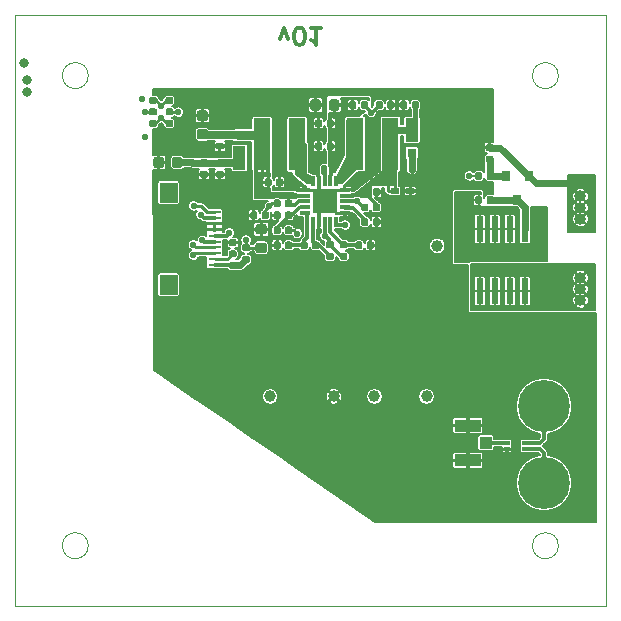
<source format=gbr>
%TF.GenerationSoftware,KiCad,Pcbnew,(5.1.4)-1*%
%TF.CreationDate,2019-12-19T17:58:06-07:00*%
%TF.ProjectId,SolarCell+Y,536f6c61-7243-4656-9c6c-2b592e6b6963,rev?*%
%TF.SameCoordinates,Original*%
%TF.FileFunction,Copper,L6,Bot*%
%TF.FilePolarity,Positive*%
%FSLAX46Y46*%
G04 Gerber Fmt 4.6, Leading zero omitted, Abs format (unit mm)*
G04 Created by KiCad (PCBNEW (5.1.4)-1) date 2019-12-19 17:58:06*
%MOMM*%
%LPD*%
G04 APERTURE LIST*
%ADD10C,0.300000*%
%ADD11C,0.050000*%
%ADD12C,1.000000*%
%ADD13C,1.016000*%
%ADD14R,1.500000X1.700000*%
%ADD15R,1.100000X0.250000*%
%ADD16R,0.500000X0.300000*%
%ADD17R,1.050000X1.050000*%
%ADD18R,2.250000X1.050000*%
%ADD19R,0.609600X2.209800*%
%ADD20C,0.100000*%
%ADD21C,0.590000*%
%ADD22R,0.800000X0.900000*%
%ADD23R,0.800000X0.800000*%
%ADD24R,1.100000X2.000000*%
%ADD25C,4.400000*%
%ADD26C,0.875000*%
%ADD27R,0.700000X0.500000*%
%ADD28R,2.150000X2.150000*%
%ADD29R,0.300000X0.900000*%
%ADD30R,0.900000X0.300000*%
%ADD31R,1.435100X4.394200*%
%ADD32C,0.584200*%
%ADD33C,0.800000*%
%ADD34C,0.609600*%
%ADD35C,0.228600*%
%ADD36C,0.248920*%
%ADD37C,0.203200*%
%ADD38C,0.299720*%
%ADD39C,0.254000*%
%ADD40C,0.635000*%
%ADD41C,0.381000*%
%ADD42C,0.152400*%
%ADD43C,0.508000*%
%ADD44C,0.762000*%
%ADD45C,0.127000*%
G04 APERTURE END LIST*
D10*
X172432885Y-42028228D02*
X172790028Y-41028228D01*
X173147171Y-42028228D01*
X174004314Y-42528228D02*
X174147171Y-42528228D01*
X174290028Y-42456800D01*
X174361457Y-42385371D01*
X174432885Y-42242514D01*
X174504314Y-41956800D01*
X174504314Y-41599657D01*
X174432885Y-41313942D01*
X174361457Y-41171085D01*
X174290028Y-41099657D01*
X174147171Y-41028228D01*
X174004314Y-41028228D01*
X173861457Y-41099657D01*
X173790028Y-41171085D01*
X173718600Y-41313942D01*
X173647171Y-41599657D01*
X173647171Y-41956800D01*
X173718600Y-42242514D01*
X173790028Y-42385371D01*
X173861457Y-42456800D01*
X174004314Y-42528228D01*
X175932885Y-41028228D02*
X175075742Y-41028228D01*
X175504314Y-41028228D02*
X175504314Y-42528228D01*
X175361457Y-42313942D01*
X175218600Y-42171085D01*
X175075742Y-42099657D01*
D11*
X200000000Y-40000000D02*
X150000000Y-40000000D01*
X150000000Y-90000000D02*
X200000000Y-90000000D01*
X150000000Y-40000000D02*
X150000000Y-90000000D01*
X196000000Y-45100000D02*
G75*
G03X196000000Y-45100000I-1100000J0D01*
G01*
X156200000Y-84900000D02*
G75*
G03X156200000Y-84900000I-1100000J0D01*
G01*
X156200000Y-45100000D02*
G75*
G03X156200000Y-45100000I-1100000J0D01*
G01*
X196000000Y-84900000D02*
G75*
G03X196000000Y-84900000I-1100000J0D01*
G01*
X200000000Y-90000000D02*
X200000000Y-40000000D01*
D12*
X185750200Y-59512200D03*
X184835800Y-72263000D03*
X176987200Y-72263000D03*
X171602400Y-72263000D03*
X180424666Y-72263000D03*
D13*
X197866000Y-64130000D03*
X197866000Y-55330000D03*
X197866000Y-63180000D03*
X197866000Y-62230000D03*
X197866000Y-56280000D03*
X197866000Y-57230000D03*
D14*
X162993240Y-54997520D03*
X162993240Y-62797520D03*
D15*
X166893240Y-56647520D03*
X166893240Y-57147520D03*
X166893240Y-57647520D03*
X166893240Y-58147520D03*
X166893240Y-58647520D03*
X166893240Y-59147520D03*
X166893240Y-59647520D03*
X166893240Y-60147520D03*
X166893240Y-60647520D03*
X166893240Y-61147520D03*
D16*
X191655000Y-76729000D03*
X193155000Y-76729000D03*
X193155000Y-76179000D03*
X191655000Y-76179000D03*
D17*
X189866000Y-76200000D03*
D18*
X188341000Y-77675000D03*
X188341000Y-74725000D03*
D19*
X189357000Y-63322200D03*
X190627000Y-63322200D03*
X191897000Y-63322200D03*
X193167000Y-63322200D03*
X193167000Y-58089800D03*
X191897000Y-58089800D03*
X190627000Y-58089800D03*
X189357000Y-58089800D03*
D20*
G36*
X189414958Y-55306710D02*
G01*
X189429276Y-55308834D01*
X189443317Y-55312351D01*
X189456946Y-55317228D01*
X189470031Y-55323417D01*
X189482447Y-55330858D01*
X189494073Y-55339481D01*
X189504798Y-55349202D01*
X189514519Y-55359927D01*
X189523142Y-55371553D01*
X189530583Y-55383969D01*
X189536772Y-55397054D01*
X189541649Y-55410683D01*
X189545166Y-55424724D01*
X189547290Y-55439042D01*
X189548000Y-55453500D01*
X189548000Y-55798500D01*
X189547290Y-55812958D01*
X189545166Y-55827276D01*
X189541649Y-55841317D01*
X189536772Y-55854946D01*
X189530583Y-55868031D01*
X189523142Y-55880447D01*
X189514519Y-55892073D01*
X189504798Y-55902798D01*
X189494073Y-55912519D01*
X189482447Y-55921142D01*
X189470031Y-55928583D01*
X189456946Y-55934772D01*
X189443317Y-55939649D01*
X189429276Y-55943166D01*
X189414958Y-55945290D01*
X189400500Y-55946000D01*
X189105500Y-55946000D01*
X189091042Y-55945290D01*
X189076724Y-55943166D01*
X189062683Y-55939649D01*
X189049054Y-55934772D01*
X189035969Y-55928583D01*
X189023553Y-55921142D01*
X189011927Y-55912519D01*
X189001202Y-55902798D01*
X188991481Y-55892073D01*
X188982858Y-55880447D01*
X188975417Y-55868031D01*
X188969228Y-55854946D01*
X188964351Y-55841317D01*
X188960834Y-55827276D01*
X188958710Y-55812958D01*
X188958000Y-55798500D01*
X188958000Y-55453500D01*
X188958710Y-55439042D01*
X188960834Y-55424724D01*
X188964351Y-55410683D01*
X188969228Y-55397054D01*
X188975417Y-55383969D01*
X188982858Y-55371553D01*
X188991481Y-55359927D01*
X189001202Y-55349202D01*
X189011927Y-55339481D01*
X189023553Y-55330858D01*
X189035969Y-55323417D01*
X189049054Y-55317228D01*
X189062683Y-55312351D01*
X189076724Y-55308834D01*
X189091042Y-55306710D01*
X189105500Y-55306000D01*
X189400500Y-55306000D01*
X189414958Y-55306710D01*
X189414958Y-55306710D01*
G37*
D21*
X189253000Y-55626000D03*
D20*
G36*
X190384958Y-55306710D02*
G01*
X190399276Y-55308834D01*
X190413317Y-55312351D01*
X190426946Y-55317228D01*
X190440031Y-55323417D01*
X190452447Y-55330858D01*
X190464073Y-55339481D01*
X190474798Y-55349202D01*
X190484519Y-55359927D01*
X190493142Y-55371553D01*
X190500583Y-55383969D01*
X190506772Y-55397054D01*
X190511649Y-55410683D01*
X190515166Y-55424724D01*
X190517290Y-55439042D01*
X190518000Y-55453500D01*
X190518000Y-55798500D01*
X190517290Y-55812958D01*
X190515166Y-55827276D01*
X190511649Y-55841317D01*
X190506772Y-55854946D01*
X190500583Y-55868031D01*
X190493142Y-55880447D01*
X190484519Y-55892073D01*
X190474798Y-55902798D01*
X190464073Y-55912519D01*
X190452447Y-55921142D01*
X190440031Y-55928583D01*
X190426946Y-55934772D01*
X190413317Y-55939649D01*
X190399276Y-55943166D01*
X190384958Y-55945290D01*
X190370500Y-55946000D01*
X190075500Y-55946000D01*
X190061042Y-55945290D01*
X190046724Y-55943166D01*
X190032683Y-55939649D01*
X190019054Y-55934772D01*
X190005969Y-55928583D01*
X189993553Y-55921142D01*
X189981927Y-55912519D01*
X189971202Y-55902798D01*
X189961481Y-55892073D01*
X189952858Y-55880447D01*
X189945417Y-55868031D01*
X189939228Y-55854946D01*
X189934351Y-55841317D01*
X189930834Y-55827276D01*
X189928710Y-55812958D01*
X189928000Y-55798500D01*
X189928000Y-55453500D01*
X189928710Y-55439042D01*
X189930834Y-55424724D01*
X189934351Y-55410683D01*
X189939228Y-55397054D01*
X189945417Y-55383969D01*
X189952858Y-55371553D01*
X189961481Y-55359927D01*
X189971202Y-55349202D01*
X189981927Y-55339481D01*
X189993553Y-55330858D01*
X190005969Y-55323417D01*
X190019054Y-55317228D01*
X190032683Y-55312351D01*
X190046724Y-55308834D01*
X190061042Y-55306710D01*
X190075500Y-55306000D01*
X190370500Y-55306000D01*
X190384958Y-55306710D01*
X190384958Y-55306710D01*
G37*
D21*
X190223000Y-55626000D03*
D20*
G36*
X189414958Y-53274710D02*
G01*
X189429276Y-53276834D01*
X189443317Y-53280351D01*
X189456946Y-53285228D01*
X189470031Y-53291417D01*
X189482447Y-53298858D01*
X189494073Y-53307481D01*
X189504798Y-53317202D01*
X189514519Y-53327927D01*
X189523142Y-53339553D01*
X189530583Y-53351969D01*
X189536772Y-53365054D01*
X189541649Y-53378683D01*
X189545166Y-53392724D01*
X189547290Y-53407042D01*
X189548000Y-53421500D01*
X189548000Y-53766500D01*
X189547290Y-53780958D01*
X189545166Y-53795276D01*
X189541649Y-53809317D01*
X189536772Y-53822946D01*
X189530583Y-53836031D01*
X189523142Y-53848447D01*
X189514519Y-53860073D01*
X189504798Y-53870798D01*
X189494073Y-53880519D01*
X189482447Y-53889142D01*
X189470031Y-53896583D01*
X189456946Y-53902772D01*
X189443317Y-53907649D01*
X189429276Y-53911166D01*
X189414958Y-53913290D01*
X189400500Y-53914000D01*
X189105500Y-53914000D01*
X189091042Y-53913290D01*
X189076724Y-53911166D01*
X189062683Y-53907649D01*
X189049054Y-53902772D01*
X189035969Y-53896583D01*
X189023553Y-53889142D01*
X189011927Y-53880519D01*
X189001202Y-53870798D01*
X188991481Y-53860073D01*
X188982858Y-53848447D01*
X188975417Y-53836031D01*
X188969228Y-53822946D01*
X188964351Y-53809317D01*
X188960834Y-53795276D01*
X188958710Y-53780958D01*
X188958000Y-53766500D01*
X188958000Y-53421500D01*
X188958710Y-53407042D01*
X188960834Y-53392724D01*
X188964351Y-53378683D01*
X188969228Y-53365054D01*
X188975417Y-53351969D01*
X188982858Y-53339553D01*
X188991481Y-53327927D01*
X189001202Y-53317202D01*
X189011927Y-53307481D01*
X189023553Y-53298858D01*
X189035969Y-53291417D01*
X189049054Y-53285228D01*
X189062683Y-53280351D01*
X189076724Y-53276834D01*
X189091042Y-53274710D01*
X189105500Y-53274000D01*
X189400500Y-53274000D01*
X189414958Y-53274710D01*
X189414958Y-53274710D01*
G37*
D21*
X189253000Y-53594000D03*
D20*
G36*
X190384958Y-53274710D02*
G01*
X190399276Y-53276834D01*
X190413317Y-53280351D01*
X190426946Y-53285228D01*
X190440031Y-53291417D01*
X190452447Y-53298858D01*
X190464073Y-53307481D01*
X190474798Y-53317202D01*
X190484519Y-53327927D01*
X190493142Y-53339553D01*
X190500583Y-53351969D01*
X190506772Y-53365054D01*
X190511649Y-53378683D01*
X190515166Y-53392724D01*
X190517290Y-53407042D01*
X190518000Y-53421500D01*
X190518000Y-53766500D01*
X190517290Y-53780958D01*
X190515166Y-53795276D01*
X190511649Y-53809317D01*
X190506772Y-53822946D01*
X190500583Y-53836031D01*
X190493142Y-53848447D01*
X190484519Y-53860073D01*
X190474798Y-53870798D01*
X190464073Y-53880519D01*
X190452447Y-53889142D01*
X190440031Y-53896583D01*
X190426946Y-53902772D01*
X190413317Y-53907649D01*
X190399276Y-53911166D01*
X190384958Y-53913290D01*
X190370500Y-53914000D01*
X190075500Y-53914000D01*
X190061042Y-53913290D01*
X190046724Y-53911166D01*
X190032683Y-53907649D01*
X190019054Y-53902772D01*
X190005969Y-53896583D01*
X189993553Y-53889142D01*
X189981927Y-53880519D01*
X189971202Y-53870798D01*
X189961481Y-53860073D01*
X189952858Y-53848447D01*
X189945417Y-53836031D01*
X189939228Y-53822946D01*
X189934351Y-53809317D01*
X189930834Y-53795276D01*
X189928710Y-53780958D01*
X189928000Y-53766500D01*
X189928000Y-53421500D01*
X189928710Y-53407042D01*
X189930834Y-53392724D01*
X189934351Y-53378683D01*
X189939228Y-53365054D01*
X189945417Y-53351969D01*
X189952858Y-53339553D01*
X189961481Y-53327927D01*
X189971202Y-53317202D01*
X189981927Y-53307481D01*
X189993553Y-53298858D01*
X190005969Y-53291417D01*
X190019054Y-53285228D01*
X190032683Y-53280351D01*
X190046724Y-53276834D01*
X190061042Y-53274710D01*
X190075500Y-53274000D01*
X190370500Y-53274000D01*
X190384958Y-53274710D01*
X190384958Y-53274710D01*
G37*
D21*
X190223000Y-53594000D03*
D20*
G36*
X190369458Y-50909710D02*
G01*
X190383776Y-50911834D01*
X190397817Y-50915351D01*
X190411446Y-50920228D01*
X190424531Y-50926417D01*
X190436947Y-50933858D01*
X190448573Y-50942481D01*
X190459298Y-50952202D01*
X190469019Y-50962927D01*
X190477642Y-50974553D01*
X190485083Y-50986969D01*
X190491272Y-51000054D01*
X190496149Y-51013683D01*
X190499666Y-51027724D01*
X190501790Y-51042042D01*
X190502500Y-51056500D01*
X190502500Y-51351500D01*
X190501790Y-51365958D01*
X190499666Y-51380276D01*
X190496149Y-51394317D01*
X190491272Y-51407946D01*
X190485083Y-51421031D01*
X190477642Y-51433447D01*
X190469019Y-51445073D01*
X190459298Y-51455798D01*
X190448573Y-51465519D01*
X190436947Y-51474142D01*
X190424531Y-51481583D01*
X190411446Y-51487772D01*
X190397817Y-51492649D01*
X190383776Y-51496166D01*
X190369458Y-51498290D01*
X190355000Y-51499000D01*
X190010000Y-51499000D01*
X189995542Y-51498290D01*
X189981224Y-51496166D01*
X189967183Y-51492649D01*
X189953554Y-51487772D01*
X189940469Y-51481583D01*
X189928053Y-51474142D01*
X189916427Y-51465519D01*
X189905702Y-51455798D01*
X189895981Y-51445073D01*
X189887358Y-51433447D01*
X189879917Y-51421031D01*
X189873728Y-51407946D01*
X189868851Y-51394317D01*
X189865334Y-51380276D01*
X189863210Y-51365958D01*
X189862500Y-51351500D01*
X189862500Y-51056500D01*
X189863210Y-51042042D01*
X189865334Y-51027724D01*
X189868851Y-51013683D01*
X189873728Y-51000054D01*
X189879917Y-50986969D01*
X189887358Y-50974553D01*
X189895981Y-50962927D01*
X189905702Y-50952202D01*
X189916427Y-50942481D01*
X189928053Y-50933858D01*
X189940469Y-50926417D01*
X189953554Y-50920228D01*
X189967183Y-50915351D01*
X189981224Y-50911834D01*
X189995542Y-50909710D01*
X190010000Y-50909000D01*
X190355000Y-50909000D01*
X190369458Y-50909710D01*
X190369458Y-50909710D01*
G37*
D21*
X190182500Y-51204000D03*
D20*
G36*
X190369458Y-51879710D02*
G01*
X190383776Y-51881834D01*
X190397817Y-51885351D01*
X190411446Y-51890228D01*
X190424531Y-51896417D01*
X190436947Y-51903858D01*
X190448573Y-51912481D01*
X190459298Y-51922202D01*
X190469019Y-51932927D01*
X190477642Y-51944553D01*
X190485083Y-51956969D01*
X190491272Y-51970054D01*
X190496149Y-51983683D01*
X190499666Y-51997724D01*
X190501790Y-52012042D01*
X190502500Y-52026500D01*
X190502500Y-52321500D01*
X190501790Y-52335958D01*
X190499666Y-52350276D01*
X190496149Y-52364317D01*
X190491272Y-52377946D01*
X190485083Y-52391031D01*
X190477642Y-52403447D01*
X190469019Y-52415073D01*
X190459298Y-52425798D01*
X190448573Y-52435519D01*
X190436947Y-52444142D01*
X190424531Y-52451583D01*
X190411446Y-52457772D01*
X190397817Y-52462649D01*
X190383776Y-52466166D01*
X190369458Y-52468290D01*
X190355000Y-52469000D01*
X190010000Y-52469000D01*
X189995542Y-52468290D01*
X189981224Y-52466166D01*
X189967183Y-52462649D01*
X189953554Y-52457772D01*
X189940469Y-52451583D01*
X189928053Y-52444142D01*
X189916427Y-52435519D01*
X189905702Y-52425798D01*
X189895981Y-52415073D01*
X189887358Y-52403447D01*
X189879917Y-52391031D01*
X189873728Y-52377946D01*
X189868851Y-52364317D01*
X189865334Y-52350276D01*
X189863210Y-52335958D01*
X189862500Y-52321500D01*
X189862500Y-52026500D01*
X189863210Y-52012042D01*
X189865334Y-51997724D01*
X189868851Y-51983683D01*
X189873728Y-51970054D01*
X189879917Y-51956969D01*
X189887358Y-51944553D01*
X189895981Y-51932927D01*
X189905702Y-51922202D01*
X189916427Y-51912481D01*
X189928053Y-51903858D01*
X189940469Y-51896417D01*
X189953554Y-51890228D01*
X189967183Y-51885351D01*
X189981224Y-51881834D01*
X189995542Y-51879710D01*
X190010000Y-51879000D01*
X190355000Y-51879000D01*
X190369458Y-51879710D01*
X190369458Y-51879710D01*
G37*
D21*
X190182500Y-52174000D03*
D20*
G36*
X168614358Y-58936110D02*
G01*
X168628676Y-58938234D01*
X168642717Y-58941751D01*
X168656346Y-58946628D01*
X168669431Y-58952817D01*
X168681847Y-58960258D01*
X168693473Y-58968881D01*
X168704198Y-58978602D01*
X168713919Y-58989327D01*
X168722542Y-59000953D01*
X168729983Y-59013369D01*
X168736172Y-59026454D01*
X168741049Y-59040083D01*
X168744566Y-59054124D01*
X168746690Y-59068442D01*
X168747400Y-59082900D01*
X168747400Y-59377900D01*
X168746690Y-59392358D01*
X168744566Y-59406676D01*
X168741049Y-59420717D01*
X168736172Y-59434346D01*
X168729983Y-59447431D01*
X168722542Y-59459847D01*
X168713919Y-59471473D01*
X168704198Y-59482198D01*
X168693473Y-59491919D01*
X168681847Y-59500542D01*
X168669431Y-59507983D01*
X168656346Y-59514172D01*
X168642717Y-59519049D01*
X168628676Y-59522566D01*
X168614358Y-59524690D01*
X168599900Y-59525400D01*
X168254900Y-59525400D01*
X168240442Y-59524690D01*
X168226124Y-59522566D01*
X168212083Y-59519049D01*
X168198454Y-59514172D01*
X168185369Y-59507983D01*
X168172953Y-59500542D01*
X168161327Y-59491919D01*
X168150602Y-59482198D01*
X168140881Y-59471473D01*
X168132258Y-59459847D01*
X168124817Y-59447431D01*
X168118628Y-59434346D01*
X168113751Y-59420717D01*
X168110234Y-59406676D01*
X168108110Y-59392358D01*
X168107400Y-59377900D01*
X168107400Y-59082900D01*
X168108110Y-59068442D01*
X168110234Y-59054124D01*
X168113751Y-59040083D01*
X168118628Y-59026454D01*
X168124817Y-59013369D01*
X168132258Y-59000953D01*
X168140881Y-58989327D01*
X168150602Y-58978602D01*
X168161327Y-58968881D01*
X168172953Y-58960258D01*
X168185369Y-58952817D01*
X168198454Y-58946628D01*
X168212083Y-58941751D01*
X168226124Y-58938234D01*
X168240442Y-58936110D01*
X168254900Y-58935400D01*
X168599900Y-58935400D01*
X168614358Y-58936110D01*
X168614358Y-58936110D01*
G37*
D21*
X168427400Y-59230400D03*
D20*
G36*
X168614358Y-59906110D02*
G01*
X168628676Y-59908234D01*
X168642717Y-59911751D01*
X168656346Y-59916628D01*
X168669431Y-59922817D01*
X168681847Y-59930258D01*
X168693473Y-59938881D01*
X168704198Y-59948602D01*
X168713919Y-59959327D01*
X168722542Y-59970953D01*
X168729983Y-59983369D01*
X168736172Y-59996454D01*
X168741049Y-60010083D01*
X168744566Y-60024124D01*
X168746690Y-60038442D01*
X168747400Y-60052900D01*
X168747400Y-60347900D01*
X168746690Y-60362358D01*
X168744566Y-60376676D01*
X168741049Y-60390717D01*
X168736172Y-60404346D01*
X168729983Y-60417431D01*
X168722542Y-60429847D01*
X168713919Y-60441473D01*
X168704198Y-60452198D01*
X168693473Y-60461919D01*
X168681847Y-60470542D01*
X168669431Y-60477983D01*
X168656346Y-60484172D01*
X168642717Y-60489049D01*
X168628676Y-60492566D01*
X168614358Y-60494690D01*
X168599900Y-60495400D01*
X168254900Y-60495400D01*
X168240442Y-60494690D01*
X168226124Y-60492566D01*
X168212083Y-60489049D01*
X168198454Y-60484172D01*
X168185369Y-60477983D01*
X168172953Y-60470542D01*
X168161327Y-60461919D01*
X168150602Y-60452198D01*
X168140881Y-60441473D01*
X168132258Y-60429847D01*
X168124817Y-60417431D01*
X168118628Y-60404346D01*
X168113751Y-60390717D01*
X168110234Y-60376676D01*
X168108110Y-60362358D01*
X168107400Y-60347900D01*
X168107400Y-60052900D01*
X168108110Y-60038442D01*
X168110234Y-60024124D01*
X168113751Y-60010083D01*
X168118628Y-59996454D01*
X168124817Y-59983369D01*
X168132258Y-59970953D01*
X168140881Y-59959327D01*
X168150602Y-59948602D01*
X168161327Y-59938881D01*
X168172953Y-59930258D01*
X168185369Y-59922817D01*
X168198454Y-59916628D01*
X168212083Y-59911751D01*
X168226124Y-59908234D01*
X168240442Y-59906110D01*
X168254900Y-59905400D01*
X168599900Y-59905400D01*
X168614358Y-59906110D01*
X168614358Y-59906110D01*
G37*
D21*
X168427400Y-60200400D03*
D22*
X192532000Y-55610000D03*
X193482000Y-53610000D03*
X191582000Y-53610000D03*
D23*
X183591200Y-51618200D03*
D24*
X183591200Y-49718200D03*
D25*
X194800000Y-73100000D03*
X194800000Y-79600000D03*
D20*
G36*
X166175958Y-52179710D02*
G01*
X166190276Y-52181834D01*
X166204317Y-52185351D01*
X166217946Y-52190228D01*
X166231031Y-52196417D01*
X166243447Y-52203858D01*
X166255073Y-52212481D01*
X166265798Y-52222202D01*
X166275519Y-52232927D01*
X166284142Y-52244553D01*
X166291583Y-52256969D01*
X166297772Y-52270054D01*
X166302649Y-52283683D01*
X166306166Y-52297724D01*
X166308290Y-52312042D01*
X166309000Y-52326500D01*
X166309000Y-52621500D01*
X166308290Y-52635958D01*
X166306166Y-52650276D01*
X166302649Y-52664317D01*
X166297772Y-52677946D01*
X166291583Y-52691031D01*
X166284142Y-52703447D01*
X166275519Y-52715073D01*
X166265798Y-52725798D01*
X166255073Y-52735519D01*
X166243447Y-52744142D01*
X166231031Y-52751583D01*
X166217946Y-52757772D01*
X166204317Y-52762649D01*
X166190276Y-52766166D01*
X166175958Y-52768290D01*
X166161500Y-52769000D01*
X165816500Y-52769000D01*
X165802042Y-52768290D01*
X165787724Y-52766166D01*
X165773683Y-52762649D01*
X165760054Y-52757772D01*
X165746969Y-52751583D01*
X165734553Y-52744142D01*
X165722927Y-52735519D01*
X165712202Y-52725798D01*
X165702481Y-52715073D01*
X165693858Y-52703447D01*
X165686417Y-52691031D01*
X165680228Y-52677946D01*
X165675351Y-52664317D01*
X165671834Y-52650276D01*
X165669710Y-52635958D01*
X165669000Y-52621500D01*
X165669000Y-52326500D01*
X165669710Y-52312042D01*
X165671834Y-52297724D01*
X165675351Y-52283683D01*
X165680228Y-52270054D01*
X165686417Y-52256969D01*
X165693858Y-52244553D01*
X165702481Y-52232927D01*
X165712202Y-52222202D01*
X165722927Y-52212481D01*
X165734553Y-52203858D01*
X165746969Y-52196417D01*
X165760054Y-52190228D01*
X165773683Y-52185351D01*
X165787724Y-52181834D01*
X165802042Y-52179710D01*
X165816500Y-52179000D01*
X166161500Y-52179000D01*
X166175958Y-52179710D01*
X166175958Y-52179710D01*
G37*
D21*
X165989000Y-52474000D03*
D20*
G36*
X166175958Y-53149710D02*
G01*
X166190276Y-53151834D01*
X166204317Y-53155351D01*
X166217946Y-53160228D01*
X166231031Y-53166417D01*
X166243447Y-53173858D01*
X166255073Y-53182481D01*
X166265798Y-53192202D01*
X166275519Y-53202927D01*
X166284142Y-53214553D01*
X166291583Y-53226969D01*
X166297772Y-53240054D01*
X166302649Y-53253683D01*
X166306166Y-53267724D01*
X166308290Y-53282042D01*
X166309000Y-53296500D01*
X166309000Y-53591500D01*
X166308290Y-53605958D01*
X166306166Y-53620276D01*
X166302649Y-53634317D01*
X166297772Y-53647946D01*
X166291583Y-53661031D01*
X166284142Y-53673447D01*
X166275519Y-53685073D01*
X166265798Y-53695798D01*
X166255073Y-53705519D01*
X166243447Y-53714142D01*
X166231031Y-53721583D01*
X166217946Y-53727772D01*
X166204317Y-53732649D01*
X166190276Y-53736166D01*
X166175958Y-53738290D01*
X166161500Y-53739000D01*
X165816500Y-53739000D01*
X165802042Y-53738290D01*
X165787724Y-53736166D01*
X165773683Y-53732649D01*
X165760054Y-53727772D01*
X165746969Y-53721583D01*
X165734553Y-53714142D01*
X165722927Y-53705519D01*
X165712202Y-53695798D01*
X165702481Y-53685073D01*
X165693858Y-53673447D01*
X165686417Y-53661031D01*
X165680228Y-53647946D01*
X165675351Y-53634317D01*
X165671834Y-53620276D01*
X165669710Y-53605958D01*
X165669000Y-53591500D01*
X165669000Y-53296500D01*
X165669710Y-53282042D01*
X165671834Y-53267724D01*
X165675351Y-53253683D01*
X165680228Y-53240054D01*
X165686417Y-53226969D01*
X165693858Y-53214553D01*
X165702481Y-53202927D01*
X165712202Y-53192202D01*
X165722927Y-53182481D01*
X165734553Y-53173858D01*
X165746969Y-53166417D01*
X165760054Y-53160228D01*
X165773683Y-53155351D01*
X165787724Y-53151834D01*
X165802042Y-53149710D01*
X165816500Y-53149000D01*
X166161500Y-53149000D01*
X166175958Y-53149710D01*
X166175958Y-53149710D01*
G37*
D21*
X165989000Y-53444000D03*
D20*
G36*
X171107931Y-57668493D02*
G01*
X171129166Y-57671643D01*
X171149990Y-57676859D01*
X171170202Y-57684091D01*
X171189608Y-57693270D01*
X171208021Y-57704306D01*
X171225264Y-57717094D01*
X171241170Y-57731510D01*
X171255586Y-57747416D01*
X171268374Y-57764659D01*
X171279410Y-57783072D01*
X171288589Y-57802478D01*
X171295821Y-57822690D01*
X171301037Y-57843514D01*
X171304187Y-57864749D01*
X171305240Y-57886190D01*
X171305240Y-58323690D01*
X171304187Y-58345131D01*
X171301037Y-58366366D01*
X171295821Y-58387190D01*
X171288589Y-58407402D01*
X171279410Y-58426808D01*
X171268374Y-58445221D01*
X171255586Y-58462464D01*
X171241170Y-58478370D01*
X171225264Y-58492786D01*
X171208021Y-58505574D01*
X171189608Y-58516610D01*
X171170202Y-58525789D01*
X171149990Y-58533021D01*
X171129166Y-58538237D01*
X171107931Y-58541387D01*
X171086490Y-58542440D01*
X170573990Y-58542440D01*
X170552549Y-58541387D01*
X170531314Y-58538237D01*
X170510490Y-58533021D01*
X170490278Y-58525789D01*
X170470872Y-58516610D01*
X170452459Y-58505574D01*
X170435216Y-58492786D01*
X170419310Y-58478370D01*
X170404894Y-58462464D01*
X170392106Y-58445221D01*
X170381070Y-58426808D01*
X170371891Y-58407402D01*
X170364659Y-58387190D01*
X170359443Y-58366366D01*
X170356293Y-58345131D01*
X170355240Y-58323690D01*
X170355240Y-57886190D01*
X170356293Y-57864749D01*
X170359443Y-57843514D01*
X170364659Y-57822690D01*
X170371891Y-57802478D01*
X170381070Y-57783072D01*
X170392106Y-57764659D01*
X170404894Y-57747416D01*
X170419310Y-57731510D01*
X170435216Y-57717094D01*
X170452459Y-57704306D01*
X170470872Y-57693270D01*
X170490278Y-57684091D01*
X170510490Y-57676859D01*
X170531314Y-57671643D01*
X170552549Y-57668493D01*
X170573990Y-57667440D01*
X171086490Y-57667440D01*
X171107931Y-57668493D01*
X171107931Y-57668493D01*
G37*
D26*
X170830240Y-58104940D03*
D20*
G36*
X171107931Y-59243493D02*
G01*
X171129166Y-59246643D01*
X171149990Y-59251859D01*
X171170202Y-59259091D01*
X171189608Y-59268270D01*
X171208021Y-59279306D01*
X171225264Y-59292094D01*
X171241170Y-59306510D01*
X171255586Y-59322416D01*
X171268374Y-59339659D01*
X171279410Y-59358072D01*
X171288589Y-59377478D01*
X171295821Y-59397690D01*
X171301037Y-59418514D01*
X171304187Y-59439749D01*
X171305240Y-59461190D01*
X171305240Y-59898690D01*
X171304187Y-59920131D01*
X171301037Y-59941366D01*
X171295821Y-59962190D01*
X171288589Y-59982402D01*
X171279410Y-60001808D01*
X171268374Y-60020221D01*
X171255586Y-60037464D01*
X171241170Y-60053370D01*
X171225264Y-60067786D01*
X171208021Y-60080574D01*
X171189608Y-60091610D01*
X171170202Y-60100789D01*
X171149990Y-60108021D01*
X171129166Y-60113237D01*
X171107931Y-60116387D01*
X171086490Y-60117440D01*
X170573990Y-60117440D01*
X170552549Y-60116387D01*
X170531314Y-60113237D01*
X170510490Y-60108021D01*
X170490278Y-60100789D01*
X170470872Y-60091610D01*
X170452459Y-60080574D01*
X170435216Y-60067786D01*
X170419310Y-60053370D01*
X170404894Y-60037464D01*
X170392106Y-60020221D01*
X170381070Y-60001808D01*
X170371891Y-59982402D01*
X170364659Y-59962190D01*
X170359443Y-59941366D01*
X170356293Y-59920131D01*
X170355240Y-59898690D01*
X170355240Y-59461190D01*
X170356293Y-59439749D01*
X170359443Y-59418514D01*
X170364659Y-59397690D01*
X170371891Y-59377478D01*
X170381070Y-59358072D01*
X170392106Y-59339659D01*
X170404894Y-59322416D01*
X170419310Y-59306510D01*
X170435216Y-59292094D01*
X170452459Y-59279306D01*
X170470872Y-59268270D01*
X170490278Y-59259091D01*
X170510490Y-59251859D01*
X170531314Y-59246643D01*
X170552549Y-59243493D01*
X170573990Y-59242440D01*
X171086490Y-59242440D01*
X171107931Y-59243493D01*
X171107931Y-59243493D01*
G37*
D26*
X170830240Y-59679940D03*
D20*
G36*
X175861538Y-48830494D02*
G01*
X175875856Y-48832618D01*
X175889897Y-48836135D01*
X175903526Y-48841012D01*
X175916611Y-48847201D01*
X175929027Y-48854642D01*
X175940653Y-48863265D01*
X175951378Y-48872986D01*
X175961099Y-48883711D01*
X175969722Y-48895337D01*
X175977163Y-48907753D01*
X175983352Y-48920838D01*
X175988229Y-48934467D01*
X175991746Y-48948508D01*
X175993870Y-48962826D01*
X175994580Y-48977284D01*
X175994580Y-49322284D01*
X175993870Y-49336742D01*
X175991746Y-49351060D01*
X175988229Y-49365101D01*
X175983352Y-49378730D01*
X175977163Y-49391815D01*
X175969722Y-49404231D01*
X175961099Y-49415857D01*
X175951378Y-49426582D01*
X175940653Y-49436303D01*
X175929027Y-49444926D01*
X175916611Y-49452367D01*
X175903526Y-49458556D01*
X175889897Y-49463433D01*
X175875856Y-49466950D01*
X175861538Y-49469074D01*
X175847080Y-49469784D01*
X175552080Y-49469784D01*
X175537622Y-49469074D01*
X175523304Y-49466950D01*
X175509263Y-49463433D01*
X175495634Y-49458556D01*
X175482549Y-49452367D01*
X175470133Y-49444926D01*
X175458507Y-49436303D01*
X175447782Y-49426582D01*
X175438061Y-49415857D01*
X175429438Y-49404231D01*
X175421997Y-49391815D01*
X175415808Y-49378730D01*
X175410931Y-49365101D01*
X175407414Y-49351060D01*
X175405290Y-49336742D01*
X175404580Y-49322284D01*
X175404580Y-48977284D01*
X175405290Y-48962826D01*
X175407414Y-48948508D01*
X175410931Y-48934467D01*
X175415808Y-48920838D01*
X175421997Y-48907753D01*
X175429438Y-48895337D01*
X175438061Y-48883711D01*
X175447782Y-48872986D01*
X175458507Y-48863265D01*
X175470133Y-48854642D01*
X175482549Y-48847201D01*
X175495634Y-48841012D01*
X175509263Y-48836135D01*
X175523304Y-48832618D01*
X175537622Y-48830494D01*
X175552080Y-48829784D01*
X175847080Y-48829784D01*
X175861538Y-48830494D01*
X175861538Y-48830494D01*
G37*
D21*
X175699580Y-49149784D03*
D20*
G36*
X176831538Y-48830494D02*
G01*
X176845856Y-48832618D01*
X176859897Y-48836135D01*
X176873526Y-48841012D01*
X176886611Y-48847201D01*
X176899027Y-48854642D01*
X176910653Y-48863265D01*
X176921378Y-48872986D01*
X176931099Y-48883711D01*
X176939722Y-48895337D01*
X176947163Y-48907753D01*
X176953352Y-48920838D01*
X176958229Y-48934467D01*
X176961746Y-48948508D01*
X176963870Y-48962826D01*
X176964580Y-48977284D01*
X176964580Y-49322284D01*
X176963870Y-49336742D01*
X176961746Y-49351060D01*
X176958229Y-49365101D01*
X176953352Y-49378730D01*
X176947163Y-49391815D01*
X176939722Y-49404231D01*
X176931099Y-49415857D01*
X176921378Y-49426582D01*
X176910653Y-49436303D01*
X176899027Y-49444926D01*
X176886611Y-49452367D01*
X176873526Y-49458556D01*
X176859897Y-49463433D01*
X176845856Y-49466950D01*
X176831538Y-49469074D01*
X176817080Y-49469784D01*
X176522080Y-49469784D01*
X176507622Y-49469074D01*
X176493304Y-49466950D01*
X176479263Y-49463433D01*
X176465634Y-49458556D01*
X176452549Y-49452367D01*
X176440133Y-49444926D01*
X176428507Y-49436303D01*
X176417782Y-49426582D01*
X176408061Y-49415857D01*
X176399438Y-49404231D01*
X176391997Y-49391815D01*
X176385808Y-49378730D01*
X176380931Y-49365101D01*
X176377414Y-49351060D01*
X176375290Y-49336742D01*
X176374580Y-49322284D01*
X176374580Y-48977284D01*
X176375290Y-48962826D01*
X176377414Y-48948508D01*
X176380931Y-48934467D01*
X176385808Y-48920838D01*
X176391997Y-48907753D01*
X176399438Y-48895337D01*
X176408061Y-48883711D01*
X176417782Y-48872986D01*
X176428507Y-48863265D01*
X176440133Y-48854642D01*
X176452549Y-48847201D01*
X176465634Y-48841012D01*
X176479263Y-48836135D01*
X176493304Y-48832618D01*
X176507622Y-48830494D01*
X176522080Y-48829784D01*
X176817080Y-48829784D01*
X176831538Y-48830494D01*
X176831538Y-48830494D01*
G37*
D21*
X176669580Y-49149784D03*
D20*
G36*
X162393691Y-51977053D02*
G01*
X162414926Y-51980203D01*
X162435750Y-51985419D01*
X162455962Y-51992651D01*
X162475368Y-52001830D01*
X162493781Y-52012866D01*
X162511024Y-52025654D01*
X162526930Y-52040070D01*
X162541346Y-52055976D01*
X162554134Y-52073219D01*
X162565170Y-52091632D01*
X162574349Y-52111038D01*
X162581581Y-52131250D01*
X162586797Y-52152074D01*
X162589947Y-52173309D01*
X162591000Y-52194750D01*
X162591000Y-52707250D01*
X162589947Y-52728691D01*
X162586797Y-52749926D01*
X162581581Y-52770750D01*
X162574349Y-52790962D01*
X162565170Y-52810368D01*
X162554134Y-52828781D01*
X162541346Y-52846024D01*
X162526930Y-52861930D01*
X162511024Y-52876346D01*
X162493781Y-52889134D01*
X162475368Y-52900170D01*
X162455962Y-52909349D01*
X162435750Y-52916581D01*
X162414926Y-52921797D01*
X162393691Y-52924947D01*
X162372250Y-52926000D01*
X161934750Y-52926000D01*
X161913309Y-52924947D01*
X161892074Y-52921797D01*
X161871250Y-52916581D01*
X161851038Y-52909349D01*
X161831632Y-52900170D01*
X161813219Y-52889134D01*
X161795976Y-52876346D01*
X161780070Y-52861930D01*
X161765654Y-52846024D01*
X161752866Y-52828781D01*
X161741830Y-52810368D01*
X161732651Y-52790962D01*
X161725419Y-52770750D01*
X161720203Y-52749926D01*
X161717053Y-52728691D01*
X161716000Y-52707250D01*
X161716000Y-52194750D01*
X161717053Y-52173309D01*
X161720203Y-52152074D01*
X161725419Y-52131250D01*
X161732651Y-52111038D01*
X161741830Y-52091632D01*
X161752866Y-52073219D01*
X161765654Y-52055976D01*
X161780070Y-52040070D01*
X161795976Y-52025654D01*
X161813219Y-52012866D01*
X161831632Y-52001830D01*
X161851038Y-51992651D01*
X161871250Y-51985419D01*
X161892074Y-51980203D01*
X161913309Y-51977053D01*
X161934750Y-51976000D01*
X162372250Y-51976000D01*
X162393691Y-51977053D01*
X162393691Y-51977053D01*
G37*
D26*
X162153500Y-52451000D03*
D20*
G36*
X163968691Y-51977053D02*
G01*
X163989926Y-51980203D01*
X164010750Y-51985419D01*
X164030962Y-51992651D01*
X164050368Y-52001830D01*
X164068781Y-52012866D01*
X164086024Y-52025654D01*
X164101930Y-52040070D01*
X164116346Y-52055976D01*
X164129134Y-52073219D01*
X164140170Y-52091632D01*
X164149349Y-52111038D01*
X164156581Y-52131250D01*
X164161797Y-52152074D01*
X164164947Y-52173309D01*
X164166000Y-52194750D01*
X164166000Y-52707250D01*
X164164947Y-52728691D01*
X164161797Y-52749926D01*
X164156581Y-52770750D01*
X164149349Y-52790962D01*
X164140170Y-52810368D01*
X164129134Y-52828781D01*
X164116346Y-52846024D01*
X164101930Y-52861930D01*
X164086024Y-52876346D01*
X164068781Y-52889134D01*
X164050368Y-52900170D01*
X164030962Y-52909349D01*
X164010750Y-52916581D01*
X163989926Y-52921797D01*
X163968691Y-52924947D01*
X163947250Y-52926000D01*
X163509750Y-52926000D01*
X163488309Y-52924947D01*
X163467074Y-52921797D01*
X163446250Y-52916581D01*
X163426038Y-52909349D01*
X163406632Y-52900170D01*
X163388219Y-52889134D01*
X163370976Y-52876346D01*
X163355070Y-52861930D01*
X163340654Y-52846024D01*
X163327866Y-52828781D01*
X163316830Y-52810368D01*
X163307651Y-52790962D01*
X163300419Y-52770750D01*
X163295203Y-52749926D01*
X163292053Y-52728691D01*
X163291000Y-52707250D01*
X163291000Y-52194750D01*
X163292053Y-52173309D01*
X163295203Y-52152074D01*
X163300419Y-52131250D01*
X163307651Y-52111038D01*
X163316830Y-52091632D01*
X163327866Y-52073219D01*
X163340654Y-52055976D01*
X163355070Y-52040070D01*
X163370976Y-52025654D01*
X163388219Y-52012866D01*
X163406632Y-52001830D01*
X163426038Y-51992651D01*
X163446250Y-51985419D01*
X163467074Y-51980203D01*
X163488309Y-51977053D01*
X163509750Y-51976000D01*
X163947250Y-51976000D01*
X163968691Y-51977053D01*
X163968691Y-51977053D01*
G37*
D26*
X163728500Y-52451000D03*
D27*
X182153000Y-54864000D03*
X183453000Y-54864000D03*
D28*
X176204580Y-55753784D03*
D29*
X177204580Y-54053784D03*
X176704580Y-54053784D03*
X176204580Y-54053784D03*
X175704580Y-54053784D03*
X175204580Y-54053784D03*
D30*
X174504580Y-54753784D03*
X174504580Y-55253784D03*
X174504580Y-55753784D03*
X174504580Y-56253784D03*
X174504580Y-56753784D03*
D29*
X175204580Y-57453784D03*
X175704580Y-57453784D03*
X176204580Y-57453784D03*
X176704580Y-57453784D03*
X177204580Y-57453784D03*
D30*
X177904580Y-56753784D03*
X177904580Y-56253784D03*
X177904580Y-55753784D03*
X177904580Y-55253784D03*
X177904580Y-54753784D03*
D23*
X168988740Y-50149440D03*
D24*
X168988740Y-52049440D03*
D20*
G36*
X179270198Y-59144650D02*
G01*
X179284516Y-59146774D01*
X179298557Y-59150291D01*
X179312186Y-59155168D01*
X179325271Y-59161357D01*
X179337687Y-59168798D01*
X179349313Y-59177421D01*
X179360038Y-59187142D01*
X179369759Y-59197867D01*
X179378382Y-59209493D01*
X179385823Y-59221909D01*
X179392012Y-59234994D01*
X179396889Y-59248623D01*
X179400406Y-59262664D01*
X179402530Y-59276982D01*
X179403240Y-59291440D01*
X179403240Y-59636440D01*
X179402530Y-59650898D01*
X179400406Y-59665216D01*
X179396889Y-59679257D01*
X179392012Y-59692886D01*
X179385823Y-59705971D01*
X179378382Y-59718387D01*
X179369759Y-59730013D01*
X179360038Y-59740738D01*
X179349313Y-59750459D01*
X179337687Y-59759082D01*
X179325271Y-59766523D01*
X179312186Y-59772712D01*
X179298557Y-59777589D01*
X179284516Y-59781106D01*
X179270198Y-59783230D01*
X179255740Y-59783940D01*
X178960740Y-59783940D01*
X178946282Y-59783230D01*
X178931964Y-59781106D01*
X178917923Y-59777589D01*
X178904294Y-59772712D01*
X178891209Y-59766523D01*
X178878793Y-59759082D01*
X178867167Y-59750459D01*
X178856442Y-59740738D01*
X178846721Y-59730013D01*
X178838098Y-59718387D01*
X178830657Y-59705971D01*
X178824468Y-59692886D01*
X178819591Y-59679257D01*
X178816074Y-59665216D01*
X178813950Y-59650898D01*
X178813240Y-59636440D01*
X178813240Y-59291440D01*
X178813950Y-59276982D01*
X178816074Y-59262664D01*
X178819591Y-59248623D01*
X178824468Y-59234994D01*
X178830657Y-59221909D01*
X178838098Y-59209493D01*
X178846721Y-59197867D01*
X178856442Y-59187142D01*
X178867167Y-59177421D01*
X178878793Y-59168798D01*
X178891209Y-59161357D01*
X178904294Y-59155168D01*
X178917923Y-59150291D01*
X178931964Y-59146774D01*
X178946282Y-59144650D01*
X178960740Y-59143940D01*
X179255740Y-59143940D01*
X179270198Y-59144650D01*
X179270198Y-59144650D01*
G37*
D21*
X179108240Y-59463940D03*
D20*
G36*
X180240198Y-59144650D02*
G01*
X180254516Y-59146774D01*
X180268557Y-59150291D01*
X180282186Y-59155168D01*
X180295271Y-59161357D01*
X180307687Y-59168798D01*
X180319313Y-59177421D01*
X180330038Y-59187142D01*
X180339759Y-59197867D01*
X180348382Y-59209493D01*
X180355823Y-59221909D01*
X180362012Y-59234994D01*
X180366889Y-59248623D01*
X180370406Y-59262664D01*
X180372530Y-59276982D01*
X180373240Y-59291440D01*
X180373240Y-59636440D01*
X180372530Y-59650898D01*
X180370406Y-59665216D01*
X180366889Y-59679257D01*
X180362012Y-59692886D01*
X180355823Y-59705971D01*
X180348382Y-59718387D01*
X180339759Y-59730013D01*
X180330038Y-59740738D01*
X180319313Y-59750459D01*
X180307687Y-59759082D01*
X180295271Y-59766523D01*
X180282186Y-59772712D01*
X180268557Y-59777589D01*
X180254516Y-59781106D01*
X180240198Y-59783230D01*
X180225740Y-59783940D01*
X179930740Y-59783940D01*
X179916282Y-59783230D01*
X179901964Y-59781106D01*
X179887923Y-59777589D01*
X179874294Y-59772712D01*
X179861209Y-59766523D01*
X179848793Y-59759082D01*
X179837167Y-59750459D01*
X179826442Y-59740738D01*
X179816721Y-59730013D01*
X179808098Y-59718387D01*
X179800657Y-59705971D01*
X179794468Y-59692886D01*
X179789591Y-59679257D01*
X179786074Y-59665216D01*
X179783950Y-59650898D01*
X179783240Y-59636440D01*
X179783240Y-59291440D01*
X179783950Y-59276982D01*
X179786074Y-59262664D01*
X179789591Y-59248623D01*
X179794468Y-59234994D01*
X179800657Y-59221909D01*
X179808098Y-59209493D01*
X179816721Y-59197867D01*
X179826442Y-59187142D01*
X179837167Y-59177421D01*
X179848793Y-59168798D01*
X179861209Y-59161357D01*
X179874294Y-59155168D01*
X179887923Y-59150291D01*
X179901964Y-59146774D01*
X179916282Y-59144650D01*
X179930740Y-59143940D01*
X180225740Y-59143940D01*
X180240198Y-59144650D01*
X180240198Y-59144650D01*
G37*
D21*
X180078240Y-59463940D03*
D20*
G36*
X178002198Y-60099150D02*
G01*
X178016516Y-60101274D01*
X178030557Y-60104791D01*
X178044186Y-60109668D01*
X178057271Y-60115857D01*
X178069687Y-60123298D01*
X178081313Y-60131921D01*
X178092038Y-60141642D01*
X178101759Y-60152367D01*
X178110382Y-60163993D01*
X178117823Y-60176409D01*
X178124012Y-60189494D01*
X178128889Y-60203123D01*
X178132406Y-60217164D01*
X178134530Y-60231482D01*
X178135240Y-60245940D01*
X178135240Y-60540940D01*
X178134530Y-60555398D01*
X178132406Y-60569716D01*
X178128889Y-60583757D01*
X178124012Y-60597386D01*
X178117823Y-60610471D01*
X178110382Y-60622887D01*
X178101759Y-60634513D01*
X178092038Y-60645238D01*
X178081313Y-60654959D01*
X178069687Y-60663582D01*
X178057271Y-60671023D01*
X178044186Y-60677212D01*
X178030557Y-60682089D01*
X178016516Y-60685606D01*
X178002198Y-60687730D01*
X177987740Y-60688440D01*
X177642740Y-60688440D01*
X177628282Y-60687730D01*
X177613964Y-60685606D01*
X177599923Y-60682089D01*
X177586294Y-60677212D01*
X177573209Y-60671023D01*
X177560793Y-60663582D01*
X177549167Y-60654959D01*
X177538442Y-60645238D01*
X177528721Y-60634513D01*
X177520098Y-60622887D01*
X177512657Y-60610471D01*
X177506468Y-60597386D01*
X177501591Y-60583757D01*
X177498074Y-60569716D01*
X177495950Y-60555398D01*
X177495240Y-60540940D01*
X177495240Y-60245940D01*
X177495950Y-60231482D01*
X177498074Y-60217164D01*
X177501591Y-60203123D01*
X177506468Y-60189494D01*
X177512657Y-60176409D01*
X177520098Y-60163993D01*
X177528721Y-60152367D01*
X177538442Y-60141642D01*
X177549167Y-60131921D01*
X177560793Y-60123298D01*
X177573209Y-60115857D01*
X177586294Y-60109668D01*
X177599923Y-60104791D01*
X177613964Y-60101274D01*
X177628282Y-60099150D01*
X177642740Y-60098440D01*
X177987740Y-60098440D01*
X178002198Y-60099150D01*
X178002198Y-60099150D01*
G37*
D21*
X177815240Y-60393440D03*
D20*
G36*
X178002198Y-59129150D02*
G01*
X178016516Y-59131274D01*
X178030557Y-59134791D01*
X178044186Y-59139668D01*
X178057271Y-59145857D01*
X178069687Y-59153298D01*
X178081313Y-59161921D01*
X178092038Y-59171642D01*
X178101759Y-59182367D01*
X178110382Y-59193993D01*
X178117823Y-59206409D01*
X178124012Y-59219494D01*
X178128889Y-59233123D01*
X178132406Y-59247164D01*
X178134530Y-59261482D01*
X178135240Y-59275940D01*
X178135240Y-59570940D01*
X178134530Y-59585398D01*
X178132406Y-59599716D01*
X178128889Y-59613757D01*
X178124012Y-59627386D01*
X178117823Y-59640471D01*
X178110382Y-59652887D01*
X178101759Y-59664513D01*
X178092038Y-59675238D01*
X178081313Y-59684959D01*
X178069687Y-59693582D01*
X178057271Y-59701023D01*
X178044186Y-59707212D01*
X178030557Y-59712089D01*
X178016516Y-59715606D01*
X178002198Y-59717730D01*
X177987740Y-59718440D01*
X177642740Y-59718440D01*
X177628282Y-59717730D01*
X177613964Y-59715606D01*
X177599923Y-59712089D01*
X177586294Y-59707212D01*
X177573209Y-59701023D01*
X177560793Y-59693582D01*
X177549167Y-59684959D01*
X177538442Y-59675238D01*
X177528721Y-59664513D01*
X177520098Y-59652887D01*
X177512657Y-59640471D01*
X177506468Y-59627386D01*
X177501591Y-59613757D01*
X177498074Y-59599716D01*
X177495950Y-59585398D01*
X177495240Y-59570940D01*
X177495240Y-59275940D01*
X177495950Y-59261482D01*
X177498074Y-59247164D01*
X177501591Y-59233123D01*
X177506468Y-59219494D01*
X177512657Y-59206409D01*
X177520098Y-59193993D01*
X177528721Y-59182367D01*
X177538442Y-59171642D01*
X177549167Y-59161921D01*
X177560793Y-59153298D01*
X177573209Y-59145857D01*
X177586294Y-59139668D01*
X177599923Y-59134791D01*
X177613964Y-59131274D01*
X177628282Y-59129150D01*
X177642740Y-59128440D01*
X177987740Y-59128440D01*
X178002198Y-59129150D01*
X178002198Y-59129150D01*
G37*
D21*
X177815240Y-59423440D03*
D20*
G36*
X179732198Y-47270150D02*
G01*
X179746516Y-47272274D01*
X179760557Y-47275791D01*
X179774186Y-47280668D01*
X179787271Y-47286857D01*
X179799687Y-47294298D01*
X179811313Y-47302921D01*
X179822038Y-47312642D01*
X179831759Y-47323367D01*
X179840382Y-47334993D01*
X179847823Y-47347409D01*
X179854012Y-47360494D01*
X179858889Y-47374123D01*
X179862406Y-47388164D01*
X179864530Y-47402482D01*
X179865240Y-47416940D01*
X179865240Y-47761940D01*
X179864530Y-47776398D01*
X179862406Y-47790716D01*
X179858889Y-47804757D01*
X179854012Y-47818386D01*
X179847823Y-47831471D01*
X179840382Y-47843887D01*
X179831759Y-47855513D01*
X179822038Y-47866238D01*
X179811313Y-47875959D01*
X179799687Y-47884582D01*
X179787271Y-47892023D01*
X179774186Y-47898212D01*
X179760557Y-47903089D01*
X179746516Y-47906606D01*
X179732198Y-47908730D01*
X179717740Y-47909440D01*
X179422740Y-47909440D01*
X179408282Y-47908730D01*
X179393964Y-47906606D01*
X179379923Y-47903089D01*
X179366294Y-47898212D01*
X179353209Y-47892023D01*
X179340793Y-47884582D01*
X179329167Y-47875959D01*
X179318442Y-47866238D01*
X179308721Y-47855513D01*
X179300098Y-47843887D01*
X179292657Y-47831471D01*
X179286468Y-47818386D01*
X179281591Y-47804757D01*
X179278074Y-47790716D01*
X179275950Y-47776398D01*
X179275240Y-47761940D01*
X179275240Y-47416940D01*
X179275950Y-47402482D01*
X179278074Y-47388164D01*
X179281591Y-47374123D01*
X179286468Y-47360494D01*
X179292657Y-47347409D01*
X179300098Y-47334993D01*
X179308721Y-47323367D01*
X179318442Y-47312642D01*
X179329167Y-47302921D01*
X179340793Y-47294298D01*
X179353209Y-47286857D01*
X179366294Y-47280668D01*
X179379923Y-47275791D01*
X179393964Y-47272274D01*
X179408282Y-47270150D01*
X179422740Y-47269440D01*
X179717740Y-47269440D01*
X179732198Y-47270150D01*
X179732198Y-47270150D01*
G37*
D21*
X179570240Y-47589440D03*
D20*
G36*
X178762198Y-47270150D02*
G01*
X178776516Y-47272274D01*
X178790557Y-47275791D01*
X178804186Y-47280668D01*
X178817271Y-47286857D01*
X178829687Y-47294298D01*
X178841313Y-47302921D01*
X178852038Y-47312642D01*
X178861759Y-47323367D01*
X178870382Y-47334993D01*
X178877823Y-47347409D01*
X178884012Y-47360494D01*
X178888889Y-47374123D01*
X178892406Y-47388164D01*
X178894530Y-47402482D01*
X178895240Y-47416940D01*
X178895240Y-47761940D01*
X178894530Y-47776398D01*
X178892406Y-47790716D01*
X178888889Y-47804757D01*
X178884012Y-47818386D01*
X178877823Y-47831471D01*
X178870382Y-47843887D01*
X178861759Y-47855513D01*
X178852038Y-47866238D01*
X178841313Y-47875959D01*
X178829687Y-47884582D01*
X178817271Y-47892023D01*
X178804186Y-47898212D01*
X178790557Y-47903089D01*
X178776516Y-47906606D01*
X178762198Y-47908730D01*
X178747740Y-47909440D01*
X178452740Y-47909440D01*
X178438282Y-47908730D01*
X178423964Y-47906606D01*
X178409923Y-47903089D01*
X178396294Y-47898212D01*
X178383209Y-47892023D01*
X178370793Y-47884582D01*
X178359167Y-47875959D01*
X178348442Y-47866238D01*
X178338721Y-47855513D01*
X178330098Y-47843887D01*
X178322657Y-47831471D01*
X178316468Y-47818386D01*
X178311591Y-47804757D01*
X178308074Y-47790716D01*
X178305950Y-47776398D01*
X178305240Y-47761940D01*
X178305240Y-47416940D01*
X178305950Y-47402482D01*
X178308074Y-47388164D01*
X178311591Y-47374123D01*
X178316468Y-47360494D01*
X178322657Y-47347409D01*
X178330098Y-47334993D01*
X178338721Y-47323367D01*
X178348442Y-47312642D01*
X178359167Y-47302921D01*
X178370793Y-47294298D01*
X178383209Y-47286857D01*
X178396294Y-47280668D01*
X178409923Y-47275791D01*
X178423964Y-47272274D01*
X178438282Y-47270150D01*
X178452740Y-47269440D01*
X178747740Y-47269440D01*
X178762198Y-47270150D01*
X178762198Y-47270150D01*
G37*
D21*
X178600240Y-47589440D03*
D20*
G36*
X175861538Y-50762650D02*
G01*
X175875856Y-50764774D01*
X175889897Y-50768291D01*
X175903526Y-50773168D01*
X175916611Y-50779357D01*
X175929027Y-50786798D01*
X175940653Y-50795421D01*
X175951378Y-50805142D01*
X175961099Y-50815867D01*
X175969722Y-50827493D01*
X175977163Y-50839909D01*
X175983352Y-50852994D01*
X175988229Y-50866623D01*
X175991746Y-50880664D01*
X175993870Y-50894982D01*
X175994580Y-50909440D01*
X175994580Y-51254440D01*
X175993870Y-51268898D01*
X175991746Y-51283216D01*
X175988229Y-51297257D01*
X175983352Y-51310886D01*
X175977163Y-51323971D01*
X175969722Y-51336387D01*
X175961099Y-51348013D01*
X175951378Y-51358738D01*
X175940653Y-51368459D01*
X175929027Y-51377082D01*
X175916611Y-51384523D01*
X175903526Y-51390712D01*
X175889897Y-51395589D01*
X175875856Y-51399106D01*
X175861538Y-51401230D01*
X175847080Y-51401940D01*
X175552080Y-51401940D01*
X175537622Y-51401230D01*
X175523304Y-51399106D01*
X175509263Y-51395589D01*
X175495634Y-51390712D01*
X175482549Y-51384523D01*
X175470133Y-51377082D01*
X175458507Y-51368459D01*
X175447782Y-51358738D01*
X175438061Y-51348013D01*
X175429438Y-51336387D01*
X175421997Y-51323971D01*
X175415808Y-51310886D01*
X175410931Y-51297257D01*
X175407414Y-51283216D01*
X175405290Y-51268898D01*
X175404580Y-51254440D01*
X175404580Y-50909440D01*
X175405290Y-50894982D01*
X175407414Y-50880664D01*
X175410931Y-50866623D01*
X175415808Y-50852994D01*
X175421997Y-50839909D01*
X175429438Y-50827493D01*
X175438061Y-50815867D01*
X175447782Y-50805142D01*
X175458507Y-50795421D01*
X175470133Y-50786798D01*
X175482549Y-50779357D01*
X175495634Y-50773168D01*
X175509263Y-50768291D01*
X175523304Y-50764774D01*
X175537622Y-50762650D01*
X175552080Y-50761940D01*
X175847080Y-50761940D01*
X175861538Y-50762650D01*
X175861538Y-50762650D01*
G37*
D21*
X175699580Y-51081940D03*
D20*
G36*
X176831538Y-50762650D02*
G01*
X176845856Y-50764774D01*
X176859897Y-50768291D01*
X176873526Y-50773168D01*
X176886611Y-50779357D01*
X176899027Y-50786798D01*
X176910653Y-50795421D01*
X176921378Y-50805142D01*
X176931099Y-50815867D01*
X176939722Y-50827493D01*
X176947163Y-50839909D01*
X176953352Y-50852994D01*
X176958229Y-50866623D01*
X176961746Y-50880664D01*
X176963870Y-50894982D01*
X176964580Y-50909440D01*
X176964580Y-51254440D01*
X176963870Y-51268898D01*
X176961746Y-51283216D01*
X176958229Y-51297257D01*
X176953352Y-51310886D01*
X176947163Y-51323971D01*
X176939722Y-51336387D01*
X176931099Y-51348013D01*
X176921378Y-51358738D01*
X176910653Y-51368459D01*
X176899027Y-51377082D01*
X176886611Y-51384523D01*
X176873526Y-51390712D01*
X176859897Y-51395589D01*
X176845856Y-51399106D01*
X176831538Y-51401230D01*
X176817080Y-51401940D01*
X176522080Y-51401940D01*
X176507622Y-51401230D01*
X176493304Y-51399106D01*
X176479263Y-51395589D01*
X176465634Y-51390712D01*
X176452549Y-51384523D01*
X176440133Y-51377082D01*
X176428507Y-51368459D01*
X176417782Y-51358738D01*
X176408061Y-51348013D01*
X176399438Y-51336387D01*
X176391997Y-51323971D01*
X176385808Y-51310886D01*
X176380931Y-51297257D01*
X176377414Y-51283216D01*
X176375290Y-51268898D01*
X176374580Y-51254440D01*
X176374580Y-50909440D01*
X176375290Y-50894982D01*
X176377414Y-50880664D01*
X176380931Y-50866623D01*
X176385808Y-50852994D01*
X176391997Y-50839909D01*
X176399438Y-50827493D01*
X176408061Y-50815867D01*
X176417782Y-50805142D01*
X176428507Y-50795421D01*
X176440133Y-50786798D01*
X176452549Y-50779357D01*
X176465634Y-50773168D01*
X176479263Y-50768291D01*
X176493304Y-50764774D01*
X176507622Y-50762650D01*
X176522080Y-50761940D01*
X176817080Y-50761940D01*
X176831538Y-50762650D01*
X176831538Y-50762650D01*
G37*
D21*
X176669580Y-51081940D03*
D20*
G36*
X166139691Y-48052053D02*
G01*
X166160926Y-48055203D01*
X166181750Y-48060419D01*
X166201962Y-48067651D01*
X166221368Y-48076830D01*
X166239781Y-48087866D01*
X166257024Y-48100654D01*
X166272930Y-48115070D01*
X166287346Y-48130976D01*
X166300134Y-48148219D01*
X166311170Y-48166632D01*
X166320349Y-48186038D01*
X166327581Y-48206250D01*
X166332797Y-48227074D01*
X166335947Y-48248309D01*
X166337000Y-48269750D01*
X166337000Y-48707250D01*
X166335947Y-48728691D01*
X166332797Y-48749926D01*
X166327581Y-48770750D01*
X166320349Y-48790962D01*
X166311170Y-48810368D01*
X166300134Y-48828781D01*
X166287346Y-48846024D01*
X166272930Y-48861930D01*
X166257024Y-48876346D01*
X166239781Y-48889134D01*
X166221368Y-48900170D01*
X166201962Y-48909349D01*
X166181750Y-48916581D01*
X166160926Y-48921797D01*
X166139691Y-48924947D01*
X166118250Y-48926000D01*
X165605750Y-48926000D01*
X165584309Y-48924947D01*
X165563074Y-48921797D01*
X165542250Y-48916581D01*
X165522038Y-48909349D01*
X165502632Y-48900170D01*
X165484219Y-48889134D01*
X165466976Y-48876346D01*
X165451070Y-48861930D01*
X165436654Y-48846024D01*
X165423866Y-48828781D01*
X165412830Y-48810368D01*
X165403651Y-48790962D01*
X165396419Y-48770750D01*
X165391203Y-48749926D01*
X165388053Y-48728691D01*
X165387000Y-48707250D01*
X165387000Y-48269750D01*
X165388053Y-48248309D01*
X165391203Y-48227074D01*
X165396419Y-48206250D01*
X165403651Y-48186038D01*
X165412830Y-48166632D01*
X165423866Y-48148219D01*
X165436654Y-48130976D01*
X165451070Y-48115070D01*
X165466976Y-48100654D01*
X165484219Y-48087866D01*
X165502632Y-48076830D01*
X165522038Y-48067651D01*
X165542250Y-48060419D01*
X165563074Y-48055203D01*
X165584309Y-48052053D01*
X165605750Y-48051000D01*
X166118250Y-48051000D01*
X166139691Y-48052053D01*
X166139691Y-48052053D01*
G37*
D26*
X165862000Y-48488500D03*
D20*
G36*
X166139691Y-49627053D02*
G01*
X166160926Y-49630203D01*
X166181750Y-49635419D01*
X166201962Y-49642651D01*
X166221368Y-49651830D01*
X166239781Y-49662866D01*
X166257024Y-49675654D01*
X166272930Y-49690070D01*
X166287346Y-49705976D01*
X166300134Y-49723219D01*
X166311170Y-49741632D01*
X166320349Y-49761038D01*
X166327581Y-49781250D01*
X166332797Y-49802074D01*
X166335947Y-49823309D01*
X166337000Y-49844750D01*
X166337000Y-50282250D01*
X166335947Y-50303691D01*
X166332797Y-50324926D01*
X166327581Y-50345750D01*
X166320349Y-50365962D01*
X166311170Y-50385368D01*
X166300134Y-50403781D01*
X166287346Y-50421024D01*
X166272930Y-50436930D01*
X166257024Y-50451346D01*
X166239781Y-50464134D01*
X166221368Y-50475170D01*
X166201962Y-50484349D01*
X166181750Y-50491581D01*
X166160926Y-50496797D01*
X166139691Y-50499947D01*
X166118250Y-50501000D01*
X165605750Y-50501000D01*
X165584309Y-50499947D01*
X165563074Y-50496797D01*
X165542250Y-50491581D01*
X165522038Y-50484349D01*
X165502632Y-50475170D01*
X165484219Y-50464134D01*
X165466976Y-50451346D01*
X165451070Y-50436930D01*
X165436654Y-50421024D01*
X165423866Y-50403781D01*
X165412830Y-50385368D01*
X165403651Y-50365962D01*
X165396419Y-50345750D01*
X165391203Y-50324926D01*
X165388053Y-50303691D01*
X165387000Y-50282250D01*
X165387000Y-49844750D01*
X165388053Y-49823309D01*
X165391203Y-49802074D01*
X165396419Y-49781250D01*
X165403651Y-49761038D01*
X165412830Y-49741632D01*
X165423866Y-49723219D01*
X165436654Y-49705976D01*
X165451070Y-49690070D01*
X165466976Y-49675654D01*
X165484219Y-49662866D01*
X165502632Y-49651830D01*
X165522038Y-49642651D01*
X165542250Y-49635419D01*
X165563074Y-49630203D01*
X165584309Y-49627053D01*
X165605750Y-49626000D01*
X166118250Y-49626000D01*
X166139691Y-49627053D01*
X166139691Y-49627053D01*
G37*
D26*
X165862000Y-50063500D03*
D20*
G36*
X167524698Y-53177650D02*
G01*
X167539016Y-53179774D01*
X167553057Y-53183291D01*
X167566686Y-53188168D01*
X167579771Y-53194357D01*
X167592187Y-53201798D01*
X167603813Y-53210421D01*
X167614538Y-53220142D01*
X167624259Y-53230867D01*
X167632882Y-53242493D01*
X167640323Y-53254909D01*
X167646512Y-53267994D01*
X167651389Y-53281623D01*
X167654906Y-53295664D01*
X167657030Y-53309982D01*
X167657740Y-53324440D01*
X167657740Y-53619440D01*
X167657030Y-53633898D01*
X167654906Y-53648216D01*
X167651389Y-53662257D01*
X167646512Y-53675886D01*
X167640323Y-53688971D01*
X167632882Y-53701387D01*
X167624259Y-53713013D01*
X167614538Y-53723738D01*
X167603813Y-53733459D01*
X167592187Y-53742082D01*
X167579771Y-53749523D01*
X167566686Y-53755712D01*
X167553057Y-53760589D01*
X167539016Y-53764106D01*
X167524698Y-53766230D01*
X167510240Y-53766940D01*
X167165240Y-53766940D01*
X167150782Y-53766230D01*
X167136464Y-53764106D01*
X167122423Y-53760589D01*
X167108794Y-53755712D01*
X167095709Y-53749523D01*
X167083293Y-53742082D01*
X167071667Y-53733459D01*
X167060942Y-53723738D01*
X167051221Y-53713013D01*
X167042598Y-53701387D01*
X167035157Y-53688971D01*
X167028968Y-53675886D01*
X167024091Y-53662257D01*
X167020574Y-53648216D01*
X167018450Y-53633898D01*
X167017740Y-53619440D01*
X167017740Y-53324440D01*
X167018450Y-53309982D01*
X167020574Y-53295664D01*
X167024091Y-53281623D01*
X167028968Y-53267994D01*
X167035157Y-53254909D01*
X167042598Y-53242493D01*
X167051221Y-53230867D01*
X167060942Y-53220142D01*
X167071667Y-53210421D01*
X167083293Y-53201798D01*
X167095709Y-53194357D01*
X167108794Y-53188168D01*
X167122423Y-53183291D01*
X167136464Y-53179774D01*
X167150782Y-53177650D01*
X167165240Y-53176940D01*
X167510240Y-53176940D01*
X167524698Y-53177650D01*
X167524698Y-53177650D01*
G37*
D21*
X167337740Y-53471940D03*
D20*
G36*
X167524698Y-52207650D02*
G01*
X167539016Y-52209774D01*
X167553057Y-52213291D01*
X167566686Y-52218168D01*
X167579771Y-52224357D01*
X167592187Y-52231798D01*
X167603813Y-52240421D01*
X167614538Y-52250142D01*
X167624259Y-52260867D01*
X167632882Y-52272493D01*
X167640323Y-52284909D01*
X167646512Y-52297994D01*
X167651389Y-52311623D01*
X167654906Y-52325664D01*
X167657030Y-52339982D01*
X167657740Y-52354440D01*
X167657740Y-52649440D01*
X167657030Y-52663898D01*
X167654906Y-52678216D01*
X167651389Y-52692257D01*
X167646512Y-52705886D01*
X167640323Y-52718971D01*
X167632882Y-52731387D01*
X167624259Y-52743013D01*
X167614538Y-52753738D01*
X167603813Y-52763459D01*
X167592187Y-52772082D01*
X167579771Y-52779523D01*
X167566686Y-52785712D01*
X167553057Y-52790589D01*
X167539016Y-52794106D01*
X167524698Y-52796230D01*
X167510240Y-52796940D01*
X167165240Y-52796940D01*
X167150782Y-52796230D01*
X167136464Y-52794106D01*
X167122423Y-52790589D01*
X167108794Y-52785712D01*
X167095709Y-52779523D01*
X167083293Y-52772082D01*
X167071667Y-52763459D01*
X167060942Y-52753738D01*
X167051221Y-52743013D01*
X167042598Y-52731387D01*
X167035157Y-52718971D01*
X167028968Y-52705886D01*
X167024091Y-52692257D01*
X167020574Y-52678216D01*
X167018450Y-52663898D01*
X167017740Y-52649440D01*
X167017740Y-52354440D01*
X167018450Y-52339982D01*
X167020574Y-52325664D01*
X167024091Y-52311623D01*
X167028968Y-52297994D01*
X167035157Y-52284909D01*
X167042598Y-52272493D01*
X167051221Y-52260867D01*
X167060942Y-52250142D01*
X167071667Y-52240421D01*
X167083293Y-52231798D01*
X167095709Y-52224357D01*
X167108794Y-52218168D01*
X167122423Y-52213291D01*
X167136464Y-52209774D01*
X167150782Y-52207650D01*
X167165240Y-52206940D01*
X167510240Y-52206940D01*
X167524698Y-52207650D01*
X167524698Y-52207650D01*
G37*
D21*
X167337740Y-52501940D03*
D20*
G36*
X176843958Y-59129150D02*
G01*
X176858276Y-59131274D01*
X176872317Y-59134791D01*
X176885946Y-59139668D01*
X176899031Y-59145857D01*
X176911447Y-59153298D01*
X176923073Y-59161921D01*
X176933798Y-59171642D01*
X176943519Y-59182367D01*
X176952142Y-59193993D01*
X176959583Y-59206409D01*
X176965772Y-59219494D01*
X176970649Y-59233123D01*
X176974166Y-59247164D01*
X176976290Y-59261482D01*
X176977000Y-59275940D01*
X176977000Y-59570940D01*
X176976290Y-59585398D01*
X176974166Y-59599716D01*
X176970649Y-59613757D01*
X176965772Y-59627386D01*
X176959583Y-59640471D01*
X176952142Y-59652887D01*
X176943519Y-59664513D01*
X176933798Y-59675238D01*
X176923073Y-59684959D01*
X176911447Y-59693582D01*
X176899031Y-59701023D01*
X176885946Y-59707212D01*
X176872317Y-59712089D01*
X176858276Y-59715606D01*
X176843958Y-59717730D01*
X176829500Y-59718440D01*
X176484500Y-59718440D01*
X176470042Y-59717730D01*
X176455724Y-59715606D01*
X176441683Y-59712089D01*
X176428054Y-59707212D01*
X176414969Y-59701023D01*
X176402553Y-59693582D01*
X176390927Y-59684959D01*
X176380202Y-59675238D01*
X176370481Y-59664513D01*
X176361858Y-59652887D01*
X176354417Y-59640471D01*
X176348228Y-59627386D01*
X176343351Y-59613757D01*
X176339834Y-59599716D01*
X176337710Y-59585398D01*
X176337000Y-59570940D01*
X176337000Y-59275940D01*
X176337710Y-59261482D01*
X176339834Y-59247164D01*
X176343351Y-59233123D01*
X176348228Y-59219494D01*
X176354417Y-59206409D01*
X176361858Y-59193993D01*
X176370481Y-59182367D01*
X176380202Y-59171642D01*
X176390927Y-59161921D01*
X176402553Y-59153298D01*
X176414969Y-59145857D01*
X176428054Y-59139668D01*
X176441683Y-59134791D01*
X176455724Y-59131274D01*
X176470042Y-59129150D01*
X176484500Y-59128440D01*
X176829500Y-59128440D01*
X176843958Y-59129150D01*
X176843958Y-59129150D01*
G37*
D21*
X176657000Y-59423440D03*
D20*
G36*
X176843958Y-60099150D02*
G01*
X176858276Y-60101274D01*
X176872317Y-60104791D01*
X176885946Y-60109668D01*
X176899031Y-60115857D01*
X176911447Y-60123298D01*
X176923073Y-60131921D01*
X176933798Y-60141642D01*
X176943519Y-60152367D01*
X176952142Y-60163993D01*
X176959583Y-60176409D01*
X176965772Y-60189494D01*
X176970649Y-60203123D01*
X176974166Y-60217164D01*
X176976290Y-60231482D01*
X176977000Y-60245940D01*
X176977000Y-60540940D01*
X176976290Y-60555398D01*
X176974166Y-60569716D01*
X176970649Y-60583757D01*
X176965772Y-60597386D01*
X176959583Y-60610471D01*
X176952142Y-60622887D01*
X176943519Y-60634513D01*
X176933798Y-60645238D01*
X176923073Y-60654959D01*
X176911447Y-60663582D01*
X176899031Y-60671023D01*
X176885946Y-60677212D01*
X176872317Y-60682089D01*
X176858276Y-60685606D01*
X176843958Y-60687730D01*
X176829500Y-60688440D01*
X176484500Y-60688440D01*
X176470042Y-60687730D01*
X176455724Y-60685606D01*
X176441683Y-60682089D01*
X176428054Y-60677212D01*
X176414969Y-60671023D01*
X176402553Y-60663582D01*
X176390927Y-60654959D01*
X176380202Y-60645238D01*
X176370481Y-60634513D01*
X176361858Y-60622887D01*
X176354417Y-60610471D01*
X176348228Y-60597386D01*
X176343351Y-60583757D01*
X176339834Y-60569716D01*
X176337710Y-60555398D01*
X176337000Y-60540940D01*
X176337000Y-60245940D01*
X176337710Y-60231482D01*
X176339834Y-60217164D01*
X176343351Y-60203123D01*
X176348228Y-60189494D01*
X176354417Y-60176409D01*
X176361858Y-60163993D01*
X176370481Y-60152367D01*
X176380202Y-60141642D01*
X176390927Y-60131921D01*
X176402553Y-60123298D01*
X176414969Y-60115857D01*
X176428054Y-60109668D01*
X176441683Y-60104791D01*
X176455724Y-60101274D01*
X176470042Y-60099150D01*
X176484500Y-60098440D01*
X176829500Y-60098440D01*
X176843958Y-60099150D01*
X176843958Y-60099150D01*
G37*
D21*
X176657000Y-60393440D03*
D20*
G36*
X173318698Y-56604650D02*
G01*
X173333016Y-56606774D01*
X173347057Y-56610291D01*
X173360686Y-56615168D01*
X173373771Y-56621357D01*
X173386187Y-56628798D01*
X173397813Y-56637421D01*
X173408538Y-56647142D01*
X173418259Y-56657867D01*
X173426882Y-56669493D01*
X173434323Y-56681909D01*
X173440512Y-56694994D01*
X173445389Y-56708623D01*
X173448906Y-56722664D01*
X173451030Y-56736982D01*
X173451740Y-56751440D01*
X173451740Y-57096440D01*
X173451030Y-57110898D01*
X173448906Y-57125216D01*
X173445389Y-57139257D01*
X173440512Y-57152886D01*
X173434323Y-57165971D01*
X173426882Y-57178387D01*
X173418259Y-57190013D01*
X173408538Y-57200738D01*
X173397813Y-57210459D01*
X173386187Y-57219082D01*
X173373771Y-57226523D01*
X173360686Y-57232712D01*
X173347057Y-57237589D01*
X173333016Y-57241106D01*
X173318698Y-57243230D01*
X173304240Y-57243940D01*
X173009240Y-57243940D01*
X172994782Y-57243230D01*
X172980464Y-57241106D01*
X172966423Y-57237589D01*
X172952794Y-57232712D01*
X172939709Y-57226523D01*
X172927293Y-57219082D01*
X172915667Y-57210459D01*
X172904942Y-57200738D01*
X172895221Y-57190013D01*
X172886598Y-57178387D01*
X172879157Y-57165971D01*
X172872968Y-57152886D01*
X172868091Y-57139257D01*
X172864574Y-57125216D01*
X172862450Y-57110898D01*
X172861740Y-57096440D01*
X172861740Y-56751440D01*
X172862450Y-56736982D01*
X172864574Y-56722664D01*
X172868091Y-56708623D01*
X172872968Y-56694994D01*
X172879157Y-56681909D01*
X172886598Y-56669493D01*
X172895221Y-56657867D01*
X172904942Y-56647142D01*
X172915667Y-56637421D01*
X172927293Y-56628798D01*
X172939709Y-56621357D01*
X172952794Y-56615168D01*
X172966423Y-56610291D01*
X172980464Y-56606774D01*
X172994782Y-56604650D01*
X173009240Y-56603940D01*
X173304240Y-56603940D01*
X173318698Y-56604650D01*
X173318698Y-56604650D01*
G37*
D21*
X173156740Y-56923940D03*
D20*
G36*
X172348698Y-56604650D02*
G01*
X172363016Y-56606774D01*
X172377057Y-56610291D01*
X172390686Y-56615168D01*
X172403771Y-56621357D01*
X172416187Y-56628798D01*
X172427813Y-56637421D01*
X172438538Y-56647142D01*
X172448259Y-56657867D01*
X172456882Y-56669493D01*
X172464323Y-56681909D01*
X172470512Y-56694994D01*
X172475389Y-56708623D01*
X172478906Y-56722664D01*
X172481030Y-56736982D01*
X172481740Y-56751440D01*
X172481740Y-57096440D01*
X172481030Y-57110898D01*
X172478906Y-57125216D01*
X172475389Y-57139257D01*
X172470512Y-57152886D01*
X172464323Y-57165971D01*
X172456882Y-57178387D01*
X172448259Y-57190013D01*
X172438538Y-57200738D01*
X172427813Y-57210459D01*
X172416187Y-57219082D01*
X172403771Y-57226523D01*
X172390686Y-57232712D01*
X172377057Y-57237589D01*
X172363016Y-57241106D01*
X172348698Y-57243230D01*
X172334240Y-57243940D01*
X172039240Y-57243940D01*
X172024782Y-57243230D01*
X172010464Y-57241106D01*
X171996423Y-57237589D01*
X171982794Y-57232712D01*
X171969709Y-57226523D01*
X171957293Y-57219082D01*
X171945667Y-57210459D01*
X171934942Y-57200738D01*
X171925221Y-57190013D01*
X171916598Y-57178387D01*
X171909157Y-57165971D01*
X171902968Y-57152886D01*
X171898091Y-57139257D01*
X171894574Y-57125216D01*
X171892450Y-57110898D01*
X171891740Y-57096440D01*
X171891740Y-56751440D01*
X171892450Y-56736982D01*
X171894574Y-56722664D01*
X171898091Y-56708623D01*
X171902968Y-56694994D01*
X171909157Y-56681909D01*
X171916598Y-56669493D01*
X171925221Y-56657867D01*
X171934942Y-56647142D01*
X171945667Y-56637421D01*
X171957293Y-56628798D01*
X171969709Y-56621357D01*
X171982794Y-56615168D01*
X171996423Y-56610291D01*
X172010464Y-56606774D01*
X172024782Y-56604650D01*
X172039240Y-56603940D01*
X172334240Y-56603940D01*
X172348698Y-56604650D01*
X172348698Y-56604650D01*
G37*
D21*
X172186740Y-56923940D03*
D20*
G36*
X173318698Y-59144650D02*
G01*
X173333016Y-59146774D01*
X173347057Y-59150291D01*
X173360686Y-59155168D01*
X173373771Y-59161357D01*
X173386187Y-59168798D01*
X173397813Y-59177421D01*
X173408538Y-59187142D01*
X173418259Y-59197867D01*
X173426882Y-59209493D01*
X173434323Y-59221909D01*
X173440512Y-59234994D01*
X173445389Y-59248623D01*
X173448906Y-59262664D01*
X173451030Y-59276982D01*
X173451740Y-59291440D01*
X173451740Y-59636440D01*
X173451030Y-59650898D01*
X173448906Y-59665216D01*
X173445389Y-59679257D01*
X173440512Y-59692886D01*
X173434323Y-59705971D01*
X173426882Y-59718387D01*
X173418259Y-59730013D01*
X173408538Y-59740738D01*
X173397813Y-59750459D01*
X173386187Y-59759082D01*
X173373771Y-59766523D01*
X173360686Y-59772712D01*
X173347057Y-59777589D01*
X173333016Y-59781106D01*
X173318698Y-59783230D01*
X173304240Y-59783940D01*
X173009240Y-59783940D01*
X172994782Y-59783230D01*
X172980464Y-59781106D01*
X172966423Y-59777589D01*
X172952794Y-59772712D01*
X172939709Y-59766523D01*
X172927293Y-59759082D01*
X172915667Y-59750459D01*
X172904942Y-59740738D01*
X172895221Y-59730013D01*
X172886598Y-59718387D01*
X172879157Y-59705971D01*
X172872968Y-59692886D01*
X172868091Y-59679257D01*
X172864574Y-59665216D01*
X172862450Y-59650898D01*
X172861740Y-59636440D01*
X172861740Y-59291440D01*
X172862450Y-59276982D01*
X172864574Y-59262664D01*
X172868091Y-59248623D01*
X172872968Y-59234994D01*
X172879157Y-59221909D01*
X172886598Y-59209493D01*
X172895221Y-59197867D01*
X172904942Y-59187142D01*
X172915667Y-59177421D01*
X172927293Y-59168798D01*
X172939709Y-59161357D01*
X172952794Y-59155168D01*
X172966423Y-59150291D01*
X172980464Y-59146774D01*
X172994782Y-59144650D01*
X173009240Y-59143940D01*
X173304240Y-59143940D01*
X173318698Y-59144650D01*
X173318698Y-59144650D01*
G37*
D21*
X173156740Y-59463940D03*
D20*
G36*
X172348698Y-59144650D02*
G01*
X172363016Y-59146774D01*
X172377057Y-59150291D01*
X172390686Y-59155168D01*
X172403771Y-59161357D01*
X172416187Y-59168798D01*
X172427813Y-59177421D01*
X172438538Y-59187142D01*
X172448259Y-59197867D01*
X172456882Y-59209493D01*
X172464323Y-59221909D01*
X172470512Y-59234994D01*
X172475389Y-59248623D01*
X172478906Y-59262664D01*
X172481030Y-59276982D01*
X172481740Y-59291440D01*
X172481740Y-59636440D01*
X172481030Y-59650898D01*
X172478906Y-59665216D01*
X172475389Y-59679257D01*
X172470512Y-59692886D01*
X172464323Y-59705971D01*
X172456882Y-59718387D01*
X172448259Y-59730013D01*
X172438538Y-59740738D01*
X172427813Y-59750459D01*
X172416187Y-59759082D01*
X172403771Y-59766523D01*
X172390686Y-59772712D01*
X172377057Y-59777589D01*
X172363016Y-59781106D01*
X172348698Y-59783230D01*
X172334240Y-59783940D01*
X172039240Y-59783940D01*
X172024782Y-59783230D01*
X172010464Y-59781106D01*
X171996423Y-59777589D01*
X171982794Y-59772712D01*
X171969709Y-59766523D01*
X171957293Y-59759082D01*
X171945667Y-59750459D01*
X171934942Y-59740738D01*
X171925221Y-59730013D01*
X171916598Y-59718387D01*
X171909157Y-59705971D01*
X171902968Y-59692886D01*
X171898091Y-59679257D01*
X171894574Y-59665216D01*
X171892450Y-59650898D01*
X171891740Y-59636440D01*
X171891740Y-59291440D01*
X171892450Y-59276982D01*
X171894574Y-59262664D01*
X171898091Y-59248623D01*
X171902968Y-59234994D01*
X171909157Y-59221909D01*
X171916598Y-59209493D01*
X171925221Y-59197867D01*
X171934942Y-59187142D01*
X171945667Y-59177421D01*
X171957293Y-59168798D01*
X171969709Y-59161357D01*
X171982794Y-59155168D01*
X171996423Y-59150291D01*
X172010464Y-59146774D01*
X172024782Y-59144650D01*
X172039240Y-59143940D01*
X172334240Y-59143940D01*
X172348698Y-59144650D01*
X172348698Y-59144650D01*
G37*
D21*
X172186740Y-59463940D03*
D20*
G36*
X173318698Y-57874650D02*
G01*
X173333016Y-57876774D01*
X173347057Y-57880291D01*
X173360686Y-57885168D01*
X173373771Y-57891357D01*
X173386187Y-57898798D01*
X173397813Y-57907421D01*
X173408538Y-57917142D01*
X173418259Y-57927867D01*
X173426882Y-57939493D01*
X173434323Y-57951909D01*
X173440512Y-57964994D01*
X173445389Y-57978623D01*
X173448906Y-57992664D01*
X173451030Y-58006982D01*
X173451740Y-58021440D01*
X173451740Y-58366440D01*
X173451030Y-58380898D01*
X173448906Y-58395216D01*
X173445389Y-58409257D01*
X173440512Y-58422886D01*
X173434323Y-58435971D01*
X173426882Y-58448387D01*
X173418259Y-58460013D01*
X173408538Y-58470738D01*
X173397813Y-58480459D01*
X173386187Y-58489082D01*
X173373771Y-58496523D01*
X173360686Y-58502712D01*
X173347057Y-58507589D01*
X173333016Y-58511106D01*
X173318698Y-58513230D01*
X173304240Y-58513940D01*
X173009240Y-58513940D01*
X172994782Y-58513230D01*
X172980464Y-58511106D01*
X172966423Y-58507589D01*
X172952794Y-58502712D01*
X172939709Y-58496523D01*
X172927293Y-58489082D01*
X172915667Y-58480459D01*
X172904942Y-58470738D01*
X172895221Y-58460013D01*
X172886598Y-58448387D01*
X172879157Y-58435971D01*
X172872968Y-58422886D01*
X172868091Y-58409257D01*
X172864574Y-58395216D01*
X172862450Y-58380898D01*
X172861740Y-58366440D01*
X172861740Y-58021440D01*
X172862450Y-58006982D01*
X172864574Y-57992664D01*
X172868091Y-57978623D01*
X172872968Y-57964994D01*
X172879157Y-57951909D01*
X172886598Y-57939493D01*
X172895221Y-57927867D01*
X172904942Y-57917142D01*
X172915667Y-57907421D01*
X172927293Y-57898798D01*
X172939709Y-57891357D01*
X172952794Y-57885168D01*
X172966423Y-57880291D01*
X172980464Y-57876774D01*
X172994782Y-57874650D01*
X173009240Y-57873940D01*
X173304240Y-57873940D01*
X173318698Y-57874650D01*
X173318698Y-57874650D01*
G37*
D21*
X173156740Y-58193940D03*
D20*
G36*
X172348698Y-57874650D02*
G01*
X172363016Y-57876774D01*
X172377057Y-57880291D01*
X172390686Y-57885168D01*
X172403771Y-57891357D01*
X172416187Y-57898798D01*
X172427813Y-57907421D01*
X172438538Y-57917142D01*
X172448259Y-57927867D01*
X172456882Y-57939493D01*
X172464323Y-57951909D01*
X172470512Y-57964994D01*
X172475389Y-57978623D01*
X172478906Y-57992664D01*
X172481030Y-58006982D01*
X172481740Y-58021440D01*
X172481740Y-58366440D01*
X172481030Y-58380898D01*
X172478906Y-58395216D01*
X172475389Y-58409257D01*
X172470512Y-58422886D01*
X172464323Y-58435971D01*
X172456882Y-58448387D01*
X172448259Y-58460013D01*
X172438538Y-58470738D01*
X172427813Y-58480459D01*
X172416187Y-58489082D01*
X172403771Y-58496523D01*
X172390686Y-58502712D01*
X172377057Y-58507589D01*
X172363016Y-58511106D01*
X172348698Y-58513230D01*
X172334240Y-58513940D01*
X172039240Y-58513940D01*
X172024782Y-58513230D01*
X172010464Y-58511106D01*
X171996423Y-58507589D01*
X171982794Y-58502712D01*
X171969709Y-58496523D01*
X171957293Y-58489082D01*
X171945667Y-58480459D01*
X171934942Y-58470738D01*
X171925221Y-58460013D01*
X171916598Y-58448387D01*
X171909157Y-58435971D01*
X171902968Y-58422886D01*
X171898091Y-58409257D01*
X171894574Y-58395216D01*
X171892450Y-58380898D01*
X171891740Y-58366440D01*
X171891740Y-58021440D01*
X171892450Y-58006982D01*
X171894574Y-57992664D01*
X171898091Y-57978623D01*
X171902968Y-57964994D01*
X171909157Y-57951909D01*
X171916598Y-57939493D01*
X171925221Y-57927867D01*
X171934942Y-57917142D01*
X171945667Y-57907421D01*
X171957293Y-57898798D01*
X171969709Y-57891357D01*
X171982794Y-57885168D01*
X171996423Y-57880291D01*
X172010464Y-57876774D01*
X172024782Y-57874650D01*
X172039240Y-57873940D01*
X172334240Y-57873940D01*
X172348698Y-57874650D01*
X172348698Y-57874650D01*
G37*
D21*
X172186740Y-58193940D03*
D20*
G36*
X175604698Y-59144650D02*
G01*
X175619016Y-59146774D01*
X175633057Y-59150291D01*
X175646686Y-59155168D01*
X175659771Y-59161357D01*
X175672187Y-59168798D01*
X175683813Y-59177421D01*
X175694538Y-59187142D01*
X175704259Y-59197867D01*
X175712882Y-59209493D01*
X175720323Y-59221909D01*
X175726512Y-59234994D01*
X175731389Y-59248623D01*
X175734906Y-59262664D01*
X175737030Y-59276982D01*
X175737740Y-59291440D01*
X175737740Y-59636440D01*
X175737030Y-59650898D01*
X175734906Y-59665216D01*
X175731389Y-59679257D01*
X175726512Y-59692886D01*
X175720323Y-59705971D01*
X175712882Y-59718387D01*
X175704259Y-59730013D01*
X175694538Y-59740738D01*
X175683813Y-59750459D01*
X175672187Y-59759082D01*
X175659771Y-59766523D01*
X175646686Y-59772712D01*
X175633057Y-59777589D01*
X175619016Y-59781106D01*
X175604698Y-59783230D01*
X175590240Y-59783940D01*
X175295240Y-59783940D01*
X175280782Y-59783230D01*
X175266464Y-59781106D01*
X175252423Y-59777589D01*
X175238794Y-59772712D01*
X175225709Y-59766523D01*
X175213293Y-59759082D01*
X175201667Y-59750459D01*
X175190942Y-59740738D01*
X175181221Y-59730013D01*
X175172598Y-59718387D01*
X175165157Y-59705971D01*
X175158968Y-59692886D01*
X175154091Y-59679257D01*
X175150574Y-59665216D01*
X175148450Y-59650898D01*
X175147740Y-59636440D01*
X175147740Y-59291440D01*
X175148450Y-59276982D01*
X175150574Y-59262664D01*
X175154091Y-59248623D01*
X175158968Y-59234994D01*
X175165157Y-59221909D01*
X175172598Y-59209493D01*
X175181221Y-59197867D01*
X175190942Y-59187142D01*
X175201667Y-59177421D01*
X175213293Y-59168798D01*
X175225709Y-59161357D01*
X175238794Y-59155168D01*
X175252423Y-59150291D01*
X175266464Y-59146774D01*
X175280782Y-59144650D01*
X175295240Y-59143940D01*
X175590240Y-59143940D01*
X175604698Y-59144650D01*
X175604698Y-59144650D01*
G37*
D21*
X175442740Y-59463940D03*
D20*
G36*
X174634698Y-59144650D02*
G01*
X174649016Y-59146774D01*
X174663057Y-59150291D01*
X174676686Y-59155168D01*
X174689771Y-59161357D01*
X174702187Y-59168798D01*
X174713813Y-59177421D01*
X174724538Y-59187142D01*
X174734259Y-59197867D01*
X174742882Y-59209493D01*
X174750323Y-59221909D01*
X174756512Y-59234994D01*
X174761389Y-59248623D01*
X174764906Y-59262664D01*
X174767030Y-59276982D01*
X174767740Y-59291440D01*
X174767740Y-59636440D01*
X174767030Y-59650898D01*
X174764906Y-59665216D01*
X174761389Y-59679257D01*
X174756512Y-59692886D01*
X174750323Y-59705971D01*
X174742882Y-59718387D01*
X174734259Y-59730013D01*
X174724538Y-59740738D01*
X174713813Y-59750459D01*
X174702187Y-59759082D01*
X174689771Y-59766523D01*
X174676686Y-59772712D01*
X174663057Y-59777589D01*
X174649016Y-59781106D01*
X174634698Y-59783230D01*
X174620240Y-59783940D01*
X174325240Y-59783940D01*
X174310782Y-59783230D01*
X174296464Y-59781106D01*
X174282423Y-59777589D01*
X174268794Y-59772712D01*
X174255709Y-59766523D01*
X174243293Y-59759082D01*
X174231667Y-59750459D01*
X174220942Y-59740738D01*
X174211221Y-59730013D01*
X174202598Y-59718387D01*
X174195157Y-59705971D01*
X174188968Y-59692886D01*
X174184091Y-59679257D01*
X174180574Y-59665216D01*
X174178450Y-59650898D01*
X174177740Y-59636440D01*
X174177740Y-59291440D01*
X174178450Y-59276982D01*
X174180574Y-59262664D01*
X174184091Y-59248623D01*
X174188968Y-59234994D01*
X174195157Y-59221909D01*
X174202598Y-59209493D01*
X174211221Y-59197867D01*
X174220942Y-59187142D01*
X174231667Y-59177421D01*
X174243293Y-59168798D01*
X174255709Y-59161357D01*
X174268794Y-59155168D01*
X174282423Y-59150291D01*
X174296464Y-59146774D01*
X174310782Y-59144650D01*
X174325240Y-59143940D01*
X174620240Y-59143940D01*
X174634698Y-59144650D01*
X174634698Y-59144650D01*
G37*
D21*
X174472740Y-59463940D03*
D20*
G36*
X180748198Y-55941710D02*
G01*
X180762516Y-55943834D01*
X180776557Y-55947351D01*
X180790186Y-55952228D01*
X180803271Y-55958417D01*
X180815687Y-55965858D01*
X180827313Y-55974481D01*
X180838038Y-55984202D01*
X180847759Y-55994927D01*
X180856382Y-56006553D01*
X180863823Y-56018969D01*
X180870012Y-56032054D01*
X180874889Y-56045683D01*
X180878406Y-56059724D01*
X180880530Y-56074042D01*
X180881240Y-56088500D01*
X180881240Y-56433500D01*
X180880530Y-56447958D01*
X180878406Y-56462276D01*
X180874889Y-56476317D01*
X180870012Y-56489946D01*
X180863823Y-56503031D01*
X180856382Y-56515447D01*
X180847759Y-56527073D01*
X180838038Y-56537798D01*
X180827313Y-56547519D01*
X180815687Y-56556142D01*
X180803271Y-56563583D01*
X180790186Y-56569772D01*
X180776557Y-56574649D01*
X180762516Y-56578166D01*
X180748198Y-56580290D01*
X180733740Y-56581000D01*
X180438740Y-56581000D01*
X180424282Y-56580290D01*
X180409964Y-56578166D01*
X180395923Y-56574649D01*
X180382294Y-56569772D01*
X180369209Y-56563583D01*
X180356793Y-56556142D01*
X180345167Y-56547519D01*
X180334442Y-56537798D01*
X180324721Y-56527073D01*
X180316098Y-56515447D01*
X180308657Y-56503031D01*
X180302468Y-56489946D01*
X180297591Y-56476317D01*
X180294074Y-56462276D01*
X180291950Y-56447958D01*
X180291240Y-56433500D01*
X180291240Y-56088500D01*
X180291950Y-56074042D01*
X180294074Y-56059724D01*
X180297591Y-56045683D01*
X180302468Y-56032054D01*
X180308657Y-56018969D01*
X180316098Y-56006553D01*
X180324721Y-55994927D01*
X180334442Y-55984202D01*
X180345167Y-55974481D01*
X180356793Y-55965858D01*
X180369209Y-55958417D01*
X180382294Y-55952228D01*
X180395923Y-55947351D01*
X180409964Y-55943834D01*
X180424282Y-55941710D01*
X180438740Y-55941000D01*
X180733740Y-55941000D01*
X180748198Y-55941710D01*
X180748198Y-55941710D01*
G37*
D21*
X180586240Y-56261000D03*
D20*
G36*
X179778198Y-55941710D02*
G01*
X179792516Y-55943834D01*
X179806557Y-55947351D01*
X179820186Y-55952228D01*
X179833271Y-55958417D01*
X179845687Y-55965858D01*
X179857313Y-55974481D01*
X179868038Y-55984202D01*
X179877759Y-55994927D01*
X179886382Y-56006553D01*
X179893823Y-56018969D01*
X179900012Y-56032054D01*
X179904889Y-56045683D01*
X179908406Y-56059724D01*
X179910530Y-56074042D01*
X179911240Y-56088500D01*
X179911240Y-56433500D01*
X179910530Y-56447958D01*
X179908406Y-56462276D01*
X179904889Y-56476317D01*
X179900012Y-56489946D01*
X179893823Y-56503031D01*
X179886382Y-56515447D01*
X179877759Y-56527073D01*
X179868038Y-56537798D01*
X179857313Y-56547519D01*
X179845687Y-56556142D01*
X179833271Y-56563583D01*
X179820186Y-56569772D01*
X179806557Y-56574649D01*
X179792516Y-56578166D01*
X179778198Y-56580290D01*
X179763740Y-56581000D01*
X179468740Y-56581000D01*
X179454282Y-56580290D01*
X179439964Y-56578166D01*
X179425923Y-56574649D01*
X179412294Y-56569772D01*
X179399209Y-56563583D01*
X179386793Y-56556142D01*
X179375167Y-56547519D01*
X179364442Y-56537798D01*
X179354721Y-56527073D01*
X179346098Y-56515447D01*
X179338657Y-56503031D01*
X179332468Y-56489946D01*
X179327591Y-56476317D01*
X179324074Y-56462276D01*
X179321950Y-56447958D01*
X179321240Y-56433500D01*
X179321240Y-56088500D01*
X179321950Y-56074042D01*
X179324074Y-56059724D01*
X179327591Y-56045683D01*
X179332468Y-56032054D01*
X179338657Y-56018969D01*
X179346098Y-56006553D01*
X179354721Y-55994927D01*
X179364442Y-55984202D01*
X179375167Y-55974481D01*
X179386793Y-55965858D01*
X179399209Y-55958417D01*
X179412294Y-55952228D01*
X179425923Y-55947351D01*
X179439964Y-55943834D01*
X179454282Y-55941710D01*
X179468740Y-55941000D01*
X179763740Y-55941000D01*
X179778198Y-55941710D01*
X179778198Y-55941710D01*
G37*
D21*
X179616240Y-56261000D03*
D20*
G36*
X180984698Y-47270150D02*
G01*
X180999016Y-47272274D01*
X181013057Y-47275791D01*
X181026686Y-47280668D01*
X181039771Y-47286857D01*
X181052187Y-47294298D01*
X181063813Y-47302921D01*
X181074538Y-47312642D01*
X181084259Y-47323367D01*
X181092882Y-47334993D01*
X181100323Y-47347409D01*
X181106512Y-47360494D01*
X181111389Y-47374123D01*
X181114906Y-47388164D01*
X181117030Y-47402482D01*
X181117740Y-47416940D01*
X181117740Y-47761940D01*
X181117030Y-47776398D01*
X181114906Y-47790716D01*
X181111389Y-47804757D01*
X181106512Y-47818386D01*
X181100323Y-47831471D01*
X181092882Y-47843887D01*
X181084259Y-47855513D01*
X181074538Y-47866238D01*
X181063813Y-47875959D01*
X181052187Y-47884582D01*
X181039771Y-47892023D01*
X181026686Y-47898212D01*
X181013057Y-47903089D01*
X180999016Y-47906606D01*
X180984698Y-47908730D01*
X180970240Y-47909440D01*
X180675240Y-47909440D01*
X180660782Y-47908730D01*
X180646464Y-47906606D01*
X180632423Y-47903089D01*
X180618794Y-47898212D01*
X180605709Y-47892023D01*
X180593293Y-47884582D01*
X180581667Y-47875959D01*
X180570942Y-47866238D01*
X180561221Y-47855513D01*
X180552598Y-47843887D01*
X180545157Y-47831471D01*
X180538968Y-47818386D01*
X180534091Y-47804757D01*
X180530574Y-47790716D01*
X180528450Y-47776398D01*
X180527740Y-47761940D01*
X180527740Y-47416940D01*
X180528450Y-47402482D01*
X180530574Y-47388164D01*
X180534091Y-47374123D01*
X180538968Y-47360494D01*
X180545157Y-47347409D01*
X180552598Y-47334993D01*
X180561221Y-47323367D01*
X180570942Y-47312642D01*
X180581667Y-47302921D01*
X180593293Y-47294298D01*
X180605709Y-47286857D01*
X180618794Y-47280668D01*
X180632423Y-47275791D01*
X180646464Y-47272274D01*
X180660782Y-47270150D01*
X180675240Y-47269440D01*
X180970240Y-47269440D01*
X180984698Y-47270150D01*
X180984698Y-47270150D01*
G37*
D21*
X180822740Y-47589440D03*
D20*
G36*
X181954698Y-47270150D02*
G01*
X181969016Y-47272274D01*
X181983057Y-47275791D01*
X181996686Y-47280668D01*
X182009771Y-47286857D01*
X182022187Y-47294298D01*
X182033813Y-47302921D01*
X182044538Y-47312642D01*
X182054259Y-47323367D01*
X182062882Y-47334993D01*
X182070323Y-47347409D01*
X182076512Y-47360494D01*
X182081389Y-47374123D01*
X182084906Y-47388164D01*
X182087030Y-47402482D01*
X182087740Y-47416940D01*
X182087740Y-47761940D01*
X182087030Y-47776398D01*
X182084906Y-47790716D01*
X182081389Y-47804757D01*
X182076512Y-47818386D01*
X182070323Y-47831471D01*
X182062882Y-47843887D01*
X182054259Y-47855513D01*
X182044538Y-47866238D01*
X182033813Y-47875959D01*
X182022187Y-47884582D01*
X182009771Y-47892023D01*
X181996686Y-47898212D01*
X181983057Y-47903089D01*
X181969016Y-47906606D01*
X181954698Y-47908730D01*
X181940240Y-47909440D01*
X181645240Y-47909440D01*
X181630782Y-47908730D01*
X181616464Y-47906606D01*
X181602423Y-47903089D01*
X181588794Y-47898212D01*
X181575709Y-47892023D01*
X181563293Y-47884582D01*
X181551667Y-47875959D01*
X181540942Y-47866238D01*
X181531221Y-47855513D01*
X181522598Y-47843887D01*
X181515157Y-47831471D01*
X181508968Y-47818386D01*
X181504091Y-47804757D01*
X181500574Y-47790716D01*
X181498450Y-47776398D01*
X181497740Y-47761940D01*
X181497740Y-47416940D01*
X181498450Y-47402482D01*
X181500574Y-47388164D01*
X181504091Y-47374123D01*
X181508968Y-47360494D01*
X181515157Y-47347409D01*
X181522598Y-47334993D01*
X181531221Y-47323367D01*
X181540942Y-47312642D01*
X181551667Y-47302921D01*
X181563293Y-47294298D01*
X181575709Y-47286857D01*
X181588794Y-47280668D01*
X181602423Y-47275791D01*
X181616464Y-47272274D01*
X181630782Y-47270150D01*
X181645240Y-47269440D01*
X181940240Y-47269440D01*
X181954698Y-47270150D01*
X181954698Y-47270150D01*
G37*
D21*
X181792740Y-47589440D03*
D20*
G36*
X169747198Y-59383150D02*
G01*
X169761516Y-59385274D01*
X169775557Y-59388791D01*
X169789186Y-59393668D01*
X169802271Y-59399857D01*
X169814687Y-59407298D01*
X169826313Y-59415921D01*
X169837038Y-59425642D01*
X169846759Y-59436367D01*
X169855382Y-59447993D01*
X169862823Y-59460409D01*
X169869012Y-59473494D01*
X169873889Y-59487123D01*
X169877406Y-59501164D01*
X169879530Y-59515482D01*
X169880240Y-59529940D01*
X169880240Y-59824940D01*
X169879530Y-59839398D01*
X169877406Y-59853716D01*
X169873889Y-59867757D01*
X169869012Y-59881386D01*
X169862823Y-59894471D01*
X169855382Y-59906887D01*
X169846759Y-59918513D01*
X169837038Y-59929238D01*
X169826313Y-59938959D01*
X169814687Y-59947582D01*
X169802271Y-59955023D01*
X169789186Y-59961212D01*
X169775557Y-59966089D01*
X169761516Y-59969606D01*
X169747198Y-59971730D01*
X169732740Y-59972440D01*
X169387740Y-59972440D01*
X169373282Y-59971730D01*
X169358964Y-59969606D01*
X169344923Y-59966089D01*
X169331294Y-59961212D01*
X169318209Y-59955023D01*
X169305793Y-59947582D01*
X169294167Y-59938959D01*
X169283442Y-59929238D01*
X169273721Y-59918513D01*
X169265098Y-59906887D01*
X169257657Y-59894471D01*
X169251468Y-59881386D01*
X169246591Y-59867757D01*
X169243074Y-59853716D01*
X169240950Y-59839398D01*
X169240240Y-59824940D01*
X169240240Y-59529940D01*
X169240950Y-59515482D01*
X169243074Y-59501164D01*
X169246591Y-59487123D01*
X169251468Y-59473494D01*
X169257657Y-59460409D01*
X169265098Y-59447993D01*
X169273721Y-59436367D01*
X169283442Y-59425642D01*
X169294167Y-59415921D01*
X169305793Y-59407298D01*
X169318209Y-59399857D01*
X169331294Y-59393668D01*
X169344923Y-59388791D01*
X169358964Y-59385274D01*
X169373282Y-59383150D01*
X169387740Y-59382440D01*
X169732740Y-59382440D01*
X169747198Y-59383150D01*
X169747198Y-59383150D01*
G37*
D21*
X169560240Y-59677440D03*
D20*
G36*
X169747198Y-60353150D02*
G01*
X169761516Y-60355274D01*
X169775557Y-60358791D01*
X169789186Y-60363668D01*
X169802271Y-60369857D01*
X169814687Y-60377298D01*
X169826313Y-60385921D01*
X169837038Y-60395642D01*
X169846759Y-60406367D01*
X169855382Y-60417993D01*
X169862823Y-60430409D01*
X169869012Y-60443494D01*
X169873889Y-60457123D01*
X169877406Y-60471164D01*
X169879530Y-60485482D01*
X169880240Y-60499940D01*
X169880240Y-60794940D01*
X169879530Y-60809398D01*
X169877406Y-60823716D01*
X169873889Y-60837757D01*
X169869012Y-60851386D01*
X169862823Y-60864471D01*
X169855382Y-60876887D01*
X169846759Y-60888513D01*
X169837038Y-60899238D01*
X169826313Y-60908959D01*
X169814687Y-60917582D01*
X169802271Y-60925023D01*
X169789186Y-60931212D01*
X169775557Y-60936089D01*
X169761516Y-60939606D01*
X169747198Y-60941730D01*
X169732740Y-60942440D01*
X169387740Y-60942440D01*
X169373282Y-60941730D01*
X169358964Y-60939606D01*
X169344923Y-60936089D01*
X169331294Y-60931212D01*
X169318209Y-60925023D01*
X169305793Y-60917582D01*
X169294167Y-60908959D01*
X169283442Y-60899238D01*
X169273721Y-60888513D01*
X169265098Y-60876887D01*
X169257657Y-60864471D01*
X169251468Y-60851386D01*
X169246591Y-60837757D01*
X169243074Y-60823716D01*
X169240950Y-60809398D01*
X169240240Y-60794940D01*
X169240240Y-60499940D01*
X169240950Y-60485482D01*
X169243074Y-60471164D01*
X169246591Y-60457123D01*
X169251468Y-60443494D01*
X169257657Y-60430409D01*
X169265098Y-60417993D01*
X169273721Y-60406367D01*
X169283442Y-60395642D01*
X169294167Y-60385921D01*
X169305793Y-60377298D01*
X169318209Y-60369857D01*
X169331294Y-60363668D01*
X169344923Y-60358791D01*
X169358964Y-60355274D01*
X169373282Y-60353150D01*
X169387740Y-60352440D01*
X169732740Y-60352440D01*
X169747198Y-60353150D01*
X169747198Y-60353150D01*
G37*
D21*
X169560240Y-60647440D03*
D20*
G36*
X172348698Y-55588650D02*
G01*
X172363016Y-55590774D01*
X172377057Y-55594291D01*
X172390686Y-55599168D01*
X172403771Y-55605357D01*
X172416187Y-55612798D01*
X172427813Y-55621421D01*
X172438538Y-55631142D01*
X172448259Y-55641867D01*
X172456882Y-55653493D01*
X172464323Y-55665909D01*
X172470512Y-55678994D01*
X172475389Y-55692623D01*
X172478906Y-55706664D01*
X172481030Y-55720982D01*
X172481740Y-55735440D01*
X172481740Y-56080440D01*
X172481030Y-56094898D01*
X172478906Y-56109216D01*
X172475389Y-56123257D01*
X172470512Y-56136886D01*
X172464323Y-56149971D01*
X172456882Y-56162387D01*
X172448259Y-56174013D01*
X172438538Y-56184738D01*
X172427813Y-56194459D01*
X172416187Y-56203082D01*
X172403771Y-56210523D01*
X172390686Y-56216712D01*
X172377057Y-56221589D01*
X172363016Y-56225106D01*
X172348698Y-56227230D01*
X172334240Y-56227940D01*
X172039240Y-56227940D01*
X172024782Y-56227230D01*
X172010464Y-56225106D01*
X171996423Y-56221589D01*
X171982794Y-56216712D01*
X171969709Y-56210523D01*
X171957293Y-56203082D01*
X171945667Y-56194459D01*
X171934942Y-56184738D01*
X171925221Y-56174013D01*
X171916598Y-56162387D01*
X171909157Y-56149971D01*
X171902968Y-56136886D01*
X171898091Y-56123257D01*
X171894574Y-56109216D01*
X171892450Y-56094898D01*
X171891740Y-56080440D01*
X171891740Y-55735440D01*
X171892450Y-55720982D01*
X171894574Y-55706664D01*
X171898091Y-55692623D01*
X171902968Y-55678994D01*
X171909157Y-55665909D01*
X171916598Y-55653493D01*
X171925221Y-55641867D01*
X171934942Y-55631142D01*
X171945667Y-55621421D01*
X171957293Y-55612798D01*
X171969709Y-55605357D01*
X171982794Y-55599168D01*
X171996423Y-55594291D01*
X172010464Y-55590774D01*
X172024782Y-55588650D01*
X172039240Y-55587940D01*
X172334240Y-55587940D01*
X172348698Y-55588650D01*
X172348698Y-55588650D01*
G37*
D21*
X172186740Y-55907940D03*
D20*
G36*
X173318698Y-55588650D02*
G01*
X173333016Y-55590774D01*
X173347057Y-55594291D01*
X173360686Y-55599168D01*
X173373771Y-55605357D01*
X173386187Y-55612798D01*
X173397813Y-55621421D01*
X173408538Y-55631142D01*
X173418259Y-55641867D01*
X173426882Y-55653493D01*
X173434323Y-55665909D01*
X173440512Y-55678994D01*
X173445389Y-55692623D01*
X173448906Y-55706664D01*
X173451030Y-55720982D01*
X173451740Y-55735440D01*
X173451740Y-56080440D01*
X173451030Y-56094898D01*
X173448906Y-56109216D01*
X173445389Y-56123257D01*
X173440512Y-56136886D01*
X173434323Y-56149971D01*
X173426882Y-56162387D01*
X173418259Y-56174013D01*
X173408538Y-56184738D01*
X173397813Y-56194459D01*
X173386187Y-56203082D01*
X173373771Y-56210523D01*
X173360686Y-56216712D01*
X173347057Y-56221589D01*
X173333016Y-56225106D01*
X173318698Y-56227230D01*
X173304240Y-56227940D01*
X173009240Y-56227940D01*
X172994782Y-56227230D01*
X172980464Y-56225106D01*
X172966423Y-56221589D01*
X172952794Y-56216712D01*
X172939709Y-56210523D01*
X172927293Y-56203082D01*
X172915667Y-56194459D01*
X172904942Y-56184738D01*
X172895221Y-56174013D01*
X172886598Y-56162387D01*
X172879157Y-56149971D01*
X172872968Y-56136886D01*
X172868091Y-56123257D01*
X172864574Y-56109216D01*
X172862450Y-56094898D01*
X172861740Y-56080440D01*
X172861740Y-55735440D01*
X172862450Y-55720982D01*
X172864574Y-55706664D01*
X172868091Y-55692623D01*
X172872968Y-55678994D01*
X172879157Y-55665909D01*
X172886598Y-55653493D01*
X172895221Y-55641867D01*
X172904942Y-55631142D01*
X172915667Y-55621421D01*
X172927293Y-55612798D01*
X172939709Y-55605357D01*
X172952794Y-55599168D01*
X172966423Y-55594291D01*
X172980464Y-55590774D01*
X172994782Y-55588650D01*
X173009240Y-55587940D01*
X173304240Y-55587940D01*
X173318698Y-55588650D01*
X173318698Y-55588650D01*
G37*
D21*
X173156740Y-55907940D03*
D31*
X170922950Y-50924460D03*
X173882050Y-50924460D03*
X178812190Y-50891440D03*
X181771290Y-50891440D03*
D20*
G36*
X175680431Y-47115493D02*
G01*
X175701666Y-47118643D01*
X175722490Y-47123859D01*
X175742702Y-47131091D01*
X175762108Y-47140270D01*
X175780521Y-47151306D01*
X175797764Y-47164094D01*
X175813670Y-47178510D01*
X175828086Y-47194416D01*
X175840874Y-47211659D01*
X175851910Y-47230072D01*
X175861089Y-47249478D01*
X175868321Y-47269690D01*
X175873537Y-47290514D01*
X175876687Y-47311749D01*
X175877740Y-47333190D01*
X175877740Y-47845690D01*
X175876687Y-47867131D01*
X175873537Y-47888366D01*
X175868321Y-47909190D01*
X175861089Y-47929402D01*
X175851910Y-47948808D01*
X175840874Y-47967221D01*
X175828086Y-47984464D01*
X175813670Y-48000370D01*
X175797764Y-48014786D01*
X175780521Y-48027574D01*
X175762108Y-48038610D01*
X175742702Y-48047789D01*
X175722490Y-48055021D01*
X175701666Y-48060237D01*
X175680431Y-48063387D01*
X175658990Y-48064440D01*
X175221490Y-48064440D01*
X175200049Y-48063387D01*
X175178814Y-48060237D01*
X175157990Y-48055021D01*
X175137778Y-48047789D01*
X175118372Y-48038610D01*
X175099959Y-48027574D01*
X175082716Y-48014786D01*
X175066810Y-48000370D01*
X175052394Y-47984464D01*
X175039606Y-47967221D01*
X175028570Y-47948808D01*
X175019391Y-47929402D01*
X175012159Y-47909190D01*
X175006943Y-47888366D01*
X175003793Y-47867131D01*
X175002740Y-47845690D01*
X175002740Y-47333190D01*
X175003793Y-47311749D01*
X175006943Y-47290514D01*
X175012159Y-47269690D01*
X175019391Y-47249478D01*
X175028570Y-47230072D01*
X175039606Y-47211659D01*
X175052394Y-47194416D01*
X175066810Y-47178510D01*
X175082716Y-47164094D01*
X175099959Y-47151306D01*
X175118372Y-47140270D01*
X175137778Y-47131091D01*
X175157990Y-47123859D01*
X175178814Y-47118643D01*
X175200049Y-47115493D01*
X175221490Y-47114440D01*
X175658990Y-47114440D01*
X175680431Y-47115493D01*
X175680431Y-47115493D01*
G37*
D26*
X175440240Y-47589440D03*
D20*
G36*
X177255431Y-47115493D02*
G01*
X177276666Y-47118643D01*
X177297490Y-47123859D01*
X177317702Y-47131091D01*
X177337108Y-47140270D01*
X177355521Y-47151306D01*
X177372764Y-47164094D01*
X177388670Y-47178510D01*
X177403086Y-47194416D01*
X177415874Y-47211659D01*
X177426910Y-47230072D01*
X177436089Y-47249478D01*
X177443321Y-47269690D01*
X177448537Y-47290514D01*
X177451687Y-47311749D01*
X177452740Y-47333190D01*
X177452740Y-47845690D01*
X177451687Y-47867131D01*
X177448537Y-47888366D01*
X177443321Y-47909190D01*
X177436089Y-47929402D01*
X177426910Y-47948808D01*
X177415874Y-47967221D01*
X177403086Y-47984464D01*
X177388670Y-48000370D01*
X177372764Y-48014786D01*
X177355521Y-48027574D01*
X177337108Y-48038610D01*
X177317702Y-48047789D01*
X177297490Y-48055021D01*
X177276666Y-48060237D01*
X177255431Y-48063387D01*
X177233990Y-48064440D01*
X176796490Y-48064440D01*
X176775049Y-48063387D01*
X176753814Y-48060237D01*
X176732990Y-48055021D01*
X176712778Y-48047789D01*
X176693372Y-48038610D01*
X176674959Y-48027574D01*
X176657716Y-48014786D01*
X176641810Y-48000370D01*
X176627394Y-47984464D01*
X176614606Y-47967221D01*
X176603570Y-47948808D01*
X176594391Y-47929402D01*
X176587159Y-47909190D01*
X176581943Y-47888366D01*
X176578793Y-47867131D01*
X176577740Y-47845690D01*
X176577740Y-47333190D01*
X176578793Y-47311749D01*
X176581943Y-47290514D01*
X176587159Y-47269690D01*
X176594391Y-47249478D01*
X176603570Y-47230072D01*
X176614606Y-47211659D01*
X176627394Y-47194416D01*
X176641810Y-47178510D01*
X176657716Y-47164094D01*
X176674959Y-47151306D01*
X176693372Y-47140270D01*
X176712778Y-47131091D01*
X176732990Y-47123859D01*
X176753814Y-47118643D01*
X176775049Y-47115493D01*
X176796490Y-47114440D01*
X177233990Y-47114440D01*
X177255431Y-47115493D01*
X177255431Y-47115493D01*
G37*
D26*
X177015240Y-47589440D03*
D20*
G36*
X172556698Y-53810650D02*
G01*
X172571016Y-53812774D01*
X172585057Y-53816291D01*
X172598686Y-53821168D01*
X172611771Y-53827357D01*
X172624187Y-53834798D01*
X172635813Y-53843421D01*
X172646538Y-53853142D01*
X172656259Y-53863867D01*
X172664882Y-53875493D01*
X172672323Y-53887909D01*
X172678512Y-53900994D01*
X172683389Y-53914623D01*
X172686906Y-53928664D01*
X172689030Y-53942982D01*
X172689740Y-53957440D01*
X172689740Y-54302440D01*
X172689030Y-54316898D01*
X172686906Y-54331216D01*
X172683389Y-54345257D01*
X172678512Y-54358886D01*
X172672323Y-54371971D01*
X172664882Y-54384387D01*
X172656259Y-54396013D01*
X172646538Y-54406738D01*
X172635813Y-54416459D01*
X172624187Y-54425082D01*
X172611771Y-54432523D01*
X172598686Y-54438712D01*
X172585057Y-54443589D01*
X172571016Y-54447106D01*
X172556698Y-54449230D01*
X172542240Y-54449940D01*
X172247240Y-54449940D01*
X172232782Y-54449230D01*
X172218464Y-54447106D01*
X172204423Y-54443589D01*
X172190794Y-54438712D01*
X172177709Y-54432523D01*
X172165293Y-54425082D01*
X172153667Y-54416459D01*
X172142942Y-54406738D01*
X172133221Y-54396013D01*
X172124598Y-54384387D01*
X172117157Y-54371971D01*
X172110968Y-54358886D01*
X172106091Y-54345257D01*
X172102574Y-54331216D01*
X172100450Y-54316898D01*
X172099740Y-54302440D01*
X172099740Y-53957440D01*
X172100450Y-53942982D01*
X172102574Y-53928664D01*
X172106091Y-53914623D01*
X172110968Y-53900994D01*
X172117157Y-53887909D01*
X172124598Y-53875493D01*
X172133221Y-53863867D01*
X172142942Y-53853142D01*
X172153667Y-53843421D01*
X172165293Y-53834798D01*
X172177709Y-53827357D01*
X172190794Y-53821168D01*
X172204423Y-53816291D01*
X172218464Y-53812774D01*
X172232782Y-53810650D01*
X172247240Y-53809940D01*
X172542240Y-53809940D01*
X172556698Y-53810650D01*
X172556698Y-53810650D01*
G37*
D21*
X172394740Y-54129940D03*
D20*
G36*
X171586698Y-53810650D02*
G01*
X171601016Y-53812774D01*
X171615057Y-53816291D01*
X171628686Y-53821168D01*
X171641771Y-53827357D01*
X171654187Y-53834798D01*
X171665813Y-53843421D01*
X171676538Y-53853142D01*
X171686259Y-53863867D01*
X171694882Y-53875493D01*
X171702323Y-53887909D01*
X171708512Y-53900994D01*
X171713389Y-53914623D01*
X171716906Y-53928664D01*
X171719030Y-53942982D01*
X171719740Y-53957440D01*
X171719740Y-54302440D01*
X171719030Y-54316898D01*
X171716906Y-54331216D01*
X171713389Y-54345257D01*
X171708512Y-54358886D01*
X171702323Y-54371971D01*
X171694882Y-54384387D01*
X171686259Y-54396013D01*
X171676538Y-54406738D01*
X171665813Y-54416459D01*
X171654187Y-54425082D01*
X171641771Y-54432523D01*
X171628686Y-54438712D01*
X171615057Y-54443589D01*
X171601016Y-54447106D01*
X171586698Y-54449230D01*
X171572240Y-54449940D01*
X171277240Y-54449940D01*
X171262782Y-54449230D01*
X171248464Y-54447106D01*
X171234423Y-54443589D01*
X171220794Y-54438712D01*
X171207709Y-54432523D01*
X171195293Y-54425082D01*
X171183667Y-54416459D01*
X171172942Y-54406738D01*
X171163221Y-54396013D01*
X171154598Y-54384387D01*
X171147157Y-54371971D01*
X171140968Y-54358886D01*
X171136091Y-54345257D01*
X171132574Y-54331216D01*
X171130450Y-54316898D01*
X171129740Y-54302440D01*
X171129740Y-53957440D01*
X171130450Y-53942982D01*
X171132574Y-53928664D01*
X171136091Y-53914623D01*
X171140968Y-53900994D01*
X171147157Y-53887909D01*
X171154598Y-53875493D01*
X171163221Y-53863867D01*
X171172942Y-53853142D01*
X171183667Y-53843421D01*
X171195293Y-53834798D01*
X171207709Y-53827357D01*
X171220794Y-53821168D01*
X171234423Y-53816291D01*
X171248464Y-53812774D01*
X171262782Y-53810650D01*
X171277240Y-53809940D01*
X171572240Y-53809940D01*
X171586698Y-53810650D01*
X171586698Y-53810650D01*
G37*
D21*
X171424740Y-54129940D03*
D20*
G36*
X180748198Y-57176150D02*
G01*
X180762516Y-57178274D01*
X180776557Y-57181791D01*
X180790186Y-57186668D01*
X180803271Y-57192857D01*
X180815687Y-57200298D01*
X180827313Y-57208921D01*
X180838038Y-57218642D01*
X180847759Y-57229367D01*
X180856382Y-57240993D01*
X180863823Y-57253409D01*
X180870012Y-57266494D01*
X180874889Y-57280123D01*
X180878406Y-57294164D01*
X180880530Y-57308482D01*
X180881240Y-57322940D01*
X180881240Y-57667940D01*
X180880530Y-57682398D01*
X180878406Y-57696716D01*
X180874889Y-57710757D01*
X180870012Y-57724386D01*
X180863823Y-57737471D01*
X180856382Y-57749887D01*
X180847759Y-57761513D01*
X180838038Y-57772238D01*
X180827313Y-57781959D01*
X180815687Y-57790582D01*
X180803271Y-57798023D01*
X180790186Y-57804212D01*
X180776557Y-57809089D01*
X180762516Y-57812606D01*
X180748198Y-57814730D01*
X180733740Y-57815440D01*
X180438740Y-57815440D01*
X180424282Y-57814730D01*
X180409964Y-57812606D01*
X180395923Y-57809089D01*
X180382294Y-57804212D01*
X180369209Y-57798023D01*
X180356793Y-57790582D01*
X180345167Y-57781959D01*
X180334442Y-57772238D01*
X180324721Y-57761513D01*
X180316098Y-57749887D01*
X180308657Y-57737471D01*
X180302468Y-57724386D01*
X180297591Y-57710757D01*
X180294074Y-57696716D01*
X180291950Y-57682398D01*
X180291240Y-57667940D01*
X180291240Y-57322940D01*
X180291950Y-57308482D01*
X180294074Y-57294164D01*
X180297591Y-57280123D01*
X180302468Y-57266494D01*
X180308657Y-57253409D01*
X180316098Y-57240993D01*
X180324721Y-57229367D01*
X180334442Y-57218642D01*
X180345167Y-57208921D01*
X180356793Y-57200298D01*
X180369209Y-57192857D01*
X180382294Y-57186668D01*
X180395923Y-57181791D01*
X180409964Y-57178274D01*
X180424282Y-57176150D01*
X180438740Y-57175440D01*
X180733740Y-57175440D01*
X180748198Y-57176150D01*
X180748198Y-57176150D01*
G37*
D21*
X180586240Y-57495440D03*
D20*
G36*
X179778198Y-57176150D02*
G01*
X179792516Y-57178274D01*
X179806557Y-57181791D01*
X179820186Y-57186668D01*
X179833271Y-57192857D01*
X179845687Y-57200298D01*
X179857313Y-57208921D01*
X179868038Y-57218642D01*
X179877759Y-57229367D01*
X179886382Y-57240993D01*
X179893823Y-57253409D01*
X179900012Y-57266494D01*
X179904889Y-57280123D01*
X179908406Y-57294164D01*
X179910530Y-57308482D01*
X179911240Y-57322940D01*
X179911240Y-57667940D01*
X179910530Y-57682398D01*
X179908406Y-57696716D01*
X179904889Y-57710757D01*
X179900012Y-57724386D01*
X179893823Y-57737471D01*
X179886382Y-57749887D01*
X179877759Y-57761513D01*
X179868038Y-57772238D01*
X179857313Y-57781959D01*
X179845687Y-57790582D01*
X179833271Y-57798023D01*
X179820186Y-57804212D01*
X179806557Y-57809089D01*
X179792516Y-57812606D01*
X179778198Y-57814730D01*
X179763740Y-57815440D01*
X179468740Y-57815440D01*
X179454282Y-57814730D01*
X179439964Y-57812606D01*
X179425923Y-57809089D01*
X179412294Y-57804212D01*
X179399209Y-57798023D01*
X179386793Y-57790582D01*
X179375167Y-57781959D01*
X179364442Y-57772238D01*
X179354721Y-57761513D01*
X179346098Y-57749887D01*
X179338657Y-57737471D01*
X179332468Y-57724386D01*
X179327591Y-57710757D01*
X179324074Y-57696716D01*
X179321950Y-57682398D01*
X179321240Y-57667940D01*
X179321240Y-57322940D01*
X179321950Y-57308482D01*
X179324074Y-57294164D01*
X179327591Y-57280123D01*
X179332468Y-57266494D01*
X179338657Y-57253409D01*
X179346098Y-57240993D01*
X179354721Y-57229367D01*
X179364442Y-57218642D01*
X179375167Y-57208921D01*
X179386793Y-57200298D01*
X179399209Y-57192857D01*
X179412294Y-57186668D01*
X179425923Y-57181791D01*
X179439964Y-57178274D01*
X179454282Y-57176150D01*
X179468740Y-57175440D01*
X179763740Y-57175440D01*
X179778198Y-57176150D01*
X179778198Y-57176150D01*
G37*
D21*
X179616240Y-57495440D03*
D20*
G36*
X183080198Y-47270150D02*
G01*
X183094516Y-47272274D01*
X183108557Y-47275791D01*
X183122186Y-47280668D01*
X183135271Y-47286857D01*
X183147687Y-47294298D01*
X183159313Y-47302921D01*
X183170038Y-47312642D01*
X183179759Y-47323367D01*
X183188382Y-47334993D01*
X183195823Y-47347409D01*
X183202012Y-47360494D01*
X183206889Y-47374123D01*
X183210406Y-47388164D01*
X183212530Y-47402482D01*
X183213240Y-47416940D01*
X183213240Y-47761940D01*
X183212530Y-47776398D01*
X183210406Y-47790716D01*
X183206889Y-47804757D01*
X183202012Y-47818386D01*
X183195823Y-47831471D01*
X183188382Y-47843887D01*
X183179759Y-47855513D01*
X183170038Y-47866238D01*
X183159313Y-47875959D01*
X183147687Y-47884582D01*
X183135271Y-47892023D01*
X183122186Y-47898212D01*
X183108557Y-47903089D01*
X183094516Y-47906606D01*
X183080198Y-47908730D01*
X183065740Y-47909440D01*
X182770740Y-47909440D01*
X182756282Y-47908730D01*
X182741964Y-47906606D01*
X182727923Y-47903089D01*
X182714294Y-47898212D01*
X182701209Y-47892023D01*
X182688793Y-47884582D01*
X182677167Y-47875959D01*
X182666442Y-47866238D01*
X182656721Y-47855513D01*
X182648098Y-47843887D01*
X182640657Y-47831471D01*
X182634468Y-47818386D01*
X182629591Y-47804757D01*
X182626074Y-47790716D01*
X182623950Y-47776398D01*
X182623240Y-47761940D01*
X182623240Y-47416940D01*
X182623950Y-47402482D01*
X182626074Y-47388164D01*
X182629591Y-47374123D01*
X182634468Y-47360494D01*
X182640657Y-47347409D01*
X182648098Y-47334993D01*
X182656721Y-47323367D01*
X182666442Y-47312642D01*
X182677167Y-47302921D01*
X182688793Y-47294298D01*
X182701209Y-47286857D01*
X182714294Y-47280668D01*
X182727923Y-47275791D01*
X182741964Y-47272274D01*
X182756282Y-47270150D01*
X182770740Y-47269440D01*
X183065740Y-47269440D01*
X183080198Y-47270150D01*
X183080198Y-47270150D01*
G37*
D21*
X182918240Y-47589440D03*
D20*
G36*
X184050198Y-47270150D02*
G01*
X184064516Y-47272274D01*
X184078557Y-47275791D01*
X184092186Y-47280668D01*
X184105271Y-47286857D01*
X184117687Y-47294298D01*
X184129313Y-47302921D01*
X184140038Y-47312642D01*
X184149759Y-47323367D01*
X184158382Y-47334993D01*
X184165823Y-47347409D01*
X184172012Y-47360494D01*
X184176889Y-47374123D01*
X184180406Y-47388164D01*
X184182530Y-47402482D01*
X184183240Y-47416940D01*
X184183240Y-47761940D01*
X184182530Y-47776398D01*
X184180406Y-47790716D01*
X184176889Y-47804757D01*
X184172012Y-47818386D01*
X184165823Y-47831471D01*
X184158382Y-47843887D01*
X184149759Y-47855513D01*
X184140038Y-47866238D01*
X184129313Y-47875959D01*
X184117687Y-47884582D01*
X184105271Y-47892023D01*
X184092186Y-47898212D01*
X184078557Y-47903089D01*
X184064516Y-47906606D01*
X184050198Y-47908730D01*
X184035740Y-47909440D01*
X183740740Y-47909440D01*
X183726282Y-47908730D01*
X183711964Y-47906606D01*
X183697923Y-47903089D01*
X183684294Y-47898212D01*
X183671209Y-47892023D01*
X183658793Y-47884582D01*
X183647167Y-47875959D01*
X183636442Y-47866238D01*
X183626721Y-47855513D01*
X183618098Y-47843887D01*
X183610657Y-47831471D01*
X183604468Y-47818386D01*
X183599591Y-47804757D01*
X183596074Y-47790716D01*
X183593950Y-47776398D01*
X183593240Y-47761940D01*
X183593240Y-47416940D01*
X183593950Y-47402482D01*
X183596074Y-47388164D01*
X183599591Y-47374123D01*
X183604468Y-47360494D01*
X183610657Y-47347409D01*
X183618098Y-47334993D01*
X183626721Y-47323367D01*
X183636442Y-47312642D01*
X183647167Y-47302921D01*
X183658793Y-47294298D01*
X183671209Y-47286857D01*
X183684294Y-47280668D01*
X183697923Y-47275791D01*
X183711964Y-47272274D01*
X183726282Y-47270150D01*
X183740740Y-47269440D01*
X184035740Y-47269440D01*
X184050198Y-47270150D01*
X184050198Y-47270150D01*
G37*
D21*
X183888240Y-47589440D03*
D20*
G36*
X167524698Y-50764650D02*
G01*
X167539016Y-50766774D01*
X167553057Y-50770291D01*
X167566686Y-50775168D01*
X167579771Y-50781357D01*
X167592187Y-50788798D01*
X167603813Y-50797421D01*
X167614538Y-50807142D01*
X167624259Y-50817867D01*
X167632882Y-50829493D01*
X167640323Y-50841909D01*
X167646512Y-50854994D01*
X167651389Y-50868623D01*
X167654906Y-50882664D01*
X167657030Y-50896982D01*
X167657740Y-50911440D01*
X167657740Y-51206440D01*
X167657030Y-51220898D01*
X167654906Y-51235216D01*
X167651389Y-51249257D01*
X167646512Y-51262886D01*
X167640323Y-51275971D01*
X167632882Y-51288387D01*
X167624259Y-51300013D01*
X167614538Y-51310738D01*
X167603813Y-51320459D01*
X167592187Y-51329082D01*
X167579771Y-51336523D01*
X167566686Y-51342712D01*
X167553057Y-51347589D01*
X167539016Y-51351106D01*
X167524698Y-51353230D01*
X167510240Y-51353940D01*
X167165240Y-51353940D01*
X167150782Y-51353230D01*
X167136464Y-51351106D01*
X167122423Y-51347589D01*
X167108794Y-51342712D01*
X167095709Y-51336523D01*
X167083293Y-51329082D01*
X167071667Y-51320459D01*
X167060942Y-51310738D01*
X167051221Y-51300013D01*
X167042598Y-51288387D01*
X167035157Y-51275971D01*
X167028968Y-51262886D01*
X167024091Y-51249257D01*
X167020574Y-51235216D01*
X167018450Y-51220898D01*
X167017740Y-51206440D01*
X167017740Y-50911440D01*
X167018450Y-50896982D01*
X167020574Y-50882664D01*
X167024091Y-50868623D01*
X167028968Y-50854994D01*
X167035157Y-50841909D01*
X167042598Y-50829493D01*
X167051221Y-50817867D01*
X167060942Y-50807142D01*
X167071667Y-50797421D01*
X167083293Y-50788798D01*
X167095709Y-50781357D01*
X167108794Y-50775168D01*
X167122423Y-50770291D01*
X167136464Y-50766774D01*
X167150782Y-50764650D01*
X167165240Y-50763940D01*
X167510240Y-50763940D01*
X167524698Y-50764650D01*
X167524698Y-50764650D01*
G37*
D21*
X167337740Y-51058940D03*
D20*
G36*
X167524698Y-49794650D02*
G01*
X167539016Y-49796774D01*
X167553057Y-49800291D01*
X167566686Y-49805168D01*
X167579771Y-49811357D01*
X167592187Y-49818798D01*
X167603813Y-49827421D01*
X167614538Y-49837142D01*
X167624259Y-49847867D01*
X167632882Y-49859493D01*
X167640323Y-49871909D01*
X167646512Y-49884994D01*
X167651389Y-49898623D01*
X167654906Y-49912664D01*
X167657030Y-49926982D01*
X167657740Y-49941440D01*
X167657740Y-50236440D01*
X167657030Y-50250898D01*
X167654906Y-50265216D01*
X167651389Y-50279257D01*
X167646512Y-50292886D01*
X167640323Y-50305971D01*
X167632882Y-50318387D01*
X167624259Y-50330013D01*
X167614538Y-50340738D01*
X167603813Y-50350459D01*
X167592187Y-50359082D01*
X167579771Y-50366523D01*
X167566686Y-50372712D01*
X167553057Y-50377589D01*
X167539016Y-50381106D01*
X167524698Y-50383230D01*
X167510240Y-50383940D01*
X167165240Y-50383940D01*
X167150782Y-50383230D01*
X167136464Y-50381106D01*
X167122423Y-50377589D01*
X167108794Y-50372712D01*
X167095709Y-50366523D01*
X167083293Y-50359082D01*
X167071667Y-50350459D01*
X167060942Y-50340738D01*
X167051221Y-50330013D01*
X167042598Y-50318387D01*
X167035157Y-50305971D01*
X167028968Y-50292886D01*
X167024091Y-50279257D01*
X167020574Y-50265216D01*
X167018450Y-50250898D01*
X167017740Y-50236440D01*
X167017740Y-49941440D01*
X167018450Y-49926982D01*
X167020574Y-49912664D01*
X167024091Y-49898623D01*
X167028968Y-49884994D01*
X167035157Y-49871909D01*
X167042598Y-49859493D01*
X167051221Y-49847867D01*
X167060942Y-49837142D01*
X167071667Y-49827421D01*
X167083293Y-49818798D01*
X167095709Y-49811357D01*
X167108794Y-49805168D01*
X167122423Y-49800291D01*
X167136464Y-49796774D01*
X167150782Y-49794650D01*
X167165240Y-49793940D01*
X167510240Y-49793940D01*
X167524698Y-49794650D01*
X167524698Y-49794650D01*
G37*
D21*
X167337740Y-50088940D03*
D20*
G36*
X180748198Y-54636150D02*
G01*
X180762516Y-54638274D01*
X180776557Y-54641791D01*
X180790186Y-54646668D01*
X180803271Y-54652857D01*
X180815687Y-54660298D01*
X180827313Y-54668921D01*
X180838038Y-54678642D01*
X180847759Y-54689367D01*
X180856382Y-54700993D01*
X180863823Y-54713409D01*
X180870012Y-54726494D01*
X180874889Y-54740123D01*
X180878406Y-54754164D01*
X180880530Y-54768482D01*
X180881240Y-54782940D01*
X180881240Y-55127940D01*
X180880530Y-55142398D01*
X180878406Y-55156716D01*
X180874889Y-55170757D01*
X180870012Y-55184386D01*
X180863823Y-55197471D01*
X180856382Y-55209887D01*
X180847759Y-55221513D01*
X180838038Y-55232238D01*
X180827313Y-55241959D01*
X180815687Y-55250582D01*
X180803271Y-55258023D01*
X180790186Y-55264212D01*
X180776557Y-55269089D01*
X180762516Y-55272606D01*
X180748198Y-55274730D01*
X180733740Y-55275440D01*
X180438740Y-55275440D01*
X180424282Y-55274730D01*
X180409964Y-55272606D01*
X180395923Y-55269089D01*
X180382294Y-55264212D01*
X180369209Y-55258023D01*
X180356793Y-55250582D01*
X180345167Y-55241959D01*
X180334442Y-55232238D01*
X180324721Y-55221513D01*
X180316098Y-55209887D01*
X180308657Y-55197471D01*
X180302468Y-55184386D01*
X180297591Y-55170757D01*
X180294074Y-55156716D01*
X180291950Y-55142398D01*
X180291240Y-55127940D01*
X180291240Y-54782940D01*
X180291950Y-54768482D01*
X180294074Y-54754164D01*
X180297591Y-54740123D01*
X180302468Y-54726494D01*
X180308657Y-54713409D01*
X180316098Y-54700993D01*
X180324721Y-54689367D01*
X180334442Y-54678642D01*
X180345167Y-54668921D01*
X180356793Y-54660298D01*
X180369209Y-54652857D01*
X180382294Y-54646668D01*
X180395923Y-54641791D01*
X180409964Y-54638274D01*
X180424282Y-54636150D01*
X180438740Y-54635440D01*
X180733740Y-54635440D01*
X180748198Y-54636150D01*
X180748198Y-54636150D01*
G37*
D21*
X180586240Y-54955440D03*
D20*
G36*
X179778198Y-54636150D02*
G01*
X179792516Y-54638274D01*
X179806557Y-54641791D01*
X179820186Y-54646668D01*
X179833271Y-54652857D01*
X179845687Y-54660298D01*
X179857313Y-54668921D01*
X179868038Y-54678642D01*
X179877759Y-54689367D01*
X179886382Y-54700993D01*
X179893823Y-54713409D01*
X179900012Y-54726494D01*
X179904889Y-54740123D01*
X179908406Y-54754164D01*
X179910530Y-54768482D01*
X179911240Y-54782940D01*
X179911240Y-55127940D01*
X179910530Y-55142398D01*
X179908406Y-55156716D01*
X179904889Y-55170757D01*
X179900012Y-55184386D01*
X179893823Y-55197471D01*
X179886382Y-55209887D01*
X179877759Y-55221513D01*
X179868038Y-55232238D01*
X179857313Y-55241959D01*
X179845687Y-55250582D01*
X179833271Y-55258023D01*
X179820186Y-55264212D01*
X179806557Y-55269089D01*
X179792516Y-55272606D01*
X179778198Y-55274730D01*
X179763740Y-55275440D01*
X179468740Y-55275440D01*
X179454282Y-55274730D01*
X179439964Y-55272606D01*
X179425923Y-55269089D01*
X179412294Y-55264212D01*
X179399209Y-55258023D01*
X179386793Y-55250582D01*
X179375167Y-55241959D01*
X179364442Y-55232238D01*
X179354721Y-55221513D01*
X179346098Y-55209887D01*
X179338657Y-55197471D01*
X179332468Y-55184386D01*
X179327591Y-55170757D01*
X179324074Y-55156716D01*
X179321950Y-55142398D01*
X179321240Y-55127940D01*
X179321240Y-54782940D01*
X179321950Y-54768482D01*
X179324074Y-54754164D01*
X179327591Y-54740123D01*
X179332468Y-54726494D01*
X179338657Y-54713409D01*
X179346098Y-54700993D01*
X179354721Y-54689367D01*
X179364442Y-54678642D01*
X179375167Y-54668921D01*
X179386793Y-54660298D01*
X179399209Y-54652857D01*
X179412294Y-54646668D01*
X179425923Y-54641791D01*
X179439964Y-54638274D01*
X179454282Y-54636150D01*
X179468740Y-54635440D01*
X179763740Y-54635440D01*
X179778198Y-54636150D01*
X179778198Y-54636150D01*
G37*
D21*
X179616240Y-54955440D03*
D20*
G36*
X170380198Y-56604650D02*
G01*
X170394516Y-56606774D01*
X170408557Y-56610291D01*
X170422186Y-56615168D01*
X170435271Y-56621357D01*
X170447687Y-56628798D01*
X170459313Y-56637421D01*
X170470038Y-56647142D01*
X170479759Y-56657867D01*
X170488382Y-56669493D01*
X170495823Y-56681909D01*
X170502012Y-56694994D01*
X170506889Y-56708623D01*
X170510406Y-56722664D01*
X170512530Y-56736982D01*
X170513240Y-56751440D01*
X170513240Y-57096440D01*
X170512530Y-57110898D01*
X170510406Y-57125216D01*
X170506889Y-57139257D01*
X170502012Y-57152886D01*
X170495823Y-57165971D01*
X170488382Y-57178387D01*
X170479759Y-57190013D01*
X170470038Y-57200738D01*
X170459313Y-57210459D01*
X170447687Y-57219082D01*
X170435271Y-57226523D01*
X170422186Y-57232712D01*
X170408557Y-57237589D01*
X170394516Y-57241106D01*
X170380198Y-57243230D01*
X170365740Y-57243940D01*
X170070740Y-57243940D01*
X170056282Y-57243230D01*
X170041964Y-57241106D01*
X170027923Y-57237589D01*
X170014294Y-57232712D01*
X170001209Y-57226523D01*
X169988793Y-57219082D01*
X169977167Y-57210459D01*
X169966442Y-57200738D01*
X169956721Y-57190013D01*
X169948098Y-57178387D01*
X169940657Y-57165971D01*
X169934468Y-57152886D01*
X169929591Y-57139257D01*
X169926074Y-57125216D01*
X169923950Y-57110898D01*
X169923240Y-57096440D01*
X169923240Y-56751440D01*
X169923950Y-56736982D01*
X169926074Y-56722664D01*
X169929591Y-56708623D01*
X169934468Y-56694994D01*
X169940657Y-56681909D01*
X169948098Y-56669493D01*
X169956721Y-56657867D01*
X169966442Y-56647142D01*
X169977167Y-56637421D01*
X169988793Y-56628798D01*
X170001209Y-56621357D01*
X170014294Y-56615168D01*
X170027923Y-56610291D01*
X170041964Y-56606774D01*
X170056282Y-56604650D01*
X170070740Y-56603940D01*
X170365740Y-56603940D01*
X170380198Y-56604650D01*
X170380198Y-56604650D01*
G37*
D21*
X170218240Y-56923940D03*
D20*
G36*
X171350198Y-56604650D02*
G01*
X171364516Y-56606774D01*
X171378557Y-56610291D01*
X171392186Y-56615168D01*
X171405271Y-56621357D01*
X171417687Y-56628798D01*
X171429313Y-56637421D01*
X171440038Y-56647142D01*
X171449759Y-56657867D01*
X171458382Y-56669493D01*
X171465823Y-56681909D01*
X171472012Y-56694994D01*
X171476889Y-56708623D01*
X171480406Y-56722664D01*
X171482530Y-56736982D01*
X171483240Y-56751440D01*
X171483240Y-57096440D01*
X171482530Y-57110898D01*
X171480406Y-57125216D01*
X171476889Y-57139257D01*
X171472012Y-57152886D01*
X171465823Y-57165971D01*
X171458382Y-57178387D01*
X171449759Y-57190013D01*
X171440038Y-57200738D01*
X171429313Y-57210459D01*
X171417687Y-57219082D01*
X171405271Y-57226523D01*
X171392186Y-57232712D01*
X171378557Y-57237589D01*
X171364516Y-57241106D01*
X171350198Y-57243230D01*
X171335740Y-57243940D01*
X171040740Y-57243940D01*
X171026282Y-57243230D01*
X171011964Y-57241106D01*
X170997923Y-57237589D01*
X170984294Y-57232712D01*
X170971209Y-57226523D01*
X170958793Y-57219082D01*
X170947167Y-57210459D01*
X170936442Y-57200738D01*
X170926721Y-57190013D01*
X170918098Y-57178387D01*
X170910657Y-57165971D01*
X170904468Y-57152886D01*
X170899591Y-57139257D01*
X170896074Y-57125216D01*
X170893950Y-57110898D01*
X170893240Y-57096440D01*
X170893240Y-56751440D01*
X170893950Y-56736982D01*
X170896074Y-56722664D01*
X170899591Y-56708623D01*
X170904468Y-56694994D01*
X170910657Y-56681909D01*
X170918098Y-56669493D01*
X170926721Y-56657867D01*
X170936442Y-56647142D01*
X170947167Y-56637421D01*
X170958793Y-56628798D01*
X170971209Y-56621357D01*
X170984294Y-56615168D01*
X170997923Y-56610291D01*
X171011964Y-56606774D01*
X171026282Y-56604650D01*
X171040740Y-56603940D01*
X171335740Y-56603940D01*
X171350198Y-56604650D01*
X171350198Y-56604650D01*
G37*
D21*
X171188240Y-56923940D03*
D20*
G36*
X163254958Y-47879210D02*
G01*
X163269276Y-47881334D01*
X163283317Y-47884851D01*
X163296946Y-47889728D01*
X163310031Y-47895917D01*
X163322447Y-47903358D01*
X163334073Y-47911981D01*
X163344798Y-47921702D01*
X163354519Y-47932427D01*
X163363142Y-47944053D01*
X163370583Y-47956469D01*
X163376772Y-47969554D01*
X163381649Y-47983183D01*
X163385166Y-47997224D01*
X163387290Y-48011542D01*
X163388000Y-48026000D01*
X163388000Y-48321000D01*
X163387290Y-48335458D01*
X163385166Y-48349776D01*
X163381649Y-48363817D01*
X163376772Y-48377446D01*
X163370583Y-48390531D01*
X163363142Y-48402947D01*
X163354519Y-48414573D01*
X163344798Y-48425298D01*
X163334073Y-48435019D01*
X163322447Y-48443642D01*
X163310031Y-48451083D01*
X163296946Y-48457272D01*
X163283317Y-48462149D01*
X163269276Y-48465666D01*
X163254958Y-48467790D01*
X163240500Y-48468500D01*
X162895500Y-48468500D01*
X162881042Y-48467790D01*
X162866724Y-48465666D01*
X162852683Y-48462149D01*
X162839054Y-48457272D01*
X162825969Y-48451083D01*
X162813553Y-48443642D01*
X162801927Y-48435019D01*
X162791202Y-48425298D01*
X162781481Y-48414573D01*
X162772858Y-48402947D01*
X162765417Y-48390531D01*
X162759228Y-48377446D01*
X162754351Y-48363817D01*
X162750834Y-48349776D01*
X162748710Y-48335458D01*
X162748000Y-48321000D01*
X162748000Y-48026000D01*
X162748710Y-48011542D01*
X162750834Y-47997224D01*
X162754351Y-47983183D01*
X162759228Y-47969554D01*
X162765417Y-47956469D01*
X162772858Y-47944053D01*
X162781481Y-47932427D01*
X162791202Y-47921702D01*
X162801927Y-47911981D01*
X162813553Y-47903358D01*
X162825969Y-47895917D01*
X162839054Y-47889728D01*
X162852683Y-47884851D01*
X162866724Y-47881334D01*
X162881042Y-47879210D01*
X162895500Y-47878500D01*
X163240500Y-47878500D01*
X163254958Y-47879210D01*
X163254958Y-47879210D01*
G37*
D21*
X163068000Y-48173500D03*
D20*
G36*
X163254958Y-46909210D02*
G01*
X163269276Y-46911334D01*
X163283317Y-46914851D01*
X163296946Y-46919728D01*
X163310031Y-46925917D01*
X163322447Y-46933358D01*
X163334073Y-46941981D01*
X163344798Y-46951702D01*
X163354519Y-46962427D01*
X163363142Y-46974053D01*
X163370583Y-46986469D01*
X163376772Y-46999554D01*
X163381649Y-47013183D01*
X163385166Y-47027224D01*
X163387290Y-47041542D01*
X163388000Y-47056000D01*
X163388000Y-47351000D01*
X163387290Y-47365458D01*
X163385166Y-47379776D01*
X163381649Y-47393817D01*
X163376772Y-47407446D01*
X163370583Y-47420531D01*
X163363142Y-47432947D01*
X163354519Y-47444573D01*
X163344798Y-47455298D01*
X163334073Y-47465019D01*
X163322447Y-47473642D01*
X163310031Y-47481083D01*
X163296946Y-47487272D01*
X163283317Y-47492149D01*
X163269276Y-47495666D01*
X163254958Y-47497790D01*
X163240500Y-47498500D01*
X162895500Y-47498500D01*
X162881042Y-47497790D01*
X162866724Y-47495666D01*
X162852683Y-47492149D01*
X162839054Y-47487272D01*
X162825969Y-47481083D01*
X162813553Y-47473642D01*
X162801927Y-47465019D01*
X162791202Y-47455298D01*
X162781481Y-47444573D01*
X162772858Y-47432947D01*
X162765417Y-47420531D01*
X162759228Y-47407446D01*
X162754351Y-47393817D01*
X162750834Y-47379776D01*
X162748710Y-47365458D01*
X162748000Y-47351000D01*
X162748000Y-47056000D01*
X162748710Y-47041542D01*
X162750834Y-47027224D01*
X162754351Y-47013183D01*
X162759228Y-46999554D01*
X162765417Y-46986469D01*
X162772858Y-46974053D01*
X162781481Y-46962427D01*
X162791202Y-46951702D01*
X162801927Y-46941981D01*
X162813553Y-46933358D01*
X162825969Y-46925917D01*
X162839054Y-46919728D01*
X162852683Y-46914851D01*
X162866724Y-46911334D01*
X162881042Y-46909210D01*
X162895500Y-46908500D01*
X163240500Y-46908500D01*
X163254958Y-46909210D01*
X163254958Y-46909210D01*
G37*
D21*
X163068000Y-47203500D03*
D20*
G36*
X163254958Y-48849490D02*
G01*
X163269276Y-48851614D01*
X163283317Y-48855131D01*
X163296946Y-48860008D01*
X163310031Y-48866197D01*
X163322447Y-48873638D01*
X163334073Y-48882261D01*
X163344798Y-48891982D01*
X163354519Y-48902707D01*
X163363142Y-48914333D01*
X163370583Y-48926749D01*
X163376772Y-48939834D01*
X163381649Y-48953463D01*
X163385166Y-48967504D01*
X163387290Y-48981822D01*
X163388000Y-48996280D01*
X163388000Y-49291280D01*
X163387290Y-49305738D01*
X163385166Y-49320056D01*
X163381649Y-49334097D01*
X163376772Y-49347726D01*
X163370583Y-49360811D01*
X163363142Y-49373227D01*
X163354519Y-49384853D01*
X163344798Y-49395578D01*
X163334073Y-49405299D01*
X163322447Y-49413922D01*
X163310031Y-49421363D01*
X163296946Y-49427552D01*
X163283317Y-49432429D01*
X163269276Y-49435946D01*
X163254958Y-49438070D01*
X163240500Y-49438780D01*
X162895500Y-49438780D01*
X162881042Y-49438070D01*
X162866724Y-49435946D01*
X162852683Y-49432429D01*
X162839054Y-49427552D01*
X162825969Y-49421363D01*
X162813553Y-49413922D01*
X162801927Y-49405299D01*
X162791202Y-49395578D01*
X162781481Y-49384853D01*
X162772858Y-49373227D01*
X162765417Y-49360811D01*
X162759228Y-49347726D01*
X162754351Y-49334097D01*
X162750834Y-49320056D01*
X162748710Y-49305738D01*
X162748000Y-49291280D01*
X162748000Y-48996280D01*
X162748710Y-48981822D01*
X162750834Y-48967504D01*
X162754351Y-48953463D01*
X162759228Y-48939834D01*
X162765417Y-48926749D01*
X162772858Y-48914333D01*
X162781481Y-48902707D01*
X162791202Y-48891982D01*
X162801927Y-48882261D01*
X162813553Y-48873638D01*
X162825969Y-48866197D01*
X162839054Y-48860008D01*
X162852683Y-48855131D01*
X162866724Y-48851614D01*
X162881042Y-48849490D01*
X162895500Y-48848780D01*
X163240500Y-48848780D01*
X163254958Y-48849490D01*
X163254958Y-48849490D01*
G37*
D21*
X163068000Y-49143780D03*
D20*
G36*
X163254958Y-47879490D02*
G01*
X163269276Y-47881614D01*
X163283317Y-47885131D01*
X163296946Y-47890008D01*
X163310031Y-47896197D01*
X163322447Y-47903638D01*
X163334073Y-47912261D01*
X163344798Y-47921982D01*
X163354519Y-47932707D01*
X163363142Y-47944333D01*
X163370583Y-47956749D01*
X163376772Y-47969834D01*
X163381649Y-47983463D01*
X163385166Y-47997504D01*
X163387290Y-48011822D01*
X163388000Y-48026280D01*
X163388000Y-48321280D01*
X163387290Y-48335738D01*
X163385166Y-48350056D01*
X163381649Y-48364097D01*
X163376772Y-48377726D01*
X163370583Y-48390811D01*
X163363142Y-48403227D01*
X163354519Y-48414853D01*
X163344798Y-48425578D01*
X163334073Y-48435299D01*
X163322447Y-48443922D01*
X163310031Y-48451363D01*
X163296946Y-48457552D01*
X163283317Y-48462429D01*
X163269276Y-48465946D01*
X163254958Y-48468070D01*
X163240500Y-48468780D01*
X162895500Y-48468780D01*
X162881042Y-48468070D01*
X162866724Y-48465946D01*
X162852683Y-48462429D01*
X162839054Y-48457552D01*
X162825969Y-48451363D01*
X162813553Y-48443922D01*
X162801927Y-48435299D01*
X162791202Y-48425578D01*
X162781481Y-48414853D01*
X162772858Y-48403227D01*
X162765417Y-48390811D01*
X162759228Y-48377726D01*
X162754351Y-48364097D01*
X162750834Y-48350056D01*
X162748710Y-48335738D01*
X162748000Y-48321280D01*
X162748000Y-48026280D01*
X162748710Y-48011822D01*
X162750834Y-47997504D01*
X162754351Y-47983463D01*
X162759228Y-47969834D01*
X162765417Y-47956749D01*
X162772858Y-47944333D01*
X162781481Y-47932707D01*
X162791202Y-47921982D01*
X162801927Y-47912261D01*
X162813553Y-47903638D01*
X162825969Y-47896197D01*
X162839054Y-47890008D01*
X162852683Y-47885131D01*
X162866724Y-47881614D01*
X162881042Y-47879490D01*
X162895500Y-47878780D01*
X163240500Y-47878780D01*
X163254958Y-47879490D01*
X163254958Y-47879490D01*
G37*
D21*
X163068000Y-48173780D03*
D20*
G36*
X161857958Y-47879210D02*
G01*
X161872276Y-47881334D01*
X161886317Y-47884851D01*
X161899946Y-47889728D01*
X161913031Y-47895917D01*
X161925447Y-47903358D01*
X161937073Y-47911981D01*
X161947798Y-47921702D01*
X161957519Y-47932427D01*
X161966142Y-47944053D01*
X161973583Y-47956469D01*
X161979772Y-47969554D01*
X161984649Y-47983183D01*
X161988166Y-47997224D01*
X161990290Y-48011542D01*
X161991000Y-48026000D01*
X161991000Y-48321000D01*
X161990290Y-48335458D01*
X161988166Y-48349776D01*
X161984649Y-48363817D01*
X161979772Y-48377446D01*
X161973583Y-48390531D01*
X161966142Y-48402947D01*
X161957519Y-48414573D01*
X161947798Y-48425298D01*
X161937073Y-48435019D01*
X161925447Y-48443642D01*
X161913031Y-48451083D01*
X161899946Y-48457272D01*
X161886317Y-48462149D01*
X161872276Y-48465666D01*
X161857958Y-48467790D01*
X161843500Y-48468500D01*
X161498500Y-48468500D01*
X161484042Y-48467790D01*
X161469724Y-48465666D01*
X161455683Y-48462149D01*
X161442054Y-48457272D01*
X161428969Y-48451083D01*
X161416553Y-48443642D01*
X161404927Y-48435019D01*
X161394202Y-48425298D01*
X161384481Y-48414573D01*
X161375858Y-48402947D01*
X161368417Y-48390531D01*
X161362228Y-48377446D01*
X161357351Y-48363817D01*
X161353834Y-48349776D01*
X161351710Y-48335458D01*
X161351000Y-48321000D01*
X161351000Y-48026000D01*
X161351710Y-48011542D01*
X161353834Y-47997224D01*
X161357351Y-47983183D01*
X161362228Y-47969554D01*
X161368417Y-47956469D01*
X161375858Y-47944053D01*
X161384481Y-47932427D01*
X161394202Y-47921702D01*
X161404927Y-47911981D01*
X161416553Y-47903358D01*
X161428969Y-47895917D01*
X161442054Y-47889728D01*
X161455683Y-47884851D01*
X161469724Y-47881334D01*
X161484042Y-47879210D01*
X161498500Y-47878500D01*
X161843500Y-47878500D01*
X161857958Y-47879210D01*
X161857958Y-47879210D01*
G37*
D21*
X161671000Y-48173500D03*
D20*
G36*
X161857958Y-46909210D02*
G01*
X161872276Y-46911334D01*
X161886317Y-46914851D01*
X161899946Y-46919728D01*
X161913031Y-46925917D01*
X161925447Y-46933358D01*
X161937073Y-46941981D01*
X161947798Y-46951702D01*
X161957519Y-46962427D01*
X161966142Y-46974053D01*
X161973583Y-46986469D01*
X161979772Y-46999554D01*
X161984649Y-47013183D01*
X161988166Y-47027224D01*
X161990290Y-47041542D01*
X161991000Y-47056000D01*
X161991000Y-47351000D01*
X161990290Y-47365458D01*
X161988166Y-47379776D01*
X161984649Y-47393817D01*
X161979772Y-47407446D01*
X161973583Y-47420531D01*
X161966142Y-47432947D01*
X161957519Y-47444573D01*
X161947798Y-47455298D01*
X161937073Y-47465019D01*
X161925447Y-47473642D01*
X161913031Y-47481083D01*
X161899946Y-47487272D01*
X161886317Y-47492149D01*
X161872276Y-47495666D01*
X161857958Y-47497790D01*
X161843500Y-47498500D01*
X161498500Y-47498500D01*
X161484042Y-47497790D01*
X161469724Y-47495666D01*
X161455683Y-47492149D01*
X161442054Y-47487272D01*
X161428969Y-47481083D01*
X161416553Y-47473642D01*
X161404927Y-47465019D01*
X161394202Y-47455298D01*
X161384481Y-47444573D01*
X161375858Y-47432947D01*
X161368417Y-47420531D01*
X161362228Y-47407446D01*
X161357351Y-47393817D01*
X161353834Y-47379776D01*
X161351710Y-47365458D01*
X161351000Y-47351000D01*
X161351000Y-47056000D01*
X161351710Y-47041542D01*
X161353834Y-47027224D01*
X161357351Y-47013183D01*
X161362228Y-46999554D01*
X161368417Y-46986469D01*
X161375858Y-46974053D01*
X161384481Y-46962427D01*
X161394202Y-46951702D01*
X161404927Y-46941981D01*
X161416553Y-46933358D01*
X161428969Y-46925917D01*
X161442054Y-46919728D01*
X161455683Y-46914851D01*
X161469724Y-46911334D01*
X161484042Y-46909210D01*
X161498500Y-46908500D01*
X161843500Y-46908500D01*
X161857958Y-46909210D01*
X161857958Y-46909210D01*
G37*
D21*
X161671000Y-47203500D03*
D20*
G36*
X161857958Y-48849490D02*
G01*
X161872276Y-48851614D01*
X161886317Y-48855131D01*
X161899946Y-48860008D01*
X161913031Y-48866197D01*
X161925447Y-48873638D01*
X161937073Y-48882261D01*
X161947798Y-48891982D01*
X161957519Y-48902707D01*
X161966142Y-48914333D01*
X161973583Y-48926749D01*
X161979772Y-48939834D01*
X161984649Y-48953463D01*
X161988166Y-48967504D01*
X161990290Y-48981822D01*
X161991000Y-48996280D01*
X161991000Y-49291280D01*
X161990290Y-49305738D01*
X161988166Y-49320056D01*
X161984649Y-49334097D01*
X161979772Y-49347726D01*
X161973583Y-49360811D01*
X161966142Y-49373227D01*
X161957519Y-49384853D01*
X161947798Y-49395578D01*
X161937073Y-49405299D01*
X161925447Y-49413922D01*
X161913031Y-49421363D01*
X161899946Y-49427552D01*
X161886317Y-49432429D01*
X161872276Y-49435946D01*
X161857958Y-49438070D01*
X161843500Y-49438780D01*
X161498500Y-49438780D01*
X161484042Y-49438070D01*
X161469724Y-49435946D01*
X161455683Y-49432429D01*
X161442054Y-49427552D01*
X161428969Y-49421363D01*
X161416553Y-49413922D01*
X161404927Y-49405299D01*
X161394202Y-49395578D01*
X161384481Y-49384853D01*
X161375858Y-49373227D01*
X161368417Y-49360811D01*
X161362228Y-49347726D01*
X161357351Y-49334097D01*
X161353834Y-49320056D01*
X161351710Y-49305738D01*
X161351000Y-49291280D01*
X161351000Y-48996280D01*
X161351710Y-48981822D01*
X161353834Y-48967504D01*
X161357351Y-48953463D01*
X161362228Y-48939834D01*
X161368417Y-48926749D01*
X161375858Y-48914333D01*
X161384481Y-48902707D01*
X161394202Y-48891982D01*
X161404927Y-48882261D01*
X161416553Y-48873638D01*
X161428969Y-48866197D01*
X161442054Y-48860008D01*
X161455683Y-48855131D01*
X161469724Y-48851614D01*
X161484042Y-48849490D01*
X161498500Y-48848780D01*
X161843500Y-48848780D01*
X161857958Y-48849490D01*
X161857958Y-48849490D01*
G37*
D21*
X161671000Y-49143780D03*
D20*
G36*
X161857958Y-47879490D02*
G01*
X161872276Y-47881614D01*
X161886317Y-47885131D01*
X161899946Y-47890008D01*
X161913031Y-47896197D01*
X161925447Y-47903638D01*
X161937073Y-47912261D01*
X161947798Y-47921982D01*
X161957519Y-47932707D01*
X161966142Y-47944333D01*
X161973583Y-47956749D01*
X161979772Y-47969834D01*
X161984649Y-47983463D01*
X161988166Y-47997504D01*
X161990290Y-48011822D01*
X161991000Y-48026280D01*
X161991000Y-48321280D01*
X161990290Y-48335738D01*
X161988166Y-48350056D01*
X161984649Y-48364097D01*
X161979772Y-48377726D01*
X161973583Y-48390811D01*
X161966142Y-48403227D01*
X161957519Y-48414853D01*
X161947798Y-48425578D01*
X161937073Y-48435299D01*
X161925447Y-48443922D01*
X161913031Y-48451363D01*
X161899946Y-48457552D01*
X161886317Y-48462429D01*
X161872276Y-48465946D01*
X161857958Y-48468070D01*
X161843500Y-48468780D01*
X161498500Y-48468780D01*
X161484042Y-48468070D01*
X161469724Y-48465946D01*
X161455683Y-48462429D01*
X161442054Y-48457552D01*
X161428969Y-48451363D01*
X161416553Y-48443922D01*
X161404927Y-48435299D01*
X161394202Y-48425578D01*
X161384481Y-48414853D01*
X161375858Y-48403227D01*
X161368417Y-48390811D01*
X161362228Y-48377726D01*
X161357351Y-48364097D01*
X161353834Y-48350056D01*
X161351710Y-48335738D01*
X161351000Y-48321280D01*
X161351000Y-48026280D01*
X161351710Y-48011822D01*
X161353834Y-47997504D01*
X161357351Y-47983463D01*
X161362228Y-47969834D01*
X161368417Y-47956749D01*
X161375858Y-47944333D01*
X161384481Y-47932707D01*
X161394202Y-47921982D01*
X161404927Y-47912261D01*
X161416553Y-47903638D01*
X161428969Y-47896197D01*
X161442054Y-47890008D01*
X161455683Y-47885131D01*
X161469724Y-47881614D01*
X161484042Y-47879490D01*
X161498500Y-47878780D01*
X161843500Y-47878780D01*
X161857958Y-47879490D01*
X161857958Y-47879490D01*
G37*
D21*
X161671000Y-48173780D03*
D32*
X183593740Y-52415440D03*
X183593740Y-53050440D03*
X160978844Y-48166883D03*
X165112690Y-56134000D03*
X178796228Y-54378747D03*
X176174400Y-55806340D03*
X175574980Y-55144184D03*
X176844980Y-55144184D03*
X175567340Y-56413400D03*
X176844980Y-56388784D03*
X164338000Y-57912000D03*
X162575240Y-57912000D03*
X172417740Y-49303940D03*
X168148000Y-64897000D03*
X172466000Y-64897000D03*
X178689000Y-58420000D03*
X162585400Y-64947800D03*
X165684200Y-62738000D03*
X165684200Y-68300600D03*
X168148000Y-58420000D03*
X164973000Y-52451000D03*
X168783000Y-61147520D03*
X189865000Y-60071000D03*
X163830000Y-48196500D03*
X165713339Y-56881065D03*
X188468000Y-53594000D03*
X165862000Y-59055000D03*
X165100000Y-59436026D03*
X165100000Y-60325000D03*
D33*
X151000000Y-46500000D03*
X151000000Y-45500000D03*
D32*
X161036000Y-50292000D03*
D33*
X150749000Y-44005500D03*
D32*
X160782000Y-47117000D03*
X162359712Y-47637690D03*
X162369500Y-48662193D03*
X169560240Y-59019440D03*
X176184580Y-52959784D03*
X177942240Y-57749440D03*
X171528750Y-56161940D03*
X176222019Y-58642013D03*
X173878240Y-58471590D03*
X180164740Y-48224440D03*
X178954084Y-55753784D03*
D34*
X183593740Y-51633440D02*
X183593740Y-53050440D01*
D35*
X161671000Y-48173500D02*
X160985461Y-48173500D01*
X160985461Y-48173500D02*
X160978844Y-48166883D01*
D36*
X166248520Y-56647520D02*
X165735000Y-56134000D01*
X166893240Y-56647520D02*
X166248520Y-56647520D01*
X165735000Y-56134000D02*
X165112690Y-56134000D01*
D37*
X176204580Y-55753784D02*
X176814180Y-56363384D01*
D38*
X177904580Y-56753784D02*
X178191184Y-56753784D01*
D39*
X177875179Y-56724383D02*
X177166103Y-56724383D01*
X177904580Y-56753784D02*
X177875179Y-56724383D01*
X177875179Y-54783185D02*
X177177235Y-54783185D01*
D35*
X175704580Y-54103784D02*
X175704580Y-53788816D01*
D38*
X174504580Y-54565780D02*
X174386240Y-54447440D01*
D35*
X175663870Y-53748106D02*
X175663870Y-53616870D01*
D39*
X177177235Y-54783185D02*
X176898300Y-55062120D01*
X174504580Y-54753784D02*
X174533981Y-54783185D01*
D35*
X175704580Y-53788816D02*
X175663870Y-53748106D01*
D39*
X175207125Y-54783185D02*
X175587660Y-55163720D01*
D38*
X174504580Y-54753784D02*
X174057584Y-54753784D01*
X175704580Y-54053784D02*
X175704580Y-54907100D01*
X178191184Y-56753784D02*
X178462940Y-57025540D01*
D39*
X177166103Y-56724383D02*
X177073560Y-56631840D01*
D38*
X174057584Y-54753784D02*
X173687740Y-54383940D01*
D35*
X177859636Y-56758840D02*
X178056540Y-56758840D01*
D38*
X174504580Y-54753784D02*
X174504580Y-54565780D01*
D37*
X176814180Y-56363384D02*
X176844980Y-56388784D01*
X176204580Y-55753784D02*
X176814180Y-55144184D01*
D38*
X175704580Y-54907100D02*
X175656240Y-54955440D01*
D39*
X174533981Y-54783185D02*
X175207125Y-54783185D01*
D37*
X177854580Y-54753784D02*
X178421191Y-54753784D01*
X178504129Y-54670846D02*
X178796228Y-54378747D01*
X178421191Y-54753784D02*
X178504129Y-54670846D01*
D39*
X177904580Y-54753784D02*
X177875179Y-54783185D01*
D38*
X177904580Y-56753784D02*
X177904580Y-57028520D01*
D37*
X175594980Y-55144184D02*
X175574980Y-55144184D01*
D38*
X175704580Y-57453784D02*
X175704580Y-56685100D01*
D35*
X175663870Y-53616870D02*
X175503840Y-53456840D01*
D37*
X176814180Y-55144184D02*
X176844980Y-55144184D01*
D38*
X177904580Y-57028520D02*
X177909220Y-57033160D01*
X175704580Y-56685100D02*
X175719740Y-56669940D01*
D37*
X174554580Y-54753784D02*
X174168580Y-54753784D01*
X176204580Y-55753784D02*
X175594980Y-55144184D01*
D34*
X197866000Y-54229000D02*
X197993000Y-54102000D01*
X193482000Y-53610000D02*
X194101000Y-54229000D01*
X194101000Y-54229000D02*
X197866000Y-54229000D01*
X191076000Y-51204000D02*
X190182500Y-51204000D01*
X193482000Y-53610000D02*
X191076000Y-51204000D01*
D40*
X168536240Y-52501940D02*
X168988740Y-52049440D01*
X167337740Y-52501940D02*
X168536240Y-52501940D01*
D38*
X167920480Y-58647520D02*
X168148000Y-58420000D01*
X166893240Y-58647520D02*
X167920480Y-58647520D01*
D34*
X167337740Y-52501940D02*
X165989000Y-52501940D01*
X165989000Y-52474000D02*
X164996000Y-52474000D01*
X163703000Y-52451000D02*
X164973000Y-52451000D01*
X164996000Y-52474000D02*
X164973000Y-52451000D01*
D41*
X183888240Y-47589440D02*
X183888240Y-49438940D01*
D35*
X178316530Y-55253784D02*
X178322986Y-55260240D01*
D34*
X183593740Y-49733440D02*
X181894240Y-49733440D01*
X181894240Y-49733440D02*
X181879240Y-49748440D01*
D35*
X177854580Y-55253784D02*
X178316530Y-55253784D01*
D38*
X178322986Y-55260240D02*
X178640740Y-55260240D01*
X180594000Y-56003700D02*
X180594000Y-56261000D01*
X180470300Y-55880000D02*
X180594000Y-56003700D01*
X180467000Y-55880000D02*
X180470300Y-55880000D01*
X179616240Y-54955440D02*
X179616240Y-55029240D01*
X179616240Y-55029240D02*
X180467000Y-55880000D01*
D36*
X182153000Y-54365080D02*
X182118000Y-54330080D01*
X182153000Y-54864000D02*
X182153000Y-54365080D01*
X182153000Y-54864000D02*
X181554080Y-54864000D01*
X181554080Y-54284920D02*
X181610000Y-54229000D01*
X181554080Y-54864000D02*
X181554080Y-54284920D01*
X166893240Y-60642440D02*
X167977740Y-60642440D01*
X167977740Y-60642440D02*
X168417240Y-60202940D01*
D38*
X166893240Y-61147520D02*
X168272020Y-61147520D01*
D34*
X169560240Y-60647440D02*
X169060160Y-61147520D01*
X168272020Y-61147520D02*
X168783000Y-61147520D01*
X169060160Y-61147520D02*
X168783000Y-61147520D01*
D35*
X163068000Y-48173780D02*
X163807280Y-48173780D01*
X163807280Y-48173780D02*
X163830000Y-48196500D01*
D38*
X166893240Y-57147520D02*
X165979794Y-57147520D01*
X165979794Y-57147520D02*
X165713339Y-56881065D01*
X189887000Y-76179000D02*
X189866000Y-76200000D01*
X191655000Y-76179000D02*
X189887000Y-76179000D01*
D34*
X192516000Y-55626000D02*
X192532000Y-55610000D01*
X190223000Y-55626000D02*
X192516000Y-55626000D01*
X193167000Y-56245000D02*
X192532000Y-55610000D01*
X193167000Y-58089800D02*
X193167000Y-56245000D01*
X190239000Y-53610000D02*
X190223000Y-53594000D01*
X191582000Y-53610000D02*
X190239000Y-53610000D01*
X190182500Y-53553500D02*
X190223000Y-53594000D01*
X190182500Y-52174000D02*
X190182500Y-52895500D01*
X190182500Y-52895500D02*
X190182500Y-53553500D01*
D42*
X189253000Y-53594000D02*
X188468000Y-53594000D01*
D38*
X166893240Y-59147520D02*
X165954520Y-59147520D01*
X165954520Y-59147520D02*
X165862000Y-59055000D01*
X194458000Y-76179000D02*
X194800000Y-75837000D01*
X193155000Y-76179000D02*
X194458000Y-76179000D01*
X194800000Y-75837000D02*
X194800000Y-73100000D01*
D36*
X165311494Y-59647520D02*
X165100000Y-59436026D01*
X166893240Y-59647520D02*
X165311494Y-59647520D01*
X166893240Y-60147520D02*
X165277480Y-60147520D01*
X165277480Y-60147520D02*
X165100000Y-60325000D01*
D38*
X194458000Y-76729000D02*
X194800000Y-77071000D01*
X193155000Y-76729000D02*
X194458000Y-76729000D01*
X194800000Y-77071000D02*
X194800000Y-79600000D01*
D36*
X163068000Y-49143780D02*
X162851087Y-49143780D01*
X161887913Y-49143780D02*
X162369500Y-48662193D01*
X163068000Y-47203500D02*
X162793902Y-47203500D01*
X162851087Y-49143780D02*
X162369500Y-48662193D01*
X161671000Y-47203500D02*
X161925522Y-47203500D01*
X161671000Y-49143780D02*
X161887913Y-49143780D01*
X161925522Y-47203500D02*
X162359712Y-47637690D01*
X162793902Y-47203500D02*
X162359712Y-47637690D01*
D38*
X176204580Y-54053784D02*
X176204580Y-53324440D01*
X176204580Y-53324440D02*
X176184580Y-53304440D01*
D43*
X176184580Y-52959784D02*
X176184580Y-53304440D01*
D36*
X169560240Y-59677440D02*
X169560240Y-59019440D01*
X169560240Y-59677440D02*
X170815240Y-59677440D01*
D37*
X176204580Y-52979784D02*
X176184580Y-52959784D01*
D36*
X171782750Y-55907940D02*
X171528750Y-56161940D01*
X171528738Y-56161952D02*
X171528750Y-56161940D01*
X171188240Y-56502450D02*
X171528738Y-56161952D01*
X171188240Y-56923940D02*
X171188240Y-56502450D01*
X172186740Y-55907940D02*
X171782750Y-55907940D01*
D38*
X177906680Y-57785000D02*
X177942240Y-57749440D01*
X177292000Y-57785000D02*
X177906680Y-57785000D01*
X177204580Y-57453784D02*
X177204580Y-57697580D01*
X177204580Y-57697580D02*
X177292000Y-57785000D01*
X173724467Y-56034940D02*
X173283740Y-56034940D01*
X174041584Y-55753784D02*
X174041564Y-55753764D01*
X173283740Y-56034940D02*
X173156740Y-55907940D01*
X174005623Y-55753784D02*
X173724467Y-56034940D01*
X174041584Y-55753784D02*
X174005623Y-55753784D01*
X174504580Y-55753784D02*
X174041584Y-55753784D01*
X179616240Y-57315240D02*
X179616240Y-57495440D01*
X178887120Y-56586120D02*
X179616240Y-57315240D01*
X178887120Y-56581040D02*
X178887120Y-56586120D01*
X178607603Y-56301523D02*
X178887120Y-56581040D01*
X177904580Y-56253784D02*
X177952319Y-56301523D01*
X177952319Y-56301523D02*
X178607603Y-56301523D01*
D40*
X168864740Y-50088940D02*
X168988740Y-50212940D01*
D38*
X171452540Y-52299870D02*
X171452540Y-53418740D01*
X174504580Y-55253784D02*
X173754860Y-55253784D01*
D40*
X167337740Y-50088940D02*
X168864740Y-50088940D01*
D44*
X168988740Y-50129440D02*
X170469240Y-50129440D01*
D38*
X170385740Y-52350670D02*
X170385740Y-53367940D01*
D40*
X165854240Y-50088940D02*
X165813740Y-50129440D01*
D35*
X170469240Y-50212940D02*
X171084240Y-50827940D01*
D40*
X167337740Y-50088940D02*
X165854240Y-50088940D01*
D43*
X173754860Y-55253784D02*
X173033584Y-55253784D01*
D38*
X176704580Y-53571124D02*
X176740850Y-53534854D01*
X176740850Y-53534854D02*
X176740850Y-53177440D01*
X176704580Y-54053784D02*
X176704580Y-53571124D01*
X176204580Y-57453784D02*
X176204580Y-58624574D01*
X176545240Y-58955940D02*
X176231313Y-58642013D01*
X176545240Y-59324240D02*
X176545240Y-58955940D01*
X176231313Y-58642013D02*
X176222019Y-58642013D01*
X177815240Y-60393440D02*
X177614440Y-60393440D01*
X176204580Y-58624574D02*
X176222019Y-58642013D01*
X177614440Y-60393440D02*
X176545240Y-59324240D01*
D35*
X173156740Y-58193940D02*
X173600590Y-58193940D01*
X173600590Y-58193940D02*
X173878240Y-58471590D01*
D38*
X177815240Y-59423440D02*
X179085240Y-59423440D01*
X177787440Y-59423440D02*
X177815240Y-59423440D01*
X176704580Y-58340580D02*
X177787440Y-59423440D01*
X176704580Y-57453784D02*
X176704580Y-58340580D01*
X175204580Y-57453784D02*
X175204580Y-59225780D01*
X175204580Y-59225780D02*
X175442740Y-59463940D01*
X175442740Y-59463940D02*
X175541940Y-59463940D01*
X175727500Y-59463940D02*
X176657000Y-60393440D01*
X175442740Y-59463940D02*
X175727500Y-59463940D01*
X174703740Y-58812940D02*
X174472740Y-59043940D01*
X174472740Y-59463940D02*
X173156740Y-59463940D01*
X174504580Y-56753784D02*
X174533584Y-56753784D01*
X174472740Y-59043940D02*
X174472740Y-59463940D01*
X174533584Y-56753784D02*
X174703740Y-56923940D01*
X174703740Y-56923940D02*
X174703740Y-58812940D01*
D35*
X174504580Y-56253784D02*
X174058822Y-56253784D01*
X173388666Y-56923940D02*
X173116240Y-56923940D01*
X172186740Y-57893940D02*
X173156740Y-56923940D01*
X174058822Y-56253784D02*
X173388666Y-56923940D01*
X172186740Y-58130440D02*
X172186740Y-57893940D01*
X180822740Y-47589440D02*
X180799740Y-47589440D01*
D38*
X178954084Y-55753784D02*
X179616240Y-56415940D01*
D35*
X180799740Y-47589440D02*
X180164740Y-48224440D01*
D38*
X179570240Y-47589440D02*
X180164740Y-48183940D01*
X180164740Y-48183940D02*
X180164740Y-48224440D01*
X177904580Y-55753784D02*
X178954084Y-55753784D01*
D45*
G36*
X182260240Y-54383940D02*
G01*
X180164740Y-54383940D01*
X180152352Y-54385160D01*
X180140440Y-54388774D01*
X180129461Y-54394642D01*
X180119839Y-54402539D01*
X180111942Y-54412161D01*
X180106074Y-54423140D01*
X180102460Y-54435052D01*
X180101240Y-54447440D01*
X180101240Y-54768512D01*
X180099819Y-54782940D01*
X180099819Y-55127940D01*
X180101240Y-55142368D01*
X180101240Y-55399940D01*
X179282740Y-55399940D01*
X179261724Y-55378924D01*
X179182681Y-55326110D01*
X179094853Y-55289730D01*
X179001616Y-55271184D01*
X178906552Y-55271184D01*
X178813315Y-55289730D01*
X178725487Y-55326110D01*
X178646444Y-55378924D01*
X178625428Y-55399940D01*
X178450240Y-55399940D01*
X178450240Y-55145940D01*
X178767740Y-55145940D01*
X178780128Y-55144720D01*
X178792040Y-55141106D01*
X178807575Y-55131891D01*
X181093575Y-53290391D01*
X181102457Y-53281669D01*
X181109467Y-53271382D01*
X181114335Y-53259926D01*
X181116875Y-53247739D01*
X181117240Y-53240940D01*
X181117240Y-49049940D01*
X182260240Y-49049940D01*
X182260240Y-54383940D01*
X182260240Y-54383940D01*
G37*
X182260240Y-54383940D02*
X180164740Y-54383940D01*
X180152352Y-54385160D01*
X180140440Y-54388774D01*
X180129461Y-54394642D01*
X180119839Y-54402539D01*
X180111942Y-54412161D01*
X180106074Y-54423140D01*
X180102460Y-54435052D01*
X180101240Y-54447440D01*
X180101240Y-54768512D01*
X180099819Y-54782940D01*
X180099819Y-55127940D01*
X180101240Y-55142368D01*
X180101240Y-55399940D01*
X179282740Y-55399940D01*
X179261724Y-55378924D01*
X179182681Y-55326110D01*
X179094853Y-55289730D01*
X179001616Y-55271184D01*
X178906552Y-55271184D01*
X178813315Y-55289730D01*
X178725487Y-55326110D01*
X178646444Y-55378924D01*
X178625428Y-55399940D01*
X178450240Y-55399940D01*
X178450240Y-55145940D01*
X178767740Y-55145940D01*
X178780128Y-55144720D01*
X178792040Y-55141106D01*
X178807575Y-55131891D01*
X181093575Y-53290391D01*
X181102457Y-53281669D01*
X181109467Y-53271382D01*
X181114335Y-53259926D01*
X181116875Y-53247739D01*
X181117240Y-53240940D01*
X181117240Y-49049940D01*
X182260240Y-49049940D01*
X182260240Y-54383940D01*
G36*
X179974240Y-47197815D02*
G01*
X179957393Y-47177287D01*
X179906034Y-47135137D01*
X179847439Y-47103818D01*
X179783860Y-47084531D01*
X179717740Y-47078019D01*
X179422740Y-47078019D01*
X179356620Y-47084531D01*
X179293041Y-47103818D01*
X179234446Y-47135137D01*
X179183087Y-47177287D01*
X179140937Y-47228646D01*
X179109618Y-47287241D01*
X179090331Y-47350820D01*
X179086147Y-47393307D01*
X179086662Y-47269440D01*
X179082984Y-47232095D01*
X179072091Y-47196186D01*
X179054402Y-47163092D01*
X179030596Y-47134084D01*
X179001588Y-47110278D01*
X178968494Y-47092589D01*
X178932585Y-47081696D01*
X178895240Y-47078018D01*
X178698665Y-47078940D01*
X178651040Y-47126565D01*
X178651040Y-47538640D01*
X178671040Y-47538640D01*
X178671040Y-47640240D01*
X178651040Y-47640240D01*
X178651040Y-48052315D01*
X178698665Y-48099940D01*
X178895240Y-48100862D01*
X178932585Y-48097184D01*
X178968494Y-48086291D01*
X179001588Y-48068602D01*
X179030596Y-48044796D01*
X179054402Y-48015788D01*
X179072091Y-47982694D01*
X179082984Y-47946785D01*
X179086662Y-47909440D01*
X179086147Y-47785573D01*
X179090331Y-47828060D01*
X179109618Y-47891639D01*
X179140937Y-47950234D01*
X179183087Y-48001593D01*
X179234446Y-48043743D01*
X179293041Y-48075062D01*
X179356620Y-48094349D01*
X179422740Y-48100861D01*
X179600320Y-48100861D01*
X179604886Y-48105427D01*
X179155057Y-48478440D01*
X178318180Y-48478440D01*
X178305792Y-48479660D01*
X178293880Y-48483274D01*
X178282901Y-48489142D01*
X178273279Y-48497039D01*
X178268453Y-48502919D01*
X178094640Y-48502919D01*
X178057296Y-48506597D01*
X178021386Y-48517490D01*
X177988292Y-48535179D01*
X177959285Y-48558985D01*
X177935479Y-48587992D01*
X177917790Y-48621086D01*
X177915292Y-48629320D01*
X177899904Y-48637545D01*
X177871036Y-48661236D01*
X177847345Y-48690104D01*
X177829741Y-48723039D01*
X177818900Y-48758775D01*
X177815240Y-48795940D01*
X177815240Y-51862488D01*
X177120877Y-53251884D01*
X176629080Y-53251884D01*
X176629080Y-53147760D01*
X176648634Y-53100553D01*
X176667180Y-53007316D01*
X176667180Y-52912252D01*
X176648634Y-52819015D01*
X176612254Y-52731187D01*
X176559440Y-52652144D01*
X176545240Y-52637944D01*
X176545240Y-51592562D01*
X176571155Y-51592440D01*
X176618780Y-51544815D01*
X176618780Y-51132740D01*
X176720380Y-51132740D01*
X176720380Y-51544815D01*
X176768005Y-51592440D01*
X176964580Y-51593362D01*
X177001925Y-51589684D01*
X177037834Y-51578791D01*
X177070928Y-51561102D01*
X177099936Y-51537296D01*
X177123742Y-51508288D01*
X177141431Y-51475194D01*
X177152324Y-51439285D01*
X177156002Y-51401940D01*
X177155080Y-51180365D01*
X177107455Y-51132740D01*
X176720380Y-51132740D01*
X176618780Y-51132740D01*
X176598780Y-51132740D01*
X176598780Y-51031140D01*
X176618780Y-51031140D01*
X176618780Y-50619065D01*
X176720380Y-50619065D01*
X176720380Y-51031140D01*
X177107455Y-51031140D01*
X177155080Y-50983515D01*
X177156002Y-50761940D01*
X177152324Y-50724595D01*
X177141431Y-50688686D01*
X177123742Y-50655592D01*
X177099936Y-50626584D01*
X177070928Y-50602778D01*
X177037834Y-50585089D01*
X177001925Y-50574196D01*
X176964580Y-50570518D01*
X176768005Y-50571440D01*
X176720380Y-50619065D01*
X176618780Y-50619065D01*
X176571155Y-50571440D01*
X176545240Y-50571318D01*
X176545240Y-49660406D01*
X176571155Y-49660284D01*
X176618780Y-49612659D01*
X176618780Y-49200584D01*
X176720380Y-49200584D01*
X176720380Y-49612659D01*
X176768005Y-49660284D01*
X176964580Y-49661206D01*
X177001925Y-49657528D01*
X177037834Y-49646635D01*
X177070928Y-49628946D01*
X177099936Y-49605140D01*
X177123742Y-49576132D01*
X177141431Y-49543038D01*
X177152324Y-49507129D01*
X177156002Y-49469784D01*
X177155080Y-49248209D01*
X177107455Y-49200584D01*
X176720380Y-49200584D01*
X176618780Y-49200584D01*
X176598780Y-49200584D01*
X176598780Y-49098984D01*
X176618780Y-49098984D01*
X176618780Y-48686909D01*
X176720380Y-48686909D01*
X176720380Y-49098984D01*
X177107455Y-49098984D01*
X177155080Y-49051359D01*
X177156002Y-48829784D01*
X177152324Y-48792439D01*
X177141431Y-48756530D01*
X177123742Y-48723436D01*
X177099936Y-48694428D01*
X177070928Y-48670622D01*
X177037834Y-48652933D01*
X177001925Y-48642040D01*
X176964580Y-48638362D01*
X176768005Y-48639284D01*
X176720380Y-48686909D01*
X176618780Y-48686909D01*
X176571155Y-48639284D01*
X176545240Y-48639162D01*
X176545240Y-48252661D01*
X176577740Y-48255862D01*
X176916815Y-48254940D01*
X176964440Y-48207315D01*
X176964440Y-47640240D01*
X177066040Y-47640240D01*
X177066040Y-48207315D01*
X177113665Y-48254940D01*
X177452740Y-48255862D01*
X177490085Y-48252184D01*
X177525994Y-48241291D01*
X177559088Y-48223602D01*
X177588096Y-48199796D01*
X177611902Y-48170788D01*
X177629591Y-48137694D01*
X177640484Y-48101785D01*
X177644162Y-48064440D01*
X177643783Y-47909440D01*
X178113818Y-47909440D01*
X178117496Y-47946785D01*
X178128389Y-47982694D01*
X178146078Y-48015788D01*
X178169884Y-48044796D01*
X178198892Y-48068602D01*
X178231986Y-48086291D01*
X178267895Y-48097184D01*
X178305240Y-48100862D01*
X178501815Y-48099940D01*
X178549440Y-48052315D01*
X178549440Y-47640240D01*
X178162365Y-47640240D01*
X178114740Y-47687865D01*
X178113818Y-47909440D01*
X177643783Y-47909440D01*
X177643240Y-47687865D01*
X177595615Y-47640240D01*
X177066040Y-47640240D01*
X176964440Y-47640240D01*
X176944440Y-47640240D01*
X176944440Y-47538640D01*
X176964440Y-47538640D01*
X176964440Y-47518640D01*
X177066040Y-47518640D01*
X177066040Y-47538640D01*
X177595615Y-47538640D01*
X177643240Y-47491015D01*
X177643782Y-47269440D01*
X178113818Y-47269440D01*
X178114740Y-47491015D01*
X178162365Y-47538640D01*
X178549440Y-47538640D01*
X178549440Y-47126565D01*
X178501815Y-47078940D01*
X178305240Y-47078018D01*
X178267895Y-47081696D01*
X178231986Y-47092589D01*
X178198892Y-47110278D01*
X178169884Y-47134084D01*
X178146078Y-47163092D01*
X178128389Y-47196186D01*
X178117496Y-47232095D01*
X178113818Y-47269440D01*
X177643782Y-47269440D01*
X177644162Y-47114440D01*
X177640484Y-47077095D01*
X177629591Y-47041186D01*
X177617166Y-47017940D01*
X179974240Y-47017940D01*
X179974240Y-47197815D01*
X179974240Y-47197815D01*
G37*
X179974240Y-47197815D02*
X179957393Y-47177287D01*
X179906034Y-47135137D01*
X179847439Y-47103818D01*
X179783860Y-47084531D01*
X179717740Y-47078019D01*
X179422740Y-47078019D01*
X179356620Y-47084531D01*
X179293041Y-47103818D01*
X179234446Y-47135137D01*
X179183087Y-47177287D01*
X179140937Y-47228646D01*
X179109618Y-47287241D01*
X179090331Y-47350820D01*
X179086147Y-47393307D01*
X179086662Y-47269440D01*
X179082984Y-47232095D01*
X179072091Y-47196186D01*
X179054402Y-47163092D01*
X179030596Y-47134084D01*
X179001588Y-47110278D01*
X178968494Y-47092589D01*
X178932585Y-47081696D01*
X178895240Y-47078018D01*
X178698665Y-47078940D01*
X178651040Y-47126565D01*
X178651040Y-47538640D01*
X178671040Y-47538640D01*
X178671040Y-47640240D01*
X178651040Y-47640240D01*
X178651040Y-48052315D01*
X178698665Y-48099940D01*
X178895240Y-48100862D01*
X178932585Y-48097184D01*
X178968494Y-48086291D01*
X179001588Y-48068602D01*
X179030596Y-48044796D01*
X179054402Y-48015788D01*
X179072091Y-47982694D01*
X179082984Y-47946785D01*
X179086662Y-47909440D01*
X179086147Y-47785573D01*
X179090331Y-47828060D01*
X179109618Y-47891639D01*
X179140937Y-47950234D01*
X179183087Y-48001593D01*
X179234446Y-48043743D01*
X179293041Y-48075062D01*
X179356620Y-48094349D01*
X179422740Y-48100861D01*
X179600320Y-48100861D01*
X179604886Y-48105427D01*
X179155057Y-48478440D01*
X178318180Y-48478440D01*
X178305792Y-48479660D01*
X178293880Y-48483274D01*
X178282901Y-48489142D01*
X178273279Y-48497039D01*
X178268453Y-48502919D01*
X178094640Y-48502919D01*
X178057296Y-48506597D01*
X178021386Y-48517490D01*
X177988292Y-48535179D01*
X177959285Y-48558985D01*
X177935479Y-48587992D01*
X177917790Y-48621086D01*
X177915292Y-48629320D01*
X177899904Y-48637545D01*
X177871036Y-48661236D01*
X177847345Y-48690104D01*
X177829741Y-48723039D01*
X177818900Y-48758775D01*
X177815240Y-48795940D01*
X177815240Y-51862488D01*
X177120877Y-53251884D01*
X176629080Y-53251884D01*
X176629080Y-53147760D01*
X176648634Y-53100553D01*
X176667180Y-53007316D01*
X176667180Y-52912252D01*
X176648634Y-52819015D01*
X176612254Y-52731187D01*
X176559440Y-52652144D01*
X176545240Y-52637944D01*
X176545240Y-51592562D01*
X176571155Y-51592440D01*
X176618780Y-51544815D01*
X176618780Y-51132740D01*
X176720380Y-51132740D01*
X176720380Y-51544815D01*
X176768005Y-51592440D01*
X176964580Y-51593362D01*
X177001925Y-51589684D01*
X177037834Y-51578791D01*
X177070928Y-51561102D01*
X177099936Y-51537296D01*
X177123742Y-51508288D01*
X177141431Y-51475194D01*
X177152324Y-51439285D01*
X177156002Y-51401940D01*
X177155080Y-51180365D01*
X177107455Y-51132740D01*
X176720380Y-51132740D01*
X176618780Y-51132740D01*
X176598780Y-51132740D01*
X176598780Y-51031140D01*
X176618780Y-51031140D01*
X176618780Y-50619065D01*
X176720380Y-50619065D01*
X176720380Y-51031140D01*
X177107455Y-51031140D01*
X177155080Y-50983515D01*
X177156002Y-50761940D01*
X177152324Y-50724595D01*
X177141431Y-50688686D01*
X177123742Y-50655592D01*
X177099936Y-50626584D01*
X177070928Y-50602778D01*
X177037834Y-50585089D01*
X177001925Y-50574196D01*
X176964580Y-50570518D01*
X176768005Y-50571440D01*
X176720380Y-50619065D01*
X176618780Y-50619065D01*
X176571155Y-50571440D01*
X176545240Y-50571318D01*
X176545240Y-49660406D01*
X176571155Y-49660284D01*
X176618780Y-49612659D01*
X176618780Y-49200584D01*
X176720380Y-49200584D01*
X176720380Y-49612659D01*
X176768005Y-49660284D01*
X176964580Y-49661206D01*
X177001925Y-49657528D01*
X177037834Y-49646635D01*
X177070928Y-49628946D01*
X177099936Y-49605140D01*
X177123742Y-49576132D01*
X177141431Y-49543038D01*
X177152324Y-49507129D01*
X177156002Y-49469784D01*
X177155080Y-49248209D01*
X177107455Y-49200584D01*
X176720380Y-49200584D01*
X176618780Y-49200584D01*
X176598780Y-49200584D01*
X176598780Y-49098984D01*
X176618780Y-49098984D01*
X176618780Y-48686909D01*
X176720380Y-48686909D01*
X176720380Y-49098984D01*
X177107455Y-49098984D01*
X177155080Y-49051359D01*
X177156002Y-48829784D01*
X177152324Y-48792439D01*
X177141431Y-48756530D01*
X177123742Y-48723436D01*
X177099936Y-48694428D01*
X177070928Y-48670622D01*
X177037834Y-48652933D01*
X177001925Y-48642040D01*
X176964580Y-48638362D01*
X176768005Y-48639284D01*
X176720380Y-48686909D01*
X176618780Y-48686909D01*
X176571155Y-48639284D01*
X176545240Y-48639162D01*
X176545240Y-48252661D01*
X176577740Y-48255862D01*
X176916815Y-48254940D01*
X176964440Y-48207315D01*
X176964440Y-47640240D01*
X177066040Y-47640240D01*
X177066040Y-48207315D01*
X177113665Y-48254940D01*
X177452740Y-48255862D01*
X177490085Y-48252184D01*
X177525994Y-48241291D01*
X177559088Y-48223602D01*
X177588096Y-48199796D01*
X177611902Y-48170788D01*
X177629591Y-48137694D01*
X177640484Y-48101785D01*
X177644162Y-48064440D01*
X177643783Y-47909440D01*
X178113818Y-47909440D01*
X178117496Y-47946785D01*
X178128389Y-47982694D01*
X178146078Y-48015788D01*
X178169884Y-48044796D01*
X178198892Y-48068602D01*
X178231986Y-48086291D01*
X178267895Y-48097184D01*
X178305240Y-48100862D01*
X178501815Y-48099940D01*
X178549440Y-48052315D01*
X178549440Y-47640240D01*
X178162365Y-47640240D01*
X178114740Y-47687865D01*
X178113818Y-47909440D01*
X177643783Y-47909440D01*
X177643240Y-47687865D01*
X177595615Y-47640240D01*
X177066040Y-47640240D01*
X176964440Y-47640240D01*
X176944440Y-47640240D01*
X176944440Y-47538640D01*
X176964440Y-47538640D01*
X176964440Y-47518640D01*
X177066040Y-47518640D01*
X177066040Y-47538640D01*
X177595615Y-47538640D01*
X177643240Y-47491015D01*
X177643782Y-47269440D01*
X178113818Y-47269440D01*
X178114740Y-47491015D01*
X178162365Y-47538640D01*
X178549440Y-47538640D01*
X178549440Y-47126565D01*
X178501815Y-47078940D01*
X178305240Y-47078018D01*
X178267895Y-47081696D01*
X178231986Y-47092589D01*
X178198892Y-47110278D01*
X178169884Y-47134084D01*
X178146078Y-47163092D01*
X178128389Y-47196186D01*
X178117496Y-47232095D01*
X178113818Y-47269440D01*
X177643782Y-47269440D01*
X177644162Y-47114440D01*
X177640484Y-47077095D01*
X177629591Y-47041186D01*
X177617166Y-47017940D01*
X179974240Y-47017940D01*
X179974240Y-47197815D01*
G36*
X170973750Y-53264435D02*
G01*
X171021375Y-53312060D01*
X171592240Y-53312910D01*
X171592240Y-53619116D01*
X171523165Y-53619440D01*
X171475540Y-53667065D01*
X171475540Y-54079140D01*
X171495540Y-54079140D01*
X171495540Y-54180740D01*
X171475540Y-54180740D01*
X171475540Y-54592815D01*
X171523165Y-54640440D01*
X171592240Y-54640764D01*
X171592240Y-54963060D01*
X171593460Y-54975448D01*
X171597074Y-54987360D01*
X171602942Y-54998339D01*
X171610839Y-55007961D01*
X171620461Y-55015858D01*
X171631440Y-55021726D01*
X171643352Y-55025340D01*
X171655740Y-55026560D01*
X173624240Y-55026560D01*
X173624240Y-55450506D01*
X173485723Y-55449997D01*
X173433939Y-55422318D01*
X173370360Y-55403031D01*
X173304240Y-55396519D01*
X173009240Y-55396519D01*
X172943120Y-55403031D01*
X172879541Y-55422318D01*
X172832251Y-55447594D01*
X172509005Y-55446406D01*
X172463939Y-55422318D01*
X172400360Y-55403031D01*
X172334240Y-55396519D01*
X172039240Y-55396519D01*
X171973120Y-55403031D01*
X171909541Y-55422318D01*
X171868878Y-55444053D01*
X170296840Y-55438273D01*
X170296840Y-54449940D01*
X170938318Y-54449940D01*
X170941996Y-54487285D01*
X170952889Y-54523194D01*
X170970578Y-54556288D01*
X170994384Y-54585296D01*
X171023392Y-54609102D01*
X171056486Y-54626791D01*
X171092395Y-54637684D01*
X171129740Y-54641362D01*
X171326315Y-54640440D01*
X171373940Y-54592815D01*
X171373940Y-54180740D01*
X170986865Y-54180740D01*
X170939240Y-54228365D01*
X170938318Y-54449940D01*
X170296840Y-54449940D01*
X170296840Y-53809940D01*
X170938318Y-53809940D01*
X170939240Y-54031515D01*
X170986865Y-54079140D01*
X171373940Y-54079140D01*
X171373940Y-53667065D01*
X171326315Y-53619440D01*
X171129740Y-53618518D01*
X171092395Y-53622196D01*
X171056486Y-53633089D01*
X171023392Y-53650778D01*
X170994384Y-53674584D01*
X170970578Y-53703592D01*
X170952889Y-53736686D01*
X170941996Y-53772595D01*
X170938318Y-53809940D01*
X170296840Y-53809940D01*
X170296840Y-53312846D01*
X170824525Y-53312060D01*
X170872150Y-53264435D01*
X170872150Y-51310540D01*
X170973750Y-51310540D01*
X170973750Y-53264435D01*
X170973750Y-53264435D01*
G37*
X170973750Y-53264435D02*
X171021375Y-53312060D01*
X171592240Y-53312910D01*
X171592240Y-53619116D01*
X171523165Y-53619440D01*
X171475540Y-53667065D01*
X171475540Y-54079140D01*
X171495540Y-54079140D01*
X171495540Y-54180740D01*
X171475540Y-54180740D01*
X171475540Y-54592815D01*
X171523165Y-54640440D01*
X171592240Y-54640764D01*
X171592240Y-54963060D01*
X171593460Y-54975448D01*
X171597074Y-54987360D01*
X171602942Y-54998339D01*
X171610839Y-55007961D01*
X171620461Y-55015858D01*
X171631440Y-55021726D01*
X171643352Y-55025340D01*
X171655740Y-55026560D01*
X173624240Y-55026560D01*
X173624240Y-55450506D01*
X173485723Y-55449997D01*
X173433939Y-55422318D01*
X173370360Y-55403031D01*
X173304240Y-55396519D01*
X173009240Y-55396519D01*
X172943120Y-55403031D01*
X172879541Y-55422318D01*
X172832251Y-55447594D01*
X172509005Y-55446406D01*
X172463939Y-55422318D01*
X172400360Y-55403031D01*
X172334240Y-55396519D01*
X172039240Y-55396519D01*
X171973120Y-55403031D01*
X171909541Y-55422318D01*
X171868878Y-55444053D01*
X170296840Y-55438273D01*
X170296840Y-54449940D01*
X170938318Y-54449940D01*
X170941996Y-54487285D01*
X170952889Y-54523194D01*
X170970578Y-54556288D01*
X170994384Y-54585296D01*
X171023392Y-54609102D01*
X171056486Y-54626791D01*
X171092395Y-54637684D01*
X171129740Y-54641362D01*
X171326315Y-54640440D01*
X171373940Y-54592815D01*
X171373940Y-54180740D01*
X170986865Y-54180740D01*
X170939240Y-54228365D01*
X170938318Y-54449940D01*
X170296840Y-54449940D01*
X170296840Y-53809940D01*
X170938318Y-53809940D01*
X170939240Y-54031515D01*
X170986865Y-54079140D01*
X171373940Y-54079140D01*
X171373940Y-53667065D01*
X171326315Y-53619440D01*
X171129740Y-53618518D01*
X171092395Y-53622196D01*
X171056486Y-53633089D01*
X171023392Y-53650778D01*
X170994384Y-53674584D01*
X170970578Y-53703592D01*
X170952889Y-53736686D01*
X170941996Y-53772595D01*
X170938318Y-53809940D01*
X170296840Y-53809940D01*
X170296840Y-53312846D01*
X170824525Y-53312060D01*
X170872150Y-53264435D01*
X170872150Y-51310540D01*
X170973750Y-51310540D01*
X170973750Y-53264435D01*
D37*
G36*
X174602140Y-53367940D02*
G01*
X174604092Y-53387761D01*
X174609874Y-53406821D01*
X174619263Y-53424386D01*
X174631898Y-53439782D01*
X174647294Y-53452417D01*
X174659094Y-53459205D01*
X175117780Y-53683588D01*
X175117780Y-54229784D01*
X174739883Y-54229784D01*
X173746180Y-53420379D01*
X173746180Y-50929540D01*
X174602140Y-50929540D01*
X174602140Y-53367940D01*
X174602140Y-53367940D01*
G37*
X174602140Y-53367940D02*
X174604092Y-53387761D01*
X174609874Y-53406821D01*
X174619263Y-53424386D01*
X174631898Y-53439782D01*
X174647294Y-53452417D01*
X174659094Y-53459205D01*
X175117780Y-53683588D01*
X175117780Y-54229784D01*
X174739883Y-54229784D01*
X173746180Y-53420379D01*
X173746180Y-50929540D01*
X174602140Y-50929540D01*
X174602140Y-53367940D01*
G36*
X178859729Y-53005267D02*
G01*
X177646156Y-54218840D01*
X177251380Y-54218840D01*
X177251380Y-53644159D01*
X178096623Y-51952859D01*
X178103737Y-51934256D01*
X178107340Y-51907440D01*
X178107340Y-48897540D01*
X179166276Y-48897540D01*
X178859729Y-53005267D01*
X178859729Y-53005267D01*
G37*
X178859729Y-53005267D02*
X177646156Y-54218840D01*
X177251380Y-54218840D01*
X177251380Y-53644159D01*
X178096623Y-51952859D01*
X178103737Y-51934256D01*
X178107340Y-51907440D01*
X178107340Y-48897540D01*
X179166276Y-48897540D01*
X178859729Y-53005267D01*
D45*
G36*
X189420500Y-55115079D02*
G01*
X189313325Y-55115500D01*
X189265700Y-55163125D01*
X189265700Y-55613300D01*
X189285700Y-55613300D01*
X189285700Y-55638700D01*
X189265700Y-55638700D01*
X189265700Y-56088875D01*
X189313325Y-56136500D01*
X189420788Y-56136922D01*
X189421720Y-56146388D01*
X189425334Y-56158300D01*
X189431202Y-56169279D01*
X189439099Y-56178901D01*
X189448721Y-56186798D01*
X189459700Y-56192666D01*
X189471612Y-56196280D01*
X189484000Y-56197500D01*
X191999259Y-56197500D01*
X192025652Y-56219161D01*
X192058746Y-56236850D01*
X192094656Y-56247743D01*
X192132000Y-56251421D01*
X192472962Y-56251421D01*
X192671701Y-56450161D01*
X192671701Y-56975543D01*
X192670779Y-56984900D01*
X192670779Y-59194700D01*
X192674457Y-59232044D01*
X192685350Y-59267954D01*
X192703039Y-59301048D01*
X192726845Y-59330055D01*
X192755852Y-59353861D01*
X192788946Y-59371550D01*
X192824856Y-59382443D01*
X192862200Y-59386121D01*
X193471800Y-59386121D01*
X193509144Y-59382443D01*
X193545054Y-59371550D01*
X193578148Y-59353861D01*
X193607155Y-59330055D01*
X193630961Y-59301048D01*
X193648650Y-59267954D01*
X193659543Y-59232044D01*
X193663221Y-59194700D01*
X193663221Y-56984900D01*
X193662300Y-56975549D01*
X193662300Y-56269319D01*
X193664695Y-56245000D01*
X193662300Y-56220680D01*
X193662300Y-56220673D01*
X193660018Y-56197500D01*
X195008500Y-56197500D01*
X195008500Y-60769500D01*
X188558354Y-60769500D01*
X188521189Y-60773160D01*
X188485453Y-60784001D01*
X188452518Y-60801605D01*
X188423650Y-60825296D01*
X188399959Y-60854164D01*
X188382355Y-60887099D01*
X188379503Y-60896500D01*
X187261500Y-60896500D01*
X187261500Y-59194700D01*
X188860778Y-59194700D01*
X188864456Y-59232045D01*
X188875349Y-59267954D01*
X188893038Y-59301048D01*
X188916844Y-59330056D01*
X188945852Y-59353862D01*
X188978946Y-59371551D01*
X189014855Y-59382444D01*
X189052200Y-59386122D01*
X189296675Y-59385200D01*
X189344300Y-59337575D01*
X189344300Y-58102500D01*
X189369700Y-58102500D01*
X189369700Y-59337575D01*
X189417325Y-59385200D01*
X189661800Y-59386122D01*
X189699145Y-59382444D01*
X189735054Y-59371551D01*
X189768148Y-59353862D01*
X189797156Y-59330056D01*
X189820962Y-59301048D01*
X189838651Y-59267954D01*
X189849544Y-59232045D01*
X189853222Y-59194700D01*
X190130778Y-59194700D01*
X190134456Y-59232045D01*
X190145349Y-59267954D01*
X190163038Y-59301048D01*
X190186844Y-59330056D01*
X190215852Y-59353862D01*
X190248946Y-59371551D01*
X190284855Y-59382444D01*
X190322200Y-59386122D01*
X190566675Y-59385200D01*
X190614300Y-59337575D01*
X190614300Y-58102500D01*
X190639700Y-58102500D01*
X190639700Y-59337575D01*
X190687325Y-59385200D01*
X190931800Y-59386122D01*
X190969145Y-59382444D01*
X191005054Y-59371551D01*
X191038148Y-59353862D01*
X191067156Y-59330056D01*
X191090962Y-59301048D01*
X191108651Y-59267954D01*
X191119544Y-59232045D01*
X191123222Y-59194700D01*
X191400778Y-59194700D01*
X191404456Y-59232045D01*
X191415349Y-59267954D01*
X191433038Y-59301048D01*
X191456844Y-59330056D01*
X191485852Y-59353862D01*
X191518946Y-59371551D01*
X191554855Y-59382444D01*
X191592200Y-59386122D01*
X191836675Y-59385200D01*
X191884300Y-59337575D01*
X191884300Y-58102500D01*
X191909700Y-58102500D01*
X191909700Y-59337575D01*
X191957325Y-59385200D01*
X192201800Y-59386122D01*
X192239145Y-59382444D01*
X192275054Y-59371551D01*
X192308148Y-59353862D01*
X192337156Y-59330056D01*
X192360962Y-59301048D01*
X192378651Y-59267954D01*
X192389544Y-59232045D01*
X192393222Y-59194700D01*
X192392300Y-58150125D01*
X192344675Y-58102500D01*
X191909700Y-58102500D01*
X191884300Y-58102500D01*
X191449325Y-58102500D01*
X191401700Y-58150125D01*
X191400778Y-59194700D01*
X191123222Y-59194700D01*
X191122300Y-58150125D01*
X191074675Y-58102500D01*
X190639700Y-58102500D01*
X190614300Y-58102500D01*
X190179325Y-58102500D01*
X190131700Y-58150125D01*
X190130778Y-59194700D01*
X189853222Y-59194700D01*
X189852300Y-58150125D01*
X189804675Y-58102500D01*
X189369700Y-58102500D01*
X189344300Y-58102500D01*
X188909325Y-58102500D01*
X188861700Y-58150125D01*
X188860778Y-59194700D01*
X187261500Y-59194700D01*
X187261500Y-56984900D01*
X188860778Y-56984900D01*
X188861700Y-58029475D01*
X188909325Y-58077100D01*
X189344300Y-58077100D01*
X189344300Y-56842025D01*
X189369700Y-56842025D01*
X189369700Y-58077100D01*
X189804675Y-58077100D01*
X189852300Y-58029475D01*
X189853222Y-56984900D01*
X190130778Y-56984900D01*
X190131700Y-58029475D01*
X190179325Y-58077100D01*
X190614300Y-58077100D01*
X190614300Y-56842025D01*
X190639700Y-56842025D01*
X190639700Y-58077100D01*
X191074675Y-58077100D01*
X191122300Y-58029475D01*
X191123222Y-56984900D01*
X191400778Y-56984900D01*
X191401700Y-58029475D01*
X191449325Y-58077100D01*
X191884300Y-58077100D01*
X191884300Y-56842025D01*
X191909700Y-56842025D01*
X191909700Y-58077100D01*
X192344675Y-58077100D01*
X192392300Y-58029475D01*
X192393222Y-56984900D01*
X192389544Y-56947555D01*
X192378651Y-56911646D01*
X192360962Y-56878552D01*
X192337156Y-56849544D01*
X192308148Y-56825738D01*
X192275054Y-56808049D01*
X192239145Y-56797156D01*
X192201800Y-56793478D01*
X191957325Y-56794400D01*
X191909700Y-56842025D01*
X191884300Y-56842025D01*
X191836675Y-56794400D01*
X191592200Y-56793478D01*
X191554855Y-56797156D01*
X191518946Y-56808049D01*
X191485852Y-56825738D01*
X191456844Y-56849544D01*
X191433038Y-56878552D01*
X191415349Y-56911646D01*
X191404456Y-56947555D01*
X191400778Y-56984900D01*
X191123222Y-56984900D01*
X191119544Y-56947555D01*
X191108651Y-56911646D01*
X191090962Y-56878552D01*
X191067156Y-56849544D01*
X191038148Y-56825738D01*
X191005054Y-56808049D01*
X190969145Y-56797156D01*
X190931800Y-56793478D01*
X190687325Y-56794400D01*
X190639700Y-56842025D01*
X190614300Y-56842025D01*
X190566675Y-56794400D01*
X190322200Y-56793478D01*
X190284855Y-56797156D01*
X190248946Y-56808049D01*
X190215852Y-56825738D01*
X190186844Y-56849544D01*
X190163038Y-56878552D01*
X190145349Y-56911646D01*
X190134456Y-56947555D01*
X190130778Y-56984900D01*
X189853222Y-56984900D01*
X189849544Y-56947555D01*
X189838651Y-56911646D01*
X189820962Y-56878552D01*
X189797156Y-56849544D01*
X189768148Y-56825738D01*
X189735054Y-56808049D01*
X189699145Y-56797156D01*
X189661800Y-56793478D01*
X189417325Y-56794400D01*
X189369700Y-56842025D01*
X189344300Y-56842025D01*
X189296675Y-56794400D01*
X189052200Y-56793478D01*
X189014855Y-56797156D01*
X188978946Y-56808049D01*
X188945852Y-56825738D01*
X188916844Y-56849544D01*
X188893038Y-56878552D01*
X188875349Y-56911646D01*
X188864456Y-56947555D01*
X188860778Y-56984900D01*
X187261500Y-56984900D01*
X187261500Y-55946000D01*
X188766578Y-55946000D01*
X188770256Y-55983345D01*
X188781149Y-56019254D01*
X188798838Y-56052348D01*
X188822644Y-56081356D01*
X188851652Y-56105162D01*
X188884746Y-56122851D01*
X188920655Y-56133744D01*
X188958000Y-56137422D01*
X189192675Y-56136500D01*
X189240300Y-56088875D01*
X189240300Y-55638700D01*
X188815125Y-55638700D01*
X188767500Y-55686325D01*
X188766578Y-55946000D01*
X187261500Y-55946000D01*
X187261500Y-55306000D01*
X188766578Y-55306000D01*
X188767500Y-55565675D01*
X188815125Y-55613300D01*
X189240300Y-55613300D01*
X189240300Y-55163125D01*
X189192675Y-55115500D01*
X188958000Y-55114578D01*
X188920655Y-55118256D01*
X188884746Y-55129149D01*
X188851652Y-55146838D01*
X188822644Y-55170644D01*
X188798838Y-55199652D01*
X188781149Y-55232746D01*
X188770256Y-55268655D01*
X188766578Y-55306000D01*
X187261500Y-55306000D01*
X187261500Y-54927500D01*
X189420500Y-54927500D01*
X189420500Y-55115079D01*
X189420500Y-55115079D01*
G37*
X189420500Y-55115079D02*
X189313325Y-55115500D01*
X189265700Y-55163125D01*
X189265700Y-55613300D01*
X189285700Y-55613300D01*
X189285700Y-55638700D01*
X189265700Y-55638700D01*
X189265700Y-56088875D01*
X189313325Y-56136500D01*
X189420788Y-56136922D01*
X189421720Y-56146388D01*
X189425334Y-56158300D01*
X189431202Y-56169279D01*
X189439099Y-56178901D01*
X189448721Y-56186798D01*
X189459700Y-56192666D01*
X189471612Y-56196280D01*
X189484000Y-56197500D01*
X191999259Y-56197500D01*
X192025652Y-56219161D01*
X192058746Y-56236850D01*
X192094656Y-56247743D01*
X192132000Y-56251421D01*
X192472962Y-56251421D01*
X192671701Y-56450161D01*
X192671701Y-56975543D01*
X192670779Y-56984900D01*
X192670779Y-59194700D01*
X192674457Y-59232044D01*
X192685350Y-59267954D01*
X192703039Y-59301048D01*
X192726845Y-59330055D01*
X192755852Y-59353861D01*
X192788946Y-59371550D01*
X192824856Y-59382443D01*
X192862200Y-59386121D01*
X193471800Y-59386121D01*
X193509144Y-59382443D01*
X193545054Y-59371550D01*
X193578148Y-59353861D01*
X193607155Y-59330055D01*
X193630961Y-59301048D01*
X193648650Y-59267954D01*
X193659543Y-59232044D01*
X193663221Y-59194700D01*
X193663221Y-56984900D01*
X193662300Y-56975549D01*
X193662300Y-56269319D01*
X193664695Y-56245000D01*
X193662300Y-56220680D01*
X193662300Y-56220673D01*
X193660018Y-56197500D01*
X195008500Y-56197500D01*
X195008500Y-60769500D01*
X188558354Y-60769500D01*
X188521189Y-60773160D01*
X188485453Y-60784001D01*
X188452518Y-60801605D01*
X188423650Y-60825296D01*
X188399959Y-60854164D01*
X188382355Y-60887099D01*
X188379503Y-60896500D01*
X187261500Y-60896500D01*
X187261500Y-59194700D01*
X188860778Y-59194700D01*
X188864456Y-59232045D01*
X188875349Y-59267954D01*
X188893038Y-59301048D01*
X188916844Y-59330056D01*
X188945852Y-59353862D01*
X188978946Y-59371551D01*
X189014855Y-59382444D01*
X189052200Y-59386122D01*
X189296675Y-59385200D01*
X189344300Y-59337575D01*
X189344300Y-58102500D01*
X189369700Y-58102500D01*
X189369700Y-59337575D01*
X189417325Y-59385200D01*
X189661800Y-59386122D01*
X189699145Y-59382444D01*
X189735054Y-59371551D01*
X189768148Y-59353862D01*
X189797156Y-59330056D01*
X189820962Y-59301048D01*
X189838651Y-59267954D01*
X189849544Y-59232045D01*
X189853222Y-59194700D01*
X190130778Y-59194700D01*
X190134456Y-59232045D01*
X190145349Y-59267954D01*
X190163038Y-59301048D01*
X190186844Y-59330056D01*
X190215852Y-59353862D01*
X190248946Y-59371551D01*
X190284855Y-59382444D01*
X190322200Y-59386122D01*
X190566675Y-59385200D01*
X190614300Y-59337575D01*
X190614300Y-58102500D01*
X190639700Y-58102500D01*
X190639700Y-59337575D01*
X190687325Y-59385200D01*
X190931800Y-59386122D01*
X190969145Y-59382444D01*
X191005054Y-59371551D01*
X191038148Y-59353862D01*
X191067156Y-59330056D01*
X191090962Y-59301048D01*
X191108651Y-59267954D01*
X191119544Y-59232045D01*
X191123222Y-59194700D01*
X191400778Y-59194700D01*
X191404456Y-59232045D01*
X191415349Y-59267954D01*
X191433038Y-59301048D01*
X191456844Y-59330056D01*
X191485852Y-59353862D01*
X191518946Y-59371551D01*
X191554855Y-59382444D01*
X191592200Y-59386122D01*
X191836675Y-59385200D01*
X191884300Y-59337575D01*
X191884300Y-58102500D01*
X191909700Y-58102500D01*
X191909700Y-59337575D01*
X191957325Y-59385200D01*
X192201800Y-59386122D01*
X192239145Y-59382444D01*
X192275054Y-59371551D01*
X192308148Y-59353862D01*
X192337156Y-59330056D01*
X192360962Y-59301048D01*
X192378651Y-59267954D01*
X192389544Y-59232045D01*
X192393222Y-59194700D01*
X192392300Y-58150125D01*
X192344675Y-58102500D01*
X191909700Y-58102500D01*
X191884300Y-58102500D01*
X191449325Y-58102500D01*
X191401700Y-58150125D01*
X191400778Y-59194700D01*
X191123222Y-59194700D01*
X191122300Y-58150125D01*
X191074675Y-58102500D01*
X190639700Y-58102500D01*
X190614300Y-58102500D01*
X190179325Y-58102500D01*
X190131700Y-58150125D01*
X190130778Y-59194700D01*
X189853222Y-59194700D01*
X189852300Y-58150125D01*
X189804675Y-58102500D01*
X189369700Y-58102500D01*
X189344300Y-58102500D01*
X188909325Y-58102500D01*
X188861700Y-58150125D01*
X188860778Y-59194700D01*
X187261500Y-59194700D01*
X187261500Y-56984900D01*
X188860778Y-56984900D01*
X188861700Y-58029475D01*
X188909325Y-58077100D01*
X189344300Y-58077100D01*
X189344300Y-56842025D01*
X189369700Y-56842025D01*
X189369700Y-58077100D01*
X189804675Y-58077100D01*
X189852300Y-58029475D01*
X189853222Y-56984900D01*
X190130778Y-56984900D01*
X190131700Y-58029475D01*
X190179325Y-58077100D01*
X190614300Y-58077100D01*
X190614300Y-56842025D01*
X190639700Y-56842025D01*
X190639700Y-58077100D01*
X191074675Y-58077100D01*
X191122300Y-58029475D01*
X191123222Y-56984900D01*
X191400778Y-56984900D01*
X191401700Y-58029475D01*
X191449325Y-58077100D01*
X191884300Y-58077100D01*
X191884300Y-56842025D01*
X191909700Y-56842025D01*
X191909700Y-58077100D01*
X192344675Y-58077100D01*
X192392300Y-58029475D01*
X192393222Y-56984900D01*
X192389544Y-56947555D01*
X192378651Y-56911646D01*
X192360962Y-56878552D01*
X192337156Y-56849544D01*
X192308148Y-56825738D01*
X192275054Y-56808049D01*
X192239145Y-56797156D01*
X192201800Y-56793478D01*
X191957325Y-56794400D01*
X191909700Y-56842025D01*
X191884300Y-56842025D01*
X191836675Y-56794400D01*
X191592200Y-56793478D01*
X191554855Y-56797156D01*
X191518946Y-56808049D01*
X191485852Y-56825738D01*
X191456844Y-56849544D01*
X191433038Y-56878552D01*
X191415349Y-56911646D01*
X191404456Y-56947555D01*
X191400778Y-56984900D01*
X191123222Y-56984900D01*
X191119544Y-56947555D01*
X191108651Y-56911646D01*
X191090962Y-56878552D01*
X191067156Y-56849544D01*
X191038148Y-56825738D01*
X191005054Y-56808049D01*
X190969145Y-56797156D01*
X190931800Y-56793478D01*
X190687325Y-56794400D01*
X190639700Y-56842025D01*
X190614300Y-56842025D01*
X190566675Y-56794400D01*
X190322200Y-56793478D01*
X190284855Y-56797156D01*
X190248946Y-56808049D01*
X190215852Y-56825738D01*
X190186844Y-56849544D01*
X190163038Y-56878552D01*
X190145349Y-56911646D01*
X190134456Y-56947555D01*
X190130778Y-56984900D01*
X189853222Y-56984900D01*
X189849544Y-56947555D01*
X189838651Y-56911646D01*
X189820962Y-56878552D01*
X189797156Y-56849544D01*
X189768148Y-56825738D01*
X189735054Y-56808049D01*
X189699145Y-56797156D01*
X189661800Y-56793478D01*
X189417325Y-56794400D01*
X189369700Y-56842025D01*
X189344300Y-56842025D01*
X189296675Y-56794400D01*
X189052200Y-56793478D01*
X189014855Y-56797156D01*
X188978946Y-56808049D01*
X188945852Y-56825738D01*
X188916844Y-56849544D01*
X188893038Y-56878552D01*
X188875349Y-56911646D01*
X188864456Y-56947555D01*
X188860778Y-56984900D01*
X187261500Y-56984900D01*
X187261500Y-55946000D01*
X188766578Y-55946000D01*
X188770256Y-55983345D01*
X188781149Y-56019254D01*
X188798838Y-56052348D01*
X188822644Y-56081356D01*
X188851652Y-56105162D01*
X188884746Y-56122851D01*
X188920655Y-56133744D01*
X188958000Y-56137422D01*
X189192675Y-56136500D01*
X189240300Y-56088875D01*
X189240300Y-55638700D01*
X188815125Y-55638700D01*
X188767500Y-55686325D01*
X188766578Y-55946000D01*
X187261500Y-55946000D01*
X187261500Y-55306000D01*
X188766578Y-55306000D01*
X188767500Y-55565675D01*
X188815125Y-55613300D01*
X189240300Y-55613300D01*
X189240300Y-55163125D01*
X189192675Y-55115500D01*
X188958000Y-55114578D01*
X188920655Y-55118256D01*
X188884746Y-55129149D01*
X188851652Y-55146838D01*
X188822644Y-55170644D01*
X188798838Y-55199652D01*
X188781149Y-55232746D01*
X188770256Y-55268655D01*
X188766578Y-55306000D01*
X187261500Y-55306000D01*
X187261500Y-54927500D01*
X189420500Y-54927500D01*
X189420500Y-55115079D01*
G36*
X199072500Y-64960500D02*
G01*
X188621854Y-64960500D01*
X188621854Y-64427100D01*
X188860778Y-64427100D01*
X188864456Y-64464445D01*
X188875349Y-64500354D01*
X188893038Y-64533448D01*
X188916844Y-64562456D01*
X188945852Y-64586262D01*
X188978946Y-64603951D01*
X189014855Y-64614844D01*
X189052200Y-64618522D01*
X189296675Y-64617600D01*
X189344300Y-64569975D01*
X189344300Y-63334900D01*
X189369700Y-63334900D01*
X189369700Y-64569975D01*
X189417325Y-64617600D01*
X189661800Y-64618522D01*
X189699145Y-64614844D01*
X189735054Y-64603951D01*
X189768148Y-64586262D01*
X189797156Y-64562456D01*
X189820962Y-64533448D01*
X189838651Y-64500354D01*
X189849544Y-64464445D01*
X189853222Y-64427100D01*
X190130778Y-64427100D01*
X190134456Y-64464445D01*
X190145349Y-64500354D01*
X190163038Y-64533448D01*
X190186844Y-64562456D01*
X190215852Y-64586262D01*
X190248946Y-64603951D01*
X190284855Y-64614844D01*
X190322200Y-64618522D01*
X190566675Y-64617600D01*
X190614300Y-64569975D01*
X190614300Y-63334900D01*
X190639700Y-63334900D01*
X190639700Y-64569975D01*
X190687325Y-64617600D01*
X190931800Y-64618522D01*
X190969145Y-64614844D01*
X191005054Y-64603951D01*
X191038148Y-64586262D01*
X191067156Y-64562456D01*
X191090962Y-64533448D01*
X191108651Y-64500354D01*
X191119544Y-64464445D01*
X191123222Y-64427100D01*
X191400778Y-64427100D01*
X191404456Y-64464445D01*
X191415349Y-64500354D01*
X191433038Y-64533448D01*
X191456844Y-64562456D01*
X191485852Y-64586262D01*
X191518946Y-64603951D01*
X191554855Y-64614844D01*
X191592200Y-64618522D01*
X191836675Y-64617600D01*
X191884300Y-64569975D01*
X191884300Y-63334900D01*
X191909700Y-63334900D01*
X191909700Y-64569975D01*
X191957325Y-64617600D01*
X192201800Y-64618522D01*
X192239145Y-64614844D01*
X192275054Y-64603951D01*
X192308148Y-64586262D01*
X192337156Y-64562456D01*
X192360962Y-64533448D01*
X192378651Y-64500354D01*
X192389544Y-64464445D01*
X192393222Y-64427100D01*
X192670778Y-64427100D01*
X192674456Y-64464445D01*
X192685349Y-64500354D01*
X192703038Y-64533448D01*
X192726844Y-64562456D01*
X192755852Y-64586262D01*
X192788946Y-64603951D01*
X192824855Y-64614844D01*
X192862200Y-64618522D01*
X193106675Y-64617600D01*
X193154300Y-64569975D01*
X193154300Y-63334900D01*
X193179700Y-63334900D01*
X193179700Y-64569975D01*
X193227325Y-64617600D01*
X193471800Y-64618522D01*
X193509145Y-64614844D01*
X193545054Y-64603951D01*
X193549600Y-64601521D01*
X197412439Y-64601521D01*
X197463788Y-64705204D01*
X197583733Y-64772620D01*
X197714526Y-64815340D01*
X197851139Y-64831723D01*
X197988325Y-64821138D01*
X198120808Y-64783994D01*
X198243500Y-64721717D01*
X198268212Y-64705204D01*
X198319561Y-64601521D01*
X197866000Y-64147961D01*
X197412439Y-64601521D01*
X193549600Y-64601521D01*
X193578148Y-64586262D01*
X193607156Y-64562456D01*
X193630962Y-64533448D01*
X193648651Y-64500354D01*
X193659544Y-64464445D01*
X193663222Y-64427100D01*
X193662300Y-63382525D01*
X193614675Y-63334900D01*
X193179700Y-63334900D01*
X193154300Y-63334900D01*
X192719325Y-63334900D01*
X192671700Y-63382525D01*
X192670778Y-64427100D01*
X192393222Y-64427100D01*
X192392300Y-63382525D01*
X192344675Y-63334900D01*
X191909700Y-63334900D01*
X191884300Y-63334900D01*
X191449325Y-63334900D01*
X191401700Y-63382525D01*
X191400778Y-64427100D01*
X191123222Y-64427100D01*
X191122300Y-63382525D01*
X191074675Y-63334900D01*
X190639700Y-63334900D01*
X190614300Y-63334900D01*
X190179325Y-63334900D01*
X190131700Y-63382525D01*
X190130778Y-64427100D01*
X189853222Y-64427100D01*
X189852300Y-63382525D01*
X189804675Y-63334900D01*
X189369700Y-63334900D01*
X189344300Y-63334900D01*
X188909325Y-63334900D01*
X188861700Y-63382525D01*
X188860778Y-64427100D01*
X188621854Y-64427100D01*
X188621854Y-62217300D01*
X188860778Y-62217300D01*
X188861700Y-63261875D01*
X188909325Y-63309500D01*
X189344300Y-63309500D01*
X189344300Y-62074425D01*
X189369700Y-62074425D01*
X189369700Y-63309500D01*
X189804675Y-63309500D01*
X189852300Y-63261875D01*
X189853222Y-62217300D01*
X190130778Y-62217300D01*
X190131700Y-63261875D01*
X190179325Y-63309500D01*
X190614300Y-63309500D01*
X190614300Y-62074425D01*
X190639700Y-62074425D01*
X190639700Y-63309500D01*
X191074675Y-63309500D01*
X191122300Y-63261875D01*
X191123222Y-62217300D01*
X191400778Y-62217300D01*
X191401700Y-63261875D01*
X191449325Y-63309500D01*
X191884300Y-63309500D01*
X191884300Y-62074425D01*
X191909700Y-62074425D01*
X191909700Y-63309500D01*
X192344675Y-63309500D01*
X192392300Y-63261875D01*
X192393222Y-62217300D01*
X192670778Y-62217300D01*
X192671700Y-63261875D01*
X192719325Y-63309500D01*
X193154300Y-63309500D01*
X193154300Y-62074425D01*
X193179700Y-62074425D01*
X193179700Y-63309500D01*
X193614675Y-63309500D01*
X193662300Y-63261875D01*
X193663222Y-62217300D01*
X193663010Y-62215139D01*
X197164277Y-62215139D01*
X197174862Y-62352325D01*
X197212006Y-62484808D01*
X197274283Y-62607500D01*
X197290796Y-62632212D01*
X197394479Y-62683561D01*
X197454510Y-62623530D01*
X197419266Y-62694694D01*
X197412439Y-62701521D01*
X197414162Y-62705000D01*
X197412439Y-62708479D01*
X197419266Y-62715306D01*
X197454510Y-62786470D01*
X197394479Y-62726439D01*
X197290796Y-62777788D01*
X197223380Y-62897733D01*
X197180660Y-63028526D01*
X197164277Y-63165139D01*
X197174862Y-63302325D01*
X197212006Y-63434808D01*
X197274283Y-63557500D01*
X197290796Y-63582212D01*
X197394479Y-63633561D01*
X197454510Y-63573530D01*
X197419266Y-63644694D01*
X197412439Y-63651521D01*
X197414162Y-63655000D01*
X197412439Y-63658479D01*
X197419266Y-63665306D01*
X197454510Y-63736470D01*
X197394479Y-63676439D01*
X197290796Y-63727788D01*
X197223380Y-63847733D01*
X197180660Y-63978526D01*
X197164277Y-64115139D01*
X197174862Y-64252325D01*
X197212006Y-64384808D01*
X197274283Y-64507500D01*
X197290796Y-64532212D01*
X197394479Y-64583561D01*
X197848039Y-64130000D01*
X197485379Y-63767340D01*
X197567401Y-63813440D01*
X197866000Y-64112039D01*
X198168000Y-63810040D01*
X198240948Y-63773013D01*
X197883961Y-64130000D01*
X198337521Y-64583561D01*
X198441204Y-64532212D01*
X198508620Y-64412267D01*
X198551340Y-64281474D01*
X198567723Y-64144861D01*
X198557138Y-64007675D01*
X198519994Y-63875192D01*
X198457717Y-63752500D01*
X198441204Y-63727788D01*
X198337521Y-63676439D01*
X198277490Y-63736470D01*
X198312734Y-63665306D01*
X198319561Y-63658479D01*
X198317838Y-63655000D01*
X198319561Y-63651521D01*
X198312734Y-63644694D01*
X198277490Y-63573530D01*
X198337521Y-63633561D01*
X198441204Y-63582212D01*
X198508620Y-63462267D01*
X198551340Y-63331474D01*
X198567723Y-63194861D01*
X198557138Y-63057675D01*
X198519994Y-62925192D01*
X198457717Y-62802500D01*
X198441204Y-62777788D01*
X198337521Y-62726439D01*
X198277490Y-62786470D01*
X198312734Y-62715306D01*
X198319561Y-62708479D01*
X198317838Y-62705000D01*
X198319561Y-62701521D01*
X198312734Y-62694694D01*
X198277490Y-62623530D01*
X198337521Y-62683561D01*
X198441204Y-62632212D01*
X198508620Y-62512267D01*
X198551340Y-62381474D01*
X198567723Y-62244861D01*
X198557138Y-62107675D01*
X198519994Y-61975192D01*
X198457717Y-61852500D01*
X198441204Y-61827788D01*
X198337521Y-61776439D01*
X197883961Y-62230000D01*
X198246621Y-62592660D01*
X198164599Y-62546560D01*
X197866000Y-62247961D01*
X197564000Y-62549960D01*
X197491052Y-62586987D01*
X197848039Y-62230000D01*
X197394479Y-61776439D01*
X197290796Y-61827788D01*
X197223380Y-61947733D01*
X197180660Y-62078526D01*
X197164277Y-62215139D01*
X193663010Y-62215139D01*
X193659544Y-62179955D01*
X193648651Y-62144046D01*
X193630962Y-62110952D01*
X193607156Y-62081944D01*
X193578148Y-62058138D01*
X193545054Y-62040449D01*
X193509145Y-62029556D01*
X193471800Y-62025878D01*
X193227325Y-62026800D01*
X193179700Y-62074425D01*
X193154300Y-62074425D01*
X193106675Y-62026800D01*
X192862200Y-62025878D01*
X192824855Y-62029556D01*
X192788946Y-62040449D01*
X192755852Y-62058138D01*
X192726844Y-62081944D01*
X192703038Y-62110952D01*
X192685349Y-62144046D01*
X192674456Y-62179955D01*
X192670778Y-62217300D01*
X192393222Y-62217300D01*
X192389544Y-62179955D01*
X192378651Y-62144046D01*
X192360962Y-62110952D01*
X192337156Y-62081944D01*
X192308148Y-62058138D01*
X192275054Y-62040449D01*
X192239145Y-62029556D01*
X192201800Y-62025878D01*
X191957325Y-62026800D01*
X191909700Y-62074425D01*
X191884300Y-62074425D01*
X191836675Y-62026800D01*
X191592200Y-62025878D01*
X191554855Y-62029556D01*
X191518946Y-62040449D01*
X191485852Y-62058138D01*
X191456844Y-62081944D01*
X191433038Y-62110952D01*
X191415349Y-62144046D01*
X191404456Y-62179955D01*
X191400778Y-62217300D01*
X191123222Y-62217300D01*
X191119544Y-62179955D01*
X191108651Y-62144046D01*
X191090962Y-62110952D01*
X191067156Y-62081944D01*
X191038148Y-62058138D01*
X191005054Y-62040449D01*
X190969145Y-62029556D01*
X190931800Y-62025878D01*
X190687325Y-62026800D01*
X190639700Y-62074425D01*
X190614300Y-62074425D01*
X190566675Y-62026800D01*
X190322200Y-62025878D01*
X190284855Y-62029556D01*
X190248946Y-62040449D01*
X190215852Y-62058138D01*
X190186844Y-62081944D01*
X190163038Y-62110952D01*
X190145349Y-62144046D01*
X190134456Y-62179955D01*
X190130778Y-62217300D01*
X189853222Y-62217300D01*
X189849544Y-62179955D01*
X189838651Y-62144046D01*
X189820962Y-62110952D01*
X189797156Y-62081944D01*
X189768148Y-62058138D01*
X189735054Y-62040449D01*
X189699145Y-62029556D01*
X189661800Y-62025878D01*
X189417325Y-62026800D01*
X189369700Y-62074425D01*
X189344300Y-62074425D01*
X189296675Y-62026800D01*
X189052200Y-62025878D01*
X189014855Y-62029556D01*
X188978946Y-62040449D01*
X188945852Y-62058138D01*
X188916844Y-62081944D01*
X188893038Y-62110952D01*
X188875349Y-62144046D01*
X188864456Y-62179955D01*
X188860778Y-62217300D01*
X188621854Y-62217300D01*
X188621854Y-61758479D01*
X197412439Y-61758479D01*
X197866000Y-62212039D01*
X198319561Y-61758479D01*
X198268212Y-61654796D01*
X198148267Y-61587380D01*
X198017474Y-61544660D01*
X197880861Y-61528277D01*
X197743675Y-61538862D01*
X197611192Y-61576006D01*
X197488500Y-61638283D01*
X197463788Y-61654796D01*
X197412439Y-61758479D01*
X188621854Y-61758479D01*
X188621854Y-61023500D01*
X199072500Y-61023500D01*
X199072500Y-64960500D01*
X199072500Y-64960500D01*
G37*
X199072500Y-64960500D02*
X188621854Y-64960500D01*
X188621854Y-64427100D01*
X188860778Y-64427100D01*
X188864456Y-64464445D01*
X188875349Y-64500354D01*
X188893038Y-64533448D01*
X188916844Y-64562456D01*
X188945852Y-64586262D01*
X188978946Y-64603951D01*
X189014855Y-64614844D01*
X189052200Y-64618522D01*
X189296675Y-64617600D01*
X189344300Y-64569975D01*
X189344300Y-63334900D01*
X189369700Y-63334900D01*
X189369700Y-64569975D01*
X189417325Y-64617600D01*
X189661800Y-64618522D01*
X189699145Y-64614844D01*
X189735054Y-64603951D01*
X189768148Y-64586262D01*
X189797156Y-64562456D01*
X189820962Y-64533448D01*
X189838651Y-64500354D01*
X189849544Y-64464445D01*
X189853222Y-64427100D01*
X190130778Y-64427100D01*
X190134456Y-64464445D01*
X190145349Y-64500354D01*
X190163038Y-64533448D01*
X190186844Y-64562456D01*
X190215852Y-64586262D01*
X190248946Y-64603951D01*
X190284855Y-64614844D01*
X190322200Y-64618522D01*
X190566675Y-64617600D01*
X190614300Y-64569975D01*
X190614300Y-63334900D01*
X190639700Y-63334900D01*
X190639700Y-64569975D01*
X190687325Y-64617600D01*
X190931800Y-64618522D01*
X190969145Y-64614844D01*
X191005054Y-64603951D01*
X191038148Y-64586262D01*
X191067156Y-64562456D01*
X191090962Y-64533448D01*
X191108651Y-64500354D01*
X191119544Y-64464445D01*
X191123222Y-64427100D01*
X191400778Y-64427100D01*
X191404456Y-64464445D01*
X191415349Y-64500354D01*
X191433038Y-64533448D01*
X191456844Y-64562456D01*
X191485852Y-64586262D01*
X191518946Y-64603951D01*
X191554855Y-64614844D01*
X191592200Y-64618522D01*
X191836675Y-64617600D01*
X191884300Y-64569975D01*
X191884300Y-63334900D01*
X191909700Y-63334900D01*
X191909700Y-64569975D01*
X191957325Y-64617600D01*
X192201800Y-64618522D01*
X192239145Y-64614844D01*
X192275054Y-64603951D01*
X192308148Y-64586262D01*
X192337156Y-64562456D01*
X192360962Y-64533448D01*
X192378651Y-64500354D01*
X192389544Y-64464445D01*
X192393222Y-64427100D01*
X192670778Y-64427100D01*
X192674456Y-64464445D01*
X192685349Y-64500354D01*
X192703038Y-64533448D01*
X192726844Y-64562456D01*
X192755852Y-64586262D01*
X192788946Y-64603951D01*
X192824855Y-64614844D01*
X192862200Y-64618522D01*
X193106675Y-64617600D01*
X193154300Y-64569975D01*
X193154300Y-63334900D01*
X193179700Y-63334900D01*
X193179700Y-64569975D01*
X193227325Y-64617600D01*
X193471800Y-64618522D01*
X193509145Y-64614844D01*
X193545054Y-64603951D01*
X193549600Y-64601521D01*
X197412439Y-64601521D01*
X197463788Y-64705204D01*
X197583733Y-64772620D01*
X197714526Y-64815340D01*
X197851139Y-64831723D01*
X197988325Y-64821138D01*
X198120808Y-64783994D01*
X198243500Y-64721717D01*
X198268212Y-64705204D01*
X198319561Y-64601521D01*
X197866000Y-64147961D01*
X197412439Y-64601521D01*
X193549600Y-64601521D01*
X193578148Y-64586262D01*
X193607156Y-64562456D01*
X193630962Y-64533448D01*
X193648651Y-64500354D01*
X193659544Y-64464445D01*
X193663222Y-64427100D01*
X193662300Y-63382525D01*
X193614675Y-63334900D01*
X193179700Y-63334900D01*
X193154300Y-63334900D01*
X192719325Y-63334900D01*
X192671700Y-63382525D01*
X192670778Y-64427100D01*
X192393222Y-64427100D01*
X192392300Y-63382525D01*
X192344675Y-63334900D01*
X191909700Y-63334900D01*
X191884300Y-63334900D01*
X191449325Y-63334900D01*
X191401700Y-63382525D01*
X191400778Y-64427100D01*
X191123222Y-64427100D01*
X191122300Y-63382525D01*
X191074675Y-63334900D01*
X190639700Y-63334900D01*
X190614300Y-63334900D01*
X190179325Y-63334900D01*
X190131700Y-63382525D01*
X190130778Y-64427100D01*
X189853222Y-64427100D01*
X189852300Y-63382525D01*
X189804675Y-63334900D01*
X189369700Y-63334900D01*
X189344300Y-63334900D01*
X188909325Y-63334900D01*
X188861700Y-63382525D01*
X188860778Y-64427100D01*
X188621854Y-64427100D01*
X188621854Y-62217300D01*
X188860778Y-62217300D01*
X188861700Y-63261875D01*
X188909325Y-63309500D01*
X189344300Y-63309500D01*
X189344300Y-62074425D01*
X189369700Y-62074425D01*
X189369700Y-63309500D01*
X189804675Y-63309500D01*
X189852300Y-63261875D01*
X189853222Y-62217300D01*
X190130778Y-62217300D01*
X190131700Y-63261875D01*
X190179325Y-63309500D01*
X190614300Y-63309500D01*
X190614300Y-62074425D01*
X190639700Y-62074425D01*
X190639700Y-63309500D01*
X191074675Y-63309500D01*
X191122300Y-63261875D01*
X191123222Y-62217300D01*
X191400778Y-62217300D01*
X191401700Y-63261875D01*
X191449325Y-63309500D01*
X191884300Y-63309500D01*
X191884300Y-62074425D01*
X191909700Y-62074425D01*
X191909700Y-63309500D01*
X192344675Y-63309500D01*
X192392300Y-63261875D01*
X192393222Y-62217300D01*
X192670778Y-62217300D01*
X192671700Y-63261875D01*
X192719325Y-63309500D01*
X193154300Y-63309500D01*
X193154300Y-62074425D01*
X193179700Y-62074425D01*
X193179700Y-63309500D01*
X193614675Y-63309500D01*
X193662300Y-63261875D01*
X193663222Y-62217300D01*
X193663010Y-62215139D01*
X197164277Y-62215139D01*
X197174862Y-62352325D01*
X197212006Y-62484808D01*
X197274283Y-62607500D01*
X197290796Y-62632212D01*
X197394479Y-62683561D01*
X197454510Y-62623530D01*
X197419266Y-62694694D01*
X197412439Y-62701521D01*
X197414162Y-62705000D01*
X197412439Y-62708479D01*
X197419266Y-62715306D01*
X197454510Y-62786470D01*
X197394479Y-62726439D01*
X197290796Y-62777788D01*
X197223380Y-62897733D01*
X197180660Y-63028526D01*
X197164277Y-63165139D01*
X197174862Y-63302325D01*
X197212006Y-63434808D01*
X197274283Y-63557500D01*
X197290796Y-63582212D01*
X197394479Y-63633561D01*
X197454510Y-63573530D01*
X197419266Y-63644694D01*
X197412439Y-63651521D01*
X197414162Y-63655000D01*
X197412439Y-63658479D01*
X197419266Y-63665306D01*
X197454510Y-63736470D01*
X197394479Y-63676439D01*
X197290796Y-63727788D01*
X197223380Y-63847733D01*
X197180660Y-63978526D01*
X197164277Y-64115139D01*
X197174862Y-64252325D01*
X197212006Y-64384808D01*
X197274283Y-64507500D01*
X197290796Y-64532212D01*
X197394479Y-64583561D01*
X197848039Y-64130000D01*
X197485379Y-63767340D01*
X197567401Y-63813440D01*
X197866000Y-64112039D01*
X198168000Y-63810040D01*
X198240948Y-63773013D01*
X197883961Y-64130000D01*
X198337521Y-64583561D01*
X198441204Y-64532212D01*
X198508620Y-64412267D01*
X198551340Y-64281474D01*
X198567723Y-64144861D01*
X198557138Y-64007675D01*
X198519994Y-63875192D01*
X198457717Y-63752500D01*
X198441204Y-63727788D01*
X198337521Y-63676439D01*
X198277490Y-63736470D01*
X198312734Y-63665306D01*
X198319561Y-63658479D01*
X198317838Y-63655000D01*
X198319561Y-63651521D01*
X198312734Y-63644694D01*
X198277490Y-63573530D01*
X198337521Y-63633561D01*
X198441204Y-63582212D01*
X198508620Y-63462267D01*
X198551340Y-63331474D01*
X198567723Y-63194861D01*
X198557138Y-63057675D01*
X198519994Y-62925192D01*
X198457717Y-62802500D01*
X198441204Y-62777788D01*
X198337521Y-62726439D01*
X198277490Y-62786470D01*
X198312734Y-62715306D01*
X198319561Y-62708479D01*
X198317838Y-62705000D01*
X198319561Y-62701521D01*
X198312734Y-62694694D01*
X198277490Y-62623530D01*
X198337521Y-62683561D01*
X198441204Y-62632212D01*
X198508620Y-62512267D01*
X198551340Y-62381474D01*
X198567723Y-62244861D01*
X198557138Y-62107675D01*
X198519994Y-61975192D01*
X198457717Y-61852500D01*
X198441204Y-61827788D01*
X198337521Y-61776439D01*
X197883961Y-62230000D01*
X198246621Y-62592660D01*
X198164599Y-62546560D01*
X197866000Y-62247961D01*
X197564000Y-62549960D01*
X197491052Y-62586987D01*
X197848039Y-62230000D01*
X197394479Y-61776439D01*
X197290796Y-61827788D01*
X197223380Y-61947733D01*
X197180660Y-62078526D01*
X197164277Y-62215139D01*
X193663010Y-62215139D01*
X193659544Y-62179955D01*
X193648651Y-62144046D01*
X193630962Y-62110952D01*
X193607156Y-62081944D01*
X193578148Y-62058138D01*
X193545054Y-62040449D01*
X193509145Y-62029556D01*
X193471800Y-62025878D01*
X193227325Y-62026800D01*
X193179700Y-62074425D01*
X193154300Y-62074425D01*
X193106675Y-62026800D01*
X192862200Y-62025878D01*
X192824855Y-62029556D01*
X192788946Y-62040449D01*
X192755852Y-62058138D01*
X192726844Y-62081944D01*
X192703038Y-62110952D01*
X192685349Y-62144046D01*
X192674456Y-62179955D01*
X192670778Y-62217300D01*
X192393222Y-62217300D01*
X192389544Y-62179955D01*
X192378651Y-62144046D01*
X192360962Y-62110952D01*
X192337156Y-62081944D01*
X192308148Y-62058138D01*
X192275054Y-62040449D01*
X192239145Y-62029556D01*
X192201800Y-62025878D01*
X191957325Y-62026800D01*
X191909700Y-62074425D01*
X191884300Y-62074425D01*
X191836675Y-62026800D01*
X191592200Y-62025878D01*
X191554855Y-62029556D01*
X191518946Y-62040449D01*
X191485852Y-62058138D01*
X191456844Y-62081944D01*
X191433038Y-62110952D01*
X191415349Y-62144046D01*
X191404456Y-62179955D01*
X191400778Y-62217300D01*
X191123222Y-62217300D01*
X191119544Y-62179955D01*
X191108651Y-62144046D01*
X191090962Y-62110952D01*
X191067156Y-62081944D01*
X191038148Y-62058138D01*
X191005054Y-62040449D01*
X190969145Y-62029556D01*
X190931800Y-62025878D01*
X190687325Y-62026800D01*
X190639700Y-62074425D01*
X190614300Y-62074425D01*
X190566675Y-62026800D01*
X190322200Y-62025878D01*
X190284855Y-62029556D01*
X190248946Y-62040449D01*
X190215852Y-62058138D01*
X190186844Y-62081944D01*
X190163038Y-62110952D01*
X190145349Y-62144046D01*
X190134456Y-62179955D01*
X190130778Y-62217300D01*
X189853222Y-62217300D01*
X189849544Y-62179955D01*
X189838651Y-62144046D01*
X189820962Y-62110952D01*
X189797156Y-62081944D01*
X189768148Y-62058138D01*
X189735054Y-62040449D01*
X189699145Y-62029556D01*
X189661800Y-62025878D01*
X189417325Y-62026800D01*
X189369700Y-62074425D01*
X189344300Y-62074425D01*
X189296675Y-62026800D01*
X189052200Y-62025878D01*
X189014855Y-62029556D01*
X188978946Y-62040449D01*
X188945852Y-62058138D01*
X188916844Y-62081944D01*
X188893038Y-62110952D01*
X188875349Y-62144046D01*
X188864456Y-62179955D01*
X188860778Y-62217300D01*
X188621854Y-62217300D01*
X188621854Y-61758479D01*
X197412439Y-61758479D01*
X197866000Y-62212039D01*
X198319561Y-61758479D01*
X198268212Y-61654796D01*
X198148267Y-61587380D01*
X198017474Y-61544660D01*
X197880861Y-61528277D01*
X197743675Y-61538862D01*
X197611192Y-61576006D01*
X197488500Y-61638283D01*
X197463788Y-61654796D01*
X197412439Y-61758479D01*
X188621854Y-61758479D01*
X188621854Y-61023500D01*
X199072500Y-61023500D01*
X199072500Y-64960500D01*
G36*
X197567401Y-62863440D02*
G01*
X197866000Y-63162039D01*
X198168000Y-62860040D01*
X198240948Y-62823013D01*
X197883961Y-63180000D01*
X198246621Y-63542660D01*
X198164599Y-63496560D01*
X197866000Y-63197961D01*
X197564000Y-63499960D01*
X197491052Y-63536987D01*
X197848039Y-63180000D01*
X197485379Y-62817340D01*
X197567401Y-62863440D01*
X197567401Y-62863440D01*
G37*
X197567401Y-62863440D02*
X197866000Y-63162039D01*
X198168000Y-62860040D01*
X198240948Y-62823013D01*
X197883961Y-63180000D01*
X198246621Y-63542660D01*
X198164599Y-63496560D01*
X197866000Y-63197961D01*
X197564000Y-63499960D01*
X197491052Y-63536987D01*
X197848039Y-63180000D01*
X197485379Y-62817340D01*
X197567401Y-62863440D01*
G36*
X190500000Y-50717588D02*
G01*
X190280925Y-50718500D01*
X190233300Y-50766125D01*
X190233300Y-51153200D01*
X190253300Y-51153200D01*
X190253300Y-51254800D01*
X190233300Y-51254800D01*
X190233300Y-51274800D01*
X190131700Y-51274800D01*
X190131700Y-51254800D01*
X189719625Y-51254800D01*
X189672000Y-51302425D01*
X189671078Y-51499000D01*
X189674756Y-51536345D01*
X189685649Y-51572254D01*
X189703338Y-51605348D01*
X189727144Y-51634356D01*
X189756152Y-51658162D01*
X189789246Y-51675851D01*
X189825155Y-51686744D01*
X189862500Y-51690422D01*
X189986367Y-51689907D01*
X189943880Y-51694091D01*
X189880301Y-51713378D01*
X189821706Y-51744697D01*
X189770347Y-51786847D01*
X189728197Y-51838206D01*
X189696878Y-51896801D01*
X189677591Y-51960380D01*
X189671079Y-52026500D01*
X189671079Y-52321500D01*
X189677591Y-52387620D01*
X189687200Y-52419297D01*
X189687201Y-52871164D01*
X189687200Y-52871174D01*
X189687201Y-53242369D01*
X189682303Y-53233206D01*
X189640153Y-53181847D01*
X189588794Y-53139697D01*
X189530199Y-53108378D01*
X189466620Y-53089091D01*
X189400500Y-53082579D01*
X189105500Y-53082579D01*
X189039380Y-53089091D01*
X188975801Y-53108378D01*
X188917206Y-53139697D01*
X188865847Y-53181847D01*
X188823697Y-53233206D01*
X188811857Y-53255357D01*
X188775640Y-53219140D01*
X188696597Y-53166326D01*
X188608769Y-53129946D01*
X188515532Y-53111400D01*
X188420468Y-53111400D01*
X188327231Y-53129946D01*
X188239403Y-53166326D01*
X188160360Y-53219140D01*
X188093140Y-53286360D01*
X188040326Y-53365403D01*
X188003946Y-53453231D01*
X187985400Y-53546468D01*
X187985400Y-53641532D01*
X188003946Y-53734769D01*
X188040326Y-53822597D01*
X188093140Y-53901640D01*
X188160360Y-53968860D01*
X188239403Y-54021674D01*
X188327231Y-54058054D01*
X188420468Y-54076600D01*
X188515532Y-54076600D01*
X188608769Y-54058054D01*
X188696597Y-54021674D01*
X188775640Y-53968860D01*
X188811857Y-53932643D01*
X188823697Y-53954794D01*
X188865847Y-54006153D01*
X188917206Y-54048303D01*
X188975801Y-54079622D01*
X189039380Y-54098909D01*
X189105500Y-54105421D01*
X189400500Y-54105421D01*
X189466620Y-54098909D01*
X189530199Y-54079622D01*
X189588794Y-54048303D01*
X189640153Y-54006153D01*
X189682303Y-53954794D01*
X189713622Y-53896199D01*
X189732909Y-53832620D01*
X189738000Y-53780928D01*
X189743091Y-53832620D01*
X189762378Y-53896199D01*
X189793697Y-53954794D01*
X189835847Y-54006153D01*
X189887206Y-54048303D01*
X189945801Y-54079622D01*
X190009380Y-54098909D01*
X190075500Y-54105421D01*
X190215911Y-54105421D01*
X190238999Y-54107695D01*
X190262088Y-54105421D01*
X190370500Y-54105421D01*
X190371729Y-54105300D01*
X190500000Y-54105300D01*
X190500000Y-55130700D01*
X190468296Y-55130700D01*
X190436620Y-55121091D01*
X190370500Y-55114579D01*
X190075500Y-55114579D01*
X190009380Y-55121091D01*
X189945801Y-55140378D01*
X189887206Y-55171697D01*
X189835847Y-55213847D01*
X189793697Y-55265206D01*
X189762378Y-55323801D01*
X189743091Y-55387380D01*
X189738000Y-55439072D01*
X189732909Y-55387380D01*
X189713622Y-55323801D01*
X189682303Y-55265206D01*
X189674500Y-55255698D01*
X189674500Y-54864000D01*
X189670840Y-54826835D01*
X189659999Y-54791099D01*
X189642395Y-54758164D01*
X189618704Y-54729296D01*
X189589836Y-54705605D01*
X189556901Y-54688001D01*
X189521165Y-54677160D01*
X189484000Y-54673500D01*
X187198000Y-54673500D01*
X187160835Y-54677160D01*
X187125099Y-54688001D01*
X187092164Y-54705605D01*
X187063296Y-54729296D01*
X187039605Y-54758164D01*
X187022001Y-54791099D01*
X187011160Y-54826835D01*
X187007500Y-54864000D01*
X187007500Y-60960000D01*
X187011160Y-60997165D01*
X187022001Y-61032901D01*
X187039605Y-61065836D01*
X187063296Y-61094704D01*
X187092164Y-61118395D01*
X187125099Y-61135999D01*
X187160835Y-61146840D01*
X187198000Y-61150500D01*
X188367854Y-61150500D01*
X188367854Y-65024000D01*
X188371514Y-65061165D01*
X188382355Y-65096901D01*
X188399959Y-65129836D01*
X188423650Y-65158704D01*
X188452518Y-65182395D01*
X188485453Y-65199999D01*
X188521189Y-65210840D01*
X188558354Y-65214500D01*
X199136000Y-65214500D01*
X199173165Y-65210840D01*
X199199500Y-65202851D01*
X199199500Y-82867500D01*
X180486682Y-82867500D01*
X173680870Y-78200000D01*
X187024578Y-78200000D01*
X187028256Y-78237345D01*
X187039149Y-78273254D01*
X187056838Y-78306348D01*
X187080644Y-78335356D01*
X187109652Y-78359162D01*
X187142746Y-78376851D01*
X187178655Y-78387744D01*
X187216000Y-78391422D01*
X188242575Y-78390500D01*
X188290200Y-78342875D01*
X188290200Y-77725800D01*
X188391800Y-77725800D01*
X188391800Y-78342875D01*
X188439425Y-78390500D01*
X189466000Y-78391422D01*
X189503345Y-78387744D01*
X189539254Y-78376851D01*
X189572348Y-78359162D01*
X189601356Y-78335356D01*
X189625162Y-78306348D01*
X189642851Y-78273254D01*
X189653744Y-78237345D01*
X189657422Y-78200000D01*
X189656500Y-77773425D01*
X189608875Y-77725800D01*
X188391800Y-77725800D01*
X188290200Y-77725800D01*
X187073125Y-77725800D01*
X187025500Y-77773425D01*
X187024578Y-78200000D01*
X173680870Y-78200000D01*
X172149836Y-77150000D01*
X187024578Y-77150000D01*
X187025500Y-77576575D01*
X187073125Y-77624200D01*
X188290200Y-77624200D01*
X188290200Y-77007125D01*
X188391800Y-77007125D01*
X188391800Y-77624200D01*
X189608875Y-77624200D01*
X189656500Y-77576575D01*
X189657422Y-77150000D01*
X189653744Y-77112655D01*
X189642851Y-77076746D01*
X189625162Y-77043652D01*
X189601356Y-77014644D01*
X189572348Y-76990838D01*
X189539254Y-76973149D01*
X189503345Y-76962256D01*
X189466000Y-76958578D01*
X188439425Y-76959500D01*
X188391800Y-77007125D01*
X188290200Y-77007125D01*
X188242575Y-76959500D01*
X187216000Y-76958578D01*
X187178655Y-76962256D01*
X187142746Y-76973149D01*
X187109652Y-76990838D01*
X187080644Y-77014644D01*
X187056838Y-77043652D01*
X187039149Y-77076746D01*
X187028256Y-77112655D01*
X187024578Y-77150000D01*
X172149836Y-77150000D01*
X169999098Y-75675000D01*
X189149579Y-75675000D01*
X189149579Y-76725000D01*
X189153257Y-76762344D01*
X189164150Y-76798254D01*
X189181839Y-76831348D01*
X189205645Y-76860355D01*
X189234652Y-76884161D01*
X189267746Y-76901850D01*
X189303656Y-76912743D01*
X189341000Y-76916421D01*
X190391000Y-76916421D01*
X190428344Y-76912743D01*
X190464254Y-76901850D01*
X190497348Y-76884161D01*
X190503636Y-76879000D01*
X191213578Y-76879000D01*
X191217256Y-76916345D01*
X191228149Y-76952254D01*
X191245838Y-76985348D01*
X191269644Y-77014356D01*
X191298652Y-77038162D01*
X191331746Y-77055851D01*
X191367655Y-77066744D01*
X191405000Y-77070422D01*
X191556575Y-77069500D01*
X191604200Y-77021875D01*
X191604200Y-76779800D01*
X191705800Y-76779800D01*
X191705800Y-77021875D01*
X191753425Y-77069500D01*
X191905000Y-77070422D01*
X191942345Y-77066744D01*
X191978254Y-77055851D01*
X192011348Y-77038162D01*
X192040356Y-77014356D01*
X192064162Y-76985348D01*
X192081851Y-76952254D01*
X192092744Y-76916345D01*
X192096422Y-76879000D01*
X192095500Y-76827425D01*
X192047875Y-76779800D01*
X191705800Y-76779800D01*
X191604200Y-76779800D01*
X191262125Y-76779800D01*
X191214500Y-76827425D01*
X191213578Y-76879000D01*
X190503636Y-76879000D01*
X190526355Y-76860355D01*
X190550161Y-76831348D01*
X190567850Y-76798254D01*
X190578743Y-76762344D01*
X190582421Y-76725000D01*
X190582421Y-76519360D01*
X191224019Y-76519360D01*
X191217256Y-76541655D01*
X191213578Y-76579000D01*
X191214500Y-76630575D01*
X191262125Y-76678200D01*
X191604200Y-76678200D01*
X191604200Y-76658200D01*
X191705800Y-76658200D01*
X191705800Y-76678200D01*
X192047875Y-76678200D01*
X192095500Y-76630575D01*
X192096422Y-76579000D01*
X192092744Y-76541655D01*
X192081851Y-76505746D01*
X192064162Y-76472652D01*
X192048854Y-76453999D01*
X192064161Y-76435348D01*
X192081850Y-76402254D01*
X192092743Y-76366344D01*
X192096421Y-76329000D01*
X192096421Y-76029000D01*
X192092743Y-75991656D01*
X192081850Y-75955746D01
... [180412 chars truncated]
</source>
